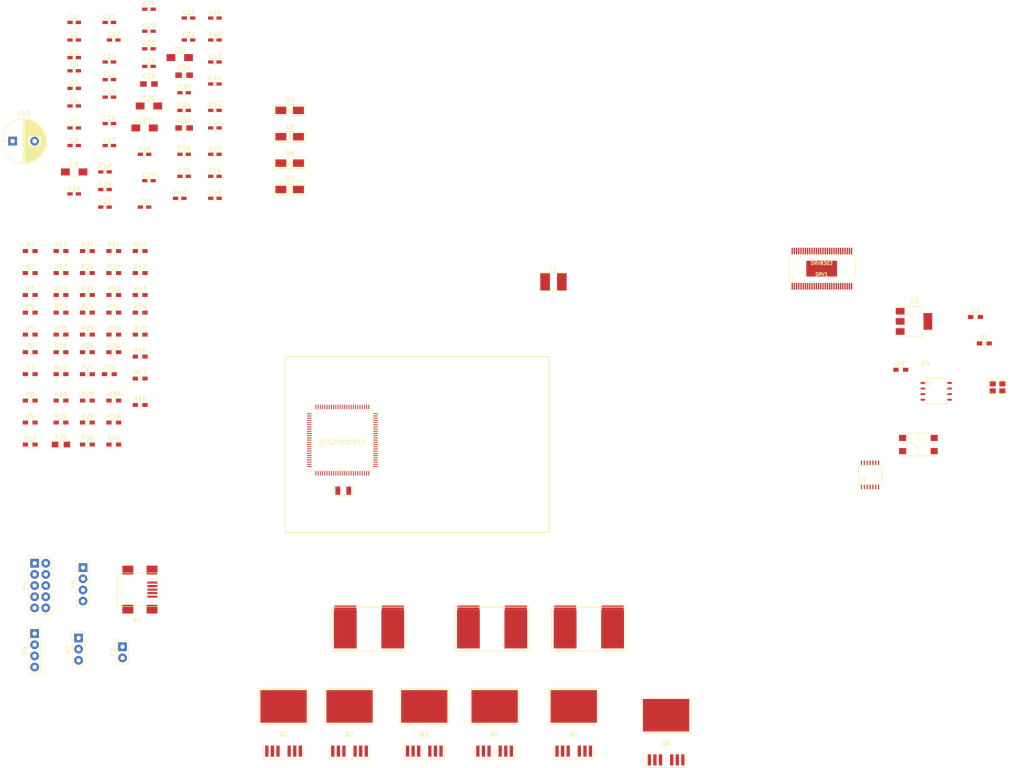
<source format=kicad_pcb>
(kicad_pcb (version 4) (host pcbnew 4.0.5)

  (general
    (links 322)
    (no_connects 322)
    (area 9.924999 16.775 243.09524 191.783001)
    (thickness 1.6)
    (drawings 4)
    (tracks 0)
    (zones 0)
    (modules 129)
    (nets 165)
  )

  (page A4)
  (layers
    (0 F.Cu signal)
    (1 In1.Cu signal)
    (2 In2.Cu signal)
    (31 B.Cu signal)
    (32 B.Adhes user)
    (33 F.Adhes user)
    (34 B.Paste user)
    (35 F.Paste user)
    (36 B.SilkS user)
    (37 F.SilkS user)
    (38 B.Mask user)
    (39 F.Mask user)
    (40 Dwgs.User user)
    (41 Cmts.User user)
    (42 Eco1.User user)
    (43 Eco2.User user)
    (44 Edge.Cuts user)
    (45 Margin user)
    (46 B.CrtYd user)
    (47 F.CrtYd user)
    (48 B.Fab user)
    (49 F.Fab user)
  )

  (setup
    (last_trace_width 0.25)
    (trace_clearance 0.2)
    (zone_clearance 0.508)
    (zone_45_only no)
    (trace_min 0.2)
    (segment_width 0.2)
    (edge_width 0.1)
    (via_size 0.6)
    (via_drill 0.4)
    (via_min_size 0.4)
    (via_min_drill 0.3)
    (uvia_size 0.3)
    (uvia_drill 0.1)
    (uvias_allowed no)
    (uvia_min_size 0.2)
    (uvia_min_drill 0.1)
    (pcb_text_width 0.3)
    (pcb_text_size 1.5 1.5)
    (mod_edge_width 0.15)
    (mod_text_size 1 1)
    (mod_text_width 0.15)
    (pad_size 1.5 1.5)
    (pad_drill 0.6)
    (pad_to_mask_clearance 0)
    (aux_axis_origin 0 0)
    (visible_elements 7FFFF7FF)
    (pcbplotparams
      (layerselection 0x00030_80000001)
      (usegerberextensions false)
      (excludeedgelayer true)
      (linewidth 0.100000)
      (plotframeref false)
      (viasonmask false)
      (mode 1)
      (useauxorigin false)
      (hpglpennumber 1)
      (hpglpenspeed 20)
      (hpglpendiameter 15)
      (hpglpenoverlay 2)
      (psnegative false)
      (psa4output false)
      (plotreference true)
      (plotvalue true)
      (plotinvisibletext false)
      (padsonsilk false)
      (subtractmaskfromsilk false)
      (outputformat 1)
      (mirror false)
      (drillshape 1)
      (scaleselection 1)
      (outputdirectory ""))
  )

  (net 0 "")
  (net 1 3V3)
  (net 2 VREFL)
  (net 3 XTAL1)
  (net 4 XTAL2)
  (net 5 XCIN)
  (net 6 XCOUT)
  (net 7 RESET)
  (net 8 VCL_F)
  (net 9 VCL2)
  (net 10 VCL1)
  (net 11 VCL0)
  (net 12 "Net-(C19-Pad1)")
  (net 13 "Net-(C20-Pad1)")
  (net 14 "Net-(C20-Pad2)")
  (net 15 "Net-(C21-Pad1)")
  (net 16 "Net-(C22-Pad1)")
  (net 17 "Net-(C23-Pad1)")
  (net 18 "Net-(C25-Pad1)")
  (net 19 V_SUPPLY)
  (net 20 "Net-(C28-Pad1)")
  (net 21 "Net-(C29-Pad1)")
  (net 22 "Net-(C29-Pad2)")
  (net 23 V_A)
  (net 24 "Net-(C30-Pad2)")
  (net 25 V_B)
  (net 26 "Net-(C31-Pad2)")
  (net 27 V_C)
  (net 28 "Net-(C32-Pad2)")
  (net 29 "Net-(C35-Pad1)")
  (net 30 "Net-(C35-Pad2)")
  (net 31 "Net-(C36-Pad1)")
  (net 32 "Net-(C36-Pad2)")
  (net 33 5V)
  (net 34 A_SENSE)
  (net 35 B_SENSE)
  (net 36 C_SENSE)
  (net 37 HALL1_IN)
  (net 38 HALL2_IN)
  (net 39 HALL3_IN)
  (net 40 TEMP_MOTOR_IN)
  (net 41 "Net-(D1-Pad1)")
  (net 42 "Net-(D2-Pad1)")
  (net 43 "Net-(D3-Pad1)")
  (net 44 SL_B)
  (net 45 GL_B)
  (net 46 GH_B)
  (net 47 SL_A)
  (net 48 GL_A)
  (net 49 GH_A)
  (net 50 PWM_A_H)
  (net 51 SL_C)
  (net 52 GL_C)
  (net 53 GH_C)
  (net 54 DC_CAL)
  (net 55 EN_GATE)
  (net 56 PWM_A_L)
  (net 57 PWM_B_H)
  (net 58 PWM_B_L)
  (net 59 PWM_C_H)
  (net 60 PWM_C_L)
  (net 61 DVDD)
  (net 62 "Net-(DRV1-Pad1)")
  (net 63 "Net-(DRV1-Pad3)")
  (net 64 "Net-(DRV1-Pad4)")
  (net 65 "Net-(DRV1-Pad5)")
  (net 66 FAULT)
  (net 67 M_OC)
  (net 68 GAIN)
  (net 69 OC_ADJ)
  (net 70 SO1)
  (net 71 SO2)
  (net 72 "Net-(DRV1-Pad49)")
  (net 73 "Net-(DRV1-Pad52)")
  (net 74 "Net-(DRV1-Pad55)")
  (net 75 "Net-(P1-Pad1)")
  (net 76 DATA_-)
  (net 77 DATA_+)
  (net 78 "Net-(P1-Pad4)")
  (net 79 HALL_3_IN)
  (net 80 HALL_2_IN)
  (net 81 HALL_1_IN)
  (net 82 "Net-(P4-Pad7)")
  (net 83 TMS)
  (net 84 TCK)
  (net 85 TDO)
  (net 86 TDI)
  (net 87 SDA)
  (net 88 SCL)
  (net 89 "Net-(P6-Pad1)")
  (net 90 "Net-(P6-Pad2)")
  (net 91 "Net-(Q1-PadG)")
  (net 92 "Net-(Q2-PadG)")
  (net 93 "Net-(Q3-PadG)")
  (net 94 "Net-(Q4-PadG)")
  (net 95 "Net-(Q5-PadG)")
  (net 96 "Net-(Q6-PadG)")
  (net 97 "Net-(R2-Pad1)")
  (net 98 LED_GREEN)
  (net 99 LED_RED)
  (net 100 LED_ORANGE)
  (net 101 SH1_A)
  (net 102 SH1_B)
  (net 103 SH2_A)
  (net 104 SH2_B)
  (net 105 HALL3_OUT)
  (net 106 HALL2_OUT)
  (net 107 HALL1_OUT)
  (net 108 "Net-(R43-Pad1)")
  (net 109 SH3_A_ampl)
  (net 110 SH2_A_ampl)
  (net 111 "Net-(R45-Pad2)")
  (net 112 "Net-(R46-Pad1)")
  (net 113 SH1_A_ampl)
  (net 114 SH3_B)
  (net 115 SH3_A)
  (net 116 TX)
  (net 117 RX)
  (net 118 "Net-(S7G27H3CFC1-Pad4)")
  (net 119 "Net-(S7G27H3CFC1-Pad5)")
  (net 120 "Net-(S7G27H3CFC1-Pad6)")
  (net 121 "Net-(S7G27H3CFC1-Pad7)")
  (net 122 "Net-(S7G27H3CFC1-Pad16)")
  (net 123 "Net-(S7G27H3CFC1-Pad17)")
  (net 124 "Net-(S7G27H3CFC1-Pad18)")
  (net 125 "Net-(S7G27H3CFC1-Pad1)")
  (net 126 "Net-(S7G27H3CFC1-Pad30)")
  (net 127 SDA/RXD)
  (net 128 SCL/TXD)
  (net 129 "Net-(S7G27H3CFC1-Pad41)")
  (net 130 "Net-(S7G27H3CFC1-Pad42)")
  (net 131 "Net-(S7G27H3CFC1-Pad43)")
  (net 132 "Net-(S7G27H3CFC1-Pad44)")
  (net 133 "Net-(S7G27H3CFC1-Pad47)")
  (net 134 "Net-(S7G27H3CFC1-Pad48)")
  (net 135 "Net-(S7G27H3CFC1-Pad49)")
  (net 136 HALL_1_OUT)
  (net 137 HALL_2_OUT)
  (net 138 HALL_3_OUT)
  (net 139 "Net-(S7G27H3CFC1-Pad84)")
  (net 140 "Net-(S7G27H3CFC1-Pad85)")
  (net 141 "Net-(S7G27H3CFC1-Pad93)")
  (net 142 "Net-(S7G27H3CFC1-Pad94)")
  (net 143 "Net-(S7G27H3CFC1-Pad95)")
  (net 144 "Net-(S7G27H3CFC1-Pad96)")
  (net 145 "Net-(S7G27H3CFC1-Pad97)")
  (net 146 "Net-(S7G27H3CFC1-Pad54)")
  (net 147 "Net-(S7G27H3CFC1-Pad55)")
  (net 148 "Net-(S7G27H3CFC1-Pad56)")
  (net 149 "Net-(S7G27H3CFC1-Pad57)")
  (net 150 "Net-(S7G27H3CFC1-Pad58)")
  (net 151 "Net-(S7G27H3CFC1-Pad59)")
  (net 152 "Net-(S7G27H3CFC1-Pad60)")
  (net 153 "Net-(S7G27H3CFC1-Pad61)")
  (net 154 "Net-(S7G27H3CFC1-Pad65)")
  (net 155 "Net-(S7G27H3CFC1-Pad66)")
  (net 156 "Net-(S7G27H3CFC1-Pad67)")
  (net 157 "Net-(S7G27H3CFC1-Pad68)")
  (net 158 "Net-(S7G27H3CFC1-Pad69)")
  (net 159 "Net-(S7G27H3CFC1-Pad70)")
  (net 160 "Net-(S7G27H3CFC1-Pad71)")
  (net 161 "Net-(U2-Pad12)")
  (net 162 "Net-(U2-Pad13)")
  (net 163 "Net-(U2-Pad14)")
  (net 164 UART_EN)

  (net_class Default "Ceci est la Netclass par défaut"
    (clearance 0.2)
    (trace_width 0.25)
    (via_dia 0.6)
    (via_drill 0.4)
    (uvia_dia 0.3)
    (uvia_drill 0.1)
    (add_net 3V3)
    (add_net 5V)
    (add_net A_SENSE)
    (add_net B_SENSE)
    (add_net C_SENSE)
    (add_net DATA_+)
    (add_net DATA_-)
    (add_net DC_CAL)
    (add_net DVDD)
    (add_net EN_GATE)
    (add_net FAULT)
    (add_net GAIN)
    (add_net GH_A)
    (add_net GH_B)
    (add_net GH_C)
    (add_net GL_A)
    (add_net GL_B)
    (add_net GL_C)
    (add_net HALL1_IN)
    (add_net HALL1_OUT)
    (add_net HALL2_IN)
    (add_net HALL2_OUT)
    (add_net HALL3_IN)
    (add_net HALL3_OUT)
    (add_net HALL_1_IN)
    (add_net HALL_1_OUT)
    (add_net HALL_2_IN)
    (add_net HALL_2_OUT)
    (add_net HALL_3_IN)
    (add_net HALL_3_OUT)
    (add_net LED_GREEN)
    (add_net LED_ORANGE)
    (add_net LED_RED)
    (add_net M_OC)
    (add_net "Net-(C19-Pad1)")
    (add_net "Net-(C20-Pad1)")
    (add_net "Net-(C20-Pad2)")
    (add_net "Net-(C21-Pad1)")
    (add_net "Net-(C22-Pad1)")
    (add_net "Net-(C23-Pad1)")
    (add_net "Net-(C25-Pad1)")
    (add_net "Net-(C28-Pad1)")
    (add_net "Net-(C29-Pad1)")
    (add_net "Net-(C29-Pad2)")
    (add_net "Net-(C30-Pad2)")
    (add_net "Net-(C31-Pad2)")
    (add_net "Net-(C32-Pad2)")
    (add_net "Net-(C35-Pad1)")
    (add_net "Net-(C35-Pad2)")
    (add_net "Net-(C36-Pad1)")
    (add_net "Net-(C36-Pad2)")
    (add_net "Net-(D1-Pad1)")
    (add_net "Net-(D2-Pad1)")
    (add_net "Net-(D3-Pad1)")
    (add_net "Net-(DRV1-Pad1)")
    (add_net "Net-(DRV1-Pad3)")
    (add_net "Net-(DRV1-Pad4)")
    (add_net "Net-(DRV1-Pad49)")
    (add_net "Net-(DRV1-Pad5)")
    (add_net "Net-(DRV1-Pad52)")
    (add_net "Net-(DRV1-Pad55)")
    (add_net "Net-(P1-Pad1)")
    (add_net "Net-(P1-Pad4)")
    (add_net "Net-(P4-Pad7)")
    (add_net "Net-(P6-Pad1)")
    (add_net "Net-(P6-Pad2)")
    (add_net "Net-(Q1-PadG)")
    (add_net "Net-(Q2-PadG)")
    (add_net "Net-(Q3-PadG)")
    (add_net "Net-(Q4-PadG)")
    (add_net "Net-(Q5-PadG)")
    (add_net "Net-(Q6-PadG)")
    (add_net "Net-(R2-Pad1)")
    (add_net "Net-(R43-Pad1)")
    (add_net "Net-(R45-Pad2)")
    (add_net "Net-(R46-Pad1)")
    (add_net "Net-(S7G27H3CFC1-Pad1)")
    (add_net "Net-(S7G27H3CFC1-Pad16)")
    (add_net "Net-(S7G27H3CFC1-Pad17)")
    (add_net "Net-(S7G27H3CFC1-Pad18)")
    (add_net "Net-(S7G27H3CFC1-Pad30)")
    (add_net "Net-(S7G27H3CFC1-Pad4)")
    (add_net "Net-(S7G27H3CFC1-Pad41)")
    (add_net "Net-(S7G27H3CFC1-Pad42)")
    (add_net "Net-(S7G27H3CFC1-Pad43)")
    (add_net "Net-(S7G27H3CFC1-Pad44)")
    (add_net "Net-(S7G27H3CFC1-Pad47)")
    (add_net "Net-(S7G27H3CFC1-Pad48)")
    (add_net "Net-(S7G27H3CFC1-Pad49)")
    (add_net "Net-(S7G27H3CFC1-Pad5)")
    (add_net "Net-(S7G27H3CFC1-Pad54)")
    (add_net "Net-(S7G27H3CFC1-Pad55)")
    (add_net "Net-(S7G27H3CFC1-Pad56)")
    (add_net "Net-(S7G27H3CFC1-Pad57)")
    (add_net "Net-(S7G27H3CFC1-Pad58)")
    (add_net "Net-(S7G27H3CFC1-Pad59)")
    (add_net "Net-(S7G27H3CFC1-Pad6)")
    (add_net "Net-(S7G27H3CFC1-Pad60)")
    (add_net "Net-(S7G27H3CFC1-Pad61)")
    (add_net "Net-(S7G27H3CFC1-Pad65)")
    (add_net "Net-(S7G27H3CFC1-Pad66)")
    (add_net "Net-(S7G27H3CFC1-Pad67)")
    (add_net "Net-(S7G27H3CFC1-Pad68)")
    (add_net "Net-(S7G27H3CFC1-Pad69)")
    (add_net "Net-(S7G27H3CFC1-Pad7)")
    (add_net "Net-(S7G27H3CFC1-Pad70)")
    (add_net "Net-(S7G27H3CFC1-Pad71)")
    (add_net "Net-(S7G27H3CFC1-Pad84)")
    (add_net "Net-(S7G27H3CFC1-Pad85)")
    (add_net "Net-(S7G27H3CFC1-Pad93)")
    (add_net "Net-(S7G27H3CFC1-Pad94)")
    (add_net "Net-(S7G27H3CFC1-Pad95)")
    (add_net "Net-(S7G27H3CFC1-Pad96)")
    (add_net "Net-(S7G27H3CFC1-Pad97)")
    (add_net "Net-(U2-Pad12)")
    (add_net "Net-(U2-Pad13)")
    (add_net "Net-(U2-Pad14)")
    (add_net OC_ADJ)
    (add_net PWM_A_H)
    (add_net PWM_A_L)
    (add_net PWM_B_H)
    (add_net PWM_B_L)
    (add_net PWM_C_H)
    (add_net PWM_C_L)
    (add_net RESET)
    (add_net RX)
    (add_net SCL)
    (add_net SCL/TXD)
    (add_net SDA)
    (add_net SDA/RXD)
    (add_net SH1_A)
    (add_net SH1_A_ampl)
    (add_net SH1_B)
    (add_net SH2_A)
    (add_net SH2_A_ampl)
    (add_net SH2_B)
    (add_net SH3_A)
    (add_net SH3_A_ampl)
    (add_net SH3_B)
    (add_net SL_A)
    (add_net SL_B)
    (add_net SL_C)
    (add_net SO1)
    (add_net SO2)
    (add_net TCK)
    (add_net TDI)
    (add_net TDO)
    (add_net TEMP_MOTOR_IN)
    (add_net TMS)
    (add_net TX)
    (add_net UART_EN)
    (add_net VCL0)
    (add_net VCL1)
    (add_net VCL2)
    (add_net VCL_F)
    (add_net VREFL)
    (add_net V_A)
    (add_net V_B)
    (add_net V_C)
    (add_net V_SUPPLY)
    (add_net XCIN)
    (add_net XCOUT)
    (add_net XTAL1)
    (add_net XTAL2)
  )

  (module Capacitors_SMD:C_0603_HandSoldering (layer F.Cu) (tedit 58AA848B) (tstamp 59EE2B28)
    (at 27 22)
    (descr "Capacitor SMD 0603, hand soldering")
    (tags "capacitor 0603")
    (path /58DED441/59D79E76)
    (attr smd)
    (fp_text reference C1 (at 0 -1.25) (layer F.SilkS)
      (effects (font (size 1 1) (thickness 0.15)))
    )
    (fp_text value 0.1µF (at 0 1.5) (layer F.Fab)
      (effects (font (size 1 1) (thickness 0.15)))
    )
    (fp_text user %R (at 0 -1.25) (layer F.Fab)
      (effects (font (size 1 1) (thickness 0.15)))
    )
    (fp_line (start -0.8 0.4) (end -0.8 -0.4) (layer F.Fab) (width 0.1))
    (fp_line (start 0.8 0.4) (end -0.8 0.4) (layer F.Fab) (width 0.1))
    (fp_line (start 0.8 -0.4) (end 0.8 0.4) (layer F.Fab) (width 0.1))
    (fp_line (start -0.8 -0.4) (end 0.8 -0.4) (layer F.Fab) (width 0.1))
    (fp_line (start -0.35 -0.6) (end 0.35 -0.6) (layer F.SilkS) (width 0.12))
    (fp_line (start 0.35 0.6) (end -0.35 0.6) (layer F.SilkS) (width 0.12))
    (fp_line (start -1.8 -0.65) (end 1.8 -0.65) (layer F.CrtYd) (width 0.05))
    (fp_line (start -1.8 -0.65) (end -1.8 0.65) (layer F.CrtYd) (width 0.05))
    (fp_line (start 1.8 0.65) (end 1.8 -0.65) (layer F.CrtYd) (width 0.05))
    (fp_line (start 1.8 0.65) (end -1.8 0.65) (layer F.CrtYd) (width 0.05))
    (pad 1 smd rect (at -0.95 0) (size 1.2 0.75) (layers F.Cu F.Paste F.Mask)
      (net 1 3V3))
    (pad 2 smd rect (at 0.95 0) (size 1.2 0.75) (layers F.Cu F.Paste F.Mask)
      (net 2 VREFL))
    (model Capacitors_SMD.3dshapes/C_0603.wrl
      (at (xyz 0 0 0))
      (scale (xyz 1 1 1))
      (rotate (xyz 0 0 0))
    )
  )

  (module Capacitors_SMD:C_0603_HandSoldering (layer F.Cu) (tedit 58AA848B) (tstamp 59EE2B39)
    (at 27 26)
    (descr "Capacitor SMD 0603, hand soldering")
    (tags "capacitor 0603")
    (path /58DED441/59D81FCF)
    (attr smd)
    (fp_text reference C2 (at 0 -1.25) (layer F.SilkS)
      (effects (font (size 1 1) (thickness 0.15)))
    )
    (fp_text value 12pF (at 0 1.5) (layer F.Fab)
      (effects (font (size 1 1) (thickness 0.15)))
    )
    (fp_text user %R (at 0 -1.25) (layer F.Fab)
      (effects (font (size 1 1) (thickness 0.15)))
    )
    (fp_line (start -0.8 0.4) (end -0.8 -0.4) (layer F.Fab) (width 0.1))
    (fp_line (start 0.8 0.4) (end -0.8 0.4) (layer F.Fab) (width 0.1))
    (fp_line (start 0.8 -0.4) (end 0.8 0.4) (layer F.Fab) (width 0.1))
    (fp_line (start -0.8 -0.4) (end 0.8 -0.4) (layer F.Fab) (width 0.1))
    (fp_line (start -0.35 -0.6) (end 0.35 -0.6) (layer F.SilkS) (width 0.12))
    (fp_line (start 0.35 0.6) (end -0.35 0.6) (layer F.SilkS) (width 0.12))
    (fp_line (start -1.8 -0.65) (end 1.8 -0.65) (layer F.CrtYd) (width 0.05))
    (fp_line (start -1.8 -0.65) (end -1.8 0.65) (layer F.CrtYd) (width 0.05))
    (fp_line (start 1.8 0.65) (end 1.8 -0.65) (layer F.CrtYd) (width 0.05))
    (fp_line (start 1.8 0.65) (end -1.8 0.65) (layer F.CrtYd) (width 0.05))
    (pad 1 smd rect (at -0.95 0) (size 1.2 0.75) (layers F.Cu F.Paste F.Mask)
      (net 3 XTAL1))
    (pad 2 smd rect (at 0.95 0) (size 1.2 0.75) (layers F.Cu F.Paste F.Mask)
      (net 2 VREFL))
    (model Capacitors_SMD.3dshapes/C_0603.wrl
      (at (xyz 0 0 0))
      (scale (xyz 1 1 1))
      (rotate (xyz 0 0 0))
    )
  )

  (module Capacitors_SMD:C_0603_HandSoldering (layer F.Cu) (tedit 58AA848B) (tstamp 59EE2B4A)
    (at 27 30)
    (descr "Capacitor SMD 0603, hand soldering")
    (tags "capacitor 0603")
    (path /58DED441/59E5EE82)
    (attr smd)
    (fp_text reference C3 (at 0 -1.25) (layer F.SilkS)
      (effects (font (size 1 1) (thickness 0.15)))
    )
    (fp_text value 0.1µF (at 0 1.5) (layer F.Fab)
      (effects (font (size 1 1) (thickness 0.15)))
    )
    (fp_text user %R (at 0 -1.25) (layer F.Fab)
      (effects (font (size 1 1) (thickness 0.15)))
    )
    (fp_line (start -0.8 0.4) (end -0.8 -0.4) (layer F.Fab) (width 0.1))
    (fp_line (start 0.8 0.4) (end -0.8 0.4) (layer F.Fab) (width 0.1))
    (fp_line (start 0.8 -0.4) (end 0.8 0.4) (layer F.Fab) (width 0.1))
    (fp_line (start -0.8 -0.4) (end 0.8 -0.4) (layer F.Fab) (width 0.1))
    (fp_line (start -0.35 -0.6) (end 0.35 -0.6) (layer F.SilkS) (width 0.12))
    (fp_line (start 0.35 0.6) (end -0.35 0.6) (layer F.SilkS) (width 0.12))
    (fp_line (start -1.8 -0.65) (end 1.8 -0.65) (layer F.CrtYd) (width 0.05))
    (fp_line (start -1.8 -0.65) (end -1.8 0.65) (layer F.CrtYd) (width 0.05))
    (fp_line (start 1.8 0.65) (end 1.8 -0.65) (layer F.CrtYd) (width 0.05))
    (fp_line (start 1.8 0.65) (end -1.8 0.65) (layer F.CrtYd) (width 0.05))
    (pad 1 smd rect (at -0.95 0) (size 1.2 0.75) (layers F.Cu F.Paste F.Mask)
      (net 1 3V3))
    (pad 2 smd rect (at 0.95 0) (size 1.2 0.75) (layers F.Cu F.Paste F.Mask)
      (net 2 VREFL))
    (model Capacitors_SMD.3dshapes/C_0603.wrl
      (at (xyz 0 0 0))
      (scale (xyz 1 1 1))
      (rotate (xyz 0 0 0))
    )
  )

  (module Capacitors_SMD:C_0603_HandSoldering (layer F.Cu) (tedit 58AA848B) (tstamp 59EE2B5B)
    (at 27 33)
    (descr "Capacitor SMD 0603, hand soldering")
    (tags "capacitor 0603")
    (path /58DED441/59D81F74)
    (attr smd)
    (fp_text reference C4 (at 0 -1.25) (layer F.SilkS)
      (effects (font (size 1 1) (thickness 0.15)))
    )
    (fp_text value 12pF (at 0 1.5) (layer F.Fab)
      (effects (font (size 1 1) (thickness 0.15)))
    )
    (fp_text user %R (at 0 -1.25) (layer F.Fab)
      (effects (font (size 1 1) (thickness 0.15)))
    )
    (fp_line (start -0.8 0.4) (end -0.8 -0.4) (layer F.Fab) (width 0.1))
    (fp_line (start 0.8 0.4) (end -0.8 0.4) (layer F.Fab) (width 0.1))
    (fp_line (start 0.8 -0.4) (end 0.8 0.4) (layer F.Fab) (width 0.1))
    (fp_line (start -0.8 -0.4) (end 0.8 -0.4) (layer F.Fab) (width 0.1))
    (fp_line (start -0.35 -0.6) (end 0.35 -0.6) (layer F.SilkS) (width 0.12))
    (fp_line (start 0.35 0.6) (end -0.35 0.6) (layer F.SilkS) (width 0.12))
    (fp_line (start -1.8 -0.65) (end 1.8 -0.65) (layer F.CrtYd) (width 0.05))
    (fp_line (start -1.8 -0.65) (end -1.8 0.65) (layer F.CrtYd) (width 0.05))
    (fp_line (start 1.8 0.65) (end 1.8 -0.65) (layer F.CrtYd) (width 0.05))
    (fp_line (start 1.8 0.65) (end -1.8 0.65) (layer F.CrtYd) (width 0.05))
    (pad 1 smd rect (at -0.95 0) (size 1.2 0.75) (layers F.Cu F.Paste F.Mask)
      (net 4 XTAL2))
    (pad 2 smd rect (at 0.95 0) (size 1.2 0.75) (layers F.Cu F.Paste F.Mask)
      (net 2 VREFL))
    (model Capacitors_SMD.3dshapes/C_0603.wrl
      (at (xyz 0 0 0))
      (scale (xyz 1 1 1))
      (rotate (xyz 0 0 0))
    )
  )

  (module Capacitors_SMD:C_0603_HandSoldering (layer F.Cu) (tedit 58AA848B) (tstamp 59EE2B6C)
    (at 27 37)
    (descr "Capacitor SMD 0603, hand soldering")
    (tags "capacitor 0603")
    (path /58DED441/59D78983)
    (attr smd)
    (fp_text reference C5 (at 0 -1.25) (layer F.SilkS)
      (effects (font (size 1 1) (thickness 0.15)))
    )
    (fp_text value 18pF (at 0 1.5) (layer F.Fab)
      (effects (font (size 1 1) (thickness 0.15)))
    )
    (fp_text user %R (at 0 -1.25) (layer F.Fab)
      (effects (font (size 1 1) (thickness 0.15)))
    )
    (fp_line (start -0.8 0.4) (end -0.8 -0.4) (layer F.Fab) (width 0.1))
    (fp_line (start 0.8 0.4) (end -0.8 0.4) (layer F.Fab) (width 0.1))
    (fp_line (start 0.8 -0.4) (end 0.8 0.4) (layer F.Fab) (width 0.1))
    (fp_line (start -0.8 -0.4) (end 0.8 -0.4) (layer F.Fab) (width 0.1))
    (fp_line (start -0.35 -0.6) (end 0.35 -0.6) (layer F.SilkS) (width 0.12))
    (fp_line (start 0.35 0.6) (end -0.35 0.6) (layer F.SilkS) (width 0.12))
    (fp_line (start -1.8 -0.65) (end 1.8 -0.65) (layer F.CrtYd) (width 0.05))
    (fp_line (start -1.8 -0.65) (end -1.8 0.65) (layer F.CrtYd) (width 0.05))
    (fp_line (start 1.8 0.65) (end 1.8 -0.65) (layer F.CrtYd) (width 0.05))
    (fp_line (start 1.8 0.65) (end -1.8 0.65) (layer F.CrtYd) (width 0.05))
    (pad 1 smd rect (at -0.95 0) (size 1.2 0.75) (layers F.Cu F.Paste F.Mask)
      (net 5 XCIN))
    (pad 2 smd rect (at 0.95 0) (size 1.2 0.75) (layers F.Cu F.Paste F.Mask)
      (net 2 VREFL))
    (model Capacitors_SMD.3dshapes/C_0603.wrl
      (at (xyz 0 0 0))
      (scale (xyz 1 1 1))
      (rotate (xyz 0 0 0))
    )
  )

  (module Capacitors_SMD:C_0603_HandSoldering (layer F.Cu) (tedit 58AA848B) (tstamp 59EE2B7D)
    (at 27 41)
    (descr "Capacitor SMD 0603, hand soldering")
    (tags "capacitor 0603")
    (path /58DED441/59E5D86C)
    (attr smd)
    (fp_text reference C6 (at 0 -1.25) (layer F.SilkS)
      (effects (font (size 1 1) (thickness 0.15)))
    )
    (fp_text value 0.1µF (at 0 1.5) (layer F.Fab)
      (effects (font (size 1 1) (thickness 0.15)))
    )
    (fp_text user %R (at 0 -1.25) (layer F.Fab)
      (effects (font (size 1 1) (thickness 0.15)))
    )
    (fp_line (start -0.8 0.4) (end -0.8 -0.4) (layer F.Fab) (width 0.1))
    (fp_line (start 0.8 0.4) (end -0.8 0.4) (layer F.Fab) (width 0.1))
    (fp_line (start 0.8 -0.4) (end 0.8 0.4) (layer F.Fab) (width 0.1))
    (fp_line (start -0.8 -0.4) (end 0.8 -0.4) (layer F.Fab) (width 0.1))
    (fp_line (start -0.35 -0.6) (end 0.35 -0.6) (layer F.SilkS) (width 0.12))
    (fp_line (start 0.35 0.6) (end -0.35 0.6) (layer F.SilkS) (width 0.12))
    (fp_line (start -1.8 -0.65) (end 1.8 -0.65) (layer F.CrtYd) (width 0.05))
    (fp_line (start -1.8 -0.65) (end -1.8 0.65) (layer F.CrtYd) (width 0.05))
    (fp_line (start 1.8 0.65) (end 1.8 -0.65) (layer F.CrtYd) (width 0.05))
    (fp_line (start 1.8 0.65) (end -1.8 0.65) (layer F.CrtYd) (width 0.05))
    (pad 1 smd rect (at -0.95 0) (size 1.2 0.75) (layers F.Cu F.Paste F.Mask)
      (net 1 3V3))
    (pad 2 smd rect (at 0.95 0) (size 1.2 0.75) (layers F.Cu F.Paste F.Mask)
      (net 2 VREFL))
    (model Capacitors_SMD.3dshapes/C_0603.wrl
      (at (xyz 0 0 0))
      (scale (xyz 1 1 1))
      (rotate (xyz 0 0 0))
    )
  )

  (module Capacitors_SMD:C_0603_HandSoldering (layer F.Cu) (tedit 58AA848B) (tstamp 59EE2B8E)
    (at 27 46)
    (descr "Capacitor SMD 0603, hand soldering")
    (tags "capacitor 0603")
    (path /58DED441/59D789B6)
    (attr smd)
    (fp_text reference C7 (at 0 -1.25) (layer F.SilkS)
      (effects (font (size 1 1) (thickness 0.15)))
    )
    (fp_text value 18pF (at 0 1.5) (layer F.Fab)
      (effects (font (size 1 1) (thickness 0.15)))
    )
    (fp_text user %R (at 0 -1.25) (layer F.Fab)
      (effects (font (size 1 1) (thickness 0.15)))
    )
    (fp_line (start -0.8 0.4) (end -0.8 -0.4) (layer F.Fab) (width 0.1))
    (fp_line (start 0.8 0.4) (end -0.8 0.4) (layer F.Fab) (width 0.1))
    (fp_line (start 0.8 -0.4) (end 0.8 0.4) (layer F.Fab) (width 0.1))
    (fp_line (start -0.8 -0.4) (end 0.8 -0.4) (layer F.Fab) (width 0.1))
    (fp_line (start -0.35 -0.6) (end 0.35 -0.6) (layer F.SilkS) (width 0.12))
    (fp_line (start 0.35 0.6) (end -0.35 0.6) (layer F.SilkS) (width 0.12))
    (fp_line (start -1.8 -0.65) (end 1.8 -0.65) (layer F.CrtYd) (width 0.05))
    (fp_line (start -1.8 -0.65) (end -1.8 0.65) (layer F.CrtYd) (width 0.05))
    (fp_line (start 1.8 0.65) (end 1.8 -0.65) (layer F.CrtYd) (width 0.05))
    (fp_line (start 1.8 0.65) (end -1.8 0.65) (layer F.CrtYd) (width 0.05))
    (pad 1 smd rect (at -0.95 0) (size 1.2 0.75) (layers F.Cu F.Paste F.Mask)
      (net 6 XCOUT))
    (pad 2 smd rect (at 0.95 0) (size 1.2 0.75) (layers F.Cu F.Paste F.Mask)
      (net 2 VREFL))
    (model Capacitors_SMD.3dshapes/C_0603.wrl
      (at (xyz 0 0 0))
      (scale (xyz 1 1 1))
      (rotate (xyz 0 0 0))
    )
  )

  (module Capacitors_SMD:C_0603_HandSoldering (layer F.Cu) (tedit 58AA848B) (tstamp 59EE2B9F)
    (at 27 50)
    (descr "Capacitor SMD 0603, hand soldering")
    (tags "capacitor 0603")
    (path /58DED441/59D79F6F)
    (attr smd)
    (fp_text reference C8 (at 0 -1.25) (layer F.SilkS)
      (effects (font (size 1 1) (thickness 0.15)))
    )
    (fp_text value 0.1µF (at 0 1.5) (layer F.Fab)
      (effects (font (size 1 1) (thickness 0.15)))
    )
    (fp_text user %R (at 0 -1.25) (layer F.Fab)
      (effects (font (size 1 1) (thickness 0.15)))
    )
    (fp_line (start -0.8 0.4) (end -0.8 -0.4) (layer F.Fab) (width 0.1))
    (fp_line (start 0.8 0.4) (end -0.8 0.4) (layer F.Fab) (width 0.1))
    (fp_line (start 0.8 -0.4) (end 0.8 0.4) (layer F.Fab) (width 0.1))
    (fp_line (start -0.8 -0.4) (end 0.8 -0.4) (layer F.Fab) (width 0.1))
    (fp_line (start -0.35 -0.6) (end 0.35 -0.6) (layer F.SilkS) (width 0.12))
    (fp_line (start 0.35 0.6) (end -0.35 0.6) (layer F.SilkS) (width 0.12))
    (fp_line (start -1.8 -0.65) (end 1.8 -0.65) (layer F.CrtYd) (width 0.05))
    (fp_line (start -1.8 -0.65) (end -1.8 0.65) (layer F.CrtYd) (width 0.05))
    (fp_line (start 1.8 0.65) (end 1.8 -0.65) (layer F.CrtYd) (width 0.05))
    (fp_line (start 1.8 0.65) (end -1.8 0.65) (layer F.CrtYd) (width 0.05))
    (pad 1 smd rect (at -0.95 0) (size 1.2 0.75) (layers F.Cu F.Paste F.Mask)
      (net 1 3V3))
    (pad 2 smd rect (at 0.95 0) (size 1.2 0.75) (layers F.Cu F.Paste F.Mask)
      (net 2 VREFL))
    (model Capacitors_SMD.3dshapes/C_0603.wrl
      (at (xyz 0 0 0))
      (scale (xyz 1 1 1))
      (rotate (xyz 0 0 0))
    )
  )

  (module Capacitors_SMD:C_1206_HandSoldering (layer F.Cu) (tedit 58AA84D1) (tstamp 59EE2BB0)
    (at 27 56)
    (descr "Capacitor SMD 1206, hand soldering")
    (tags "capacitor 1206")
    (path /58DED441/59D7F2B9)
    (attr smd)
    (fp_text reference C9 (at 0 -1.75) (layer F.SilkS)
      (effects (font (size 1 1) (thickness 0.15)))
    )
    (fp_text value 10µF (at 0 2) (layer F.Fab)
      (effects (font (size 1 1) (thickness 0.15)))
    )
    (fp_text user %R (at 0 -1.75) (layer F.Fab)
      (effects (font (size 1 1) (thickness 0.15)))
    )
    (fp_line (start -1.6 0.8) (end -1.6 -0.8) (layer F.Fab) (width 0.1))
    (fp_line (start 1.6 0.8) (end -1.6 0.8) (layer F.Fab) (width 0.1))
    (fp_line (start 1.6 -0.8) (end 1.6 0.8) (layer F.Fab) (width 0.1))
    (fp_line (start -1.6 -0.8) (end 1.6 -0.8) (layer F.Fab) (width 0.1))
    (fp_line (start 1 -1.02) (end -1 -1.02) (layer F.SilkS) (width 0.12))
    (fp_line (start -1 1.02) (end 1 1.02) (layer F.SilkS) (width 0.12))
    (fp_line (start -3.25 -1.05) (end 3.25 -1.05) (layer F.CrtYd) (width 0.05))
    (fp_line (start -3.25 -1.05) (end -3.25 1.05) (layer F.CrtYd) (width 0.05))
    (fp_line (start 3.25 1.05) (end 3.25 -1.05) (layer F.CrtYd) (width 0.05))
    (fp_line (start 3.25 1.05) (end -3.25 1.05) (layer F.CrtYd) (width 0.05))
    (pad 1 smd rect (at -2 0) (size 2 1.6) (layers F.Cu F.Paste F.Mask)
      (net 7 RESET))
    (pad 2 smd rect (at 2 0) (size 2 1.6) (layers F.Cu F.Paste F.Mask)
      (net 2 VREFL))
    (model Capacitors_SMD.3dshapes/C_1206.wrl
      (at (xyz 0 0 0))
      (scale (xyz 1 1 1))
      (rotate (xyz 0 0 0))
    )
  )

  (module Capacitors_SMD:C_0603_HandSoldering (layer F.Cu) (tedit 58AA848B) (tstamp 59EE2BC1)
    (at 27 61)
    (descr "Capacitor SMD 0603, hand soldering")
    (tags "capacitor 0603")
    (path /58DED441/59E5E3F0)
    (attr smd)
    (fp_text reference C10 (at 0 -1.25) (layer F.SilkS)
      (effects (font (size 1 1) (thickness 0.15)))
    )
    (fp_text value 0.1µF (at 0 1.5) (layer F.Fab)
      (effects (font (size 1 1) (thickness 0.15)))
    )
    (fp_text user %R (at 0 -1.25) (layer F.Fab)
      (effects (font (size 1 1) (thickness 0.15)))
    )
    (fp_line (start -0.8 0.4) (end -0.8 -0.4) (layer F.Fab) (width 0.1))
    (fp_line (start 0.8 0.4) (end -0.8 0.4) (layer F.Fab) (width 0.1))
    (fp_line (start 0.8 -0.4) (end 0.8 0.4) (layer F.Fab) (width 0.1))
    (fp_line (start -0.8 -0.4) (end 0.8 -0.4) (layer F.Fab) (width 0.1))
    (fp_line (start -0.35 -0.6) (end 0.35 -0.6) (layer F.SilkS) (width 0.12))
    (fp_line (start 0.35 0.6) (end -0.35 0.6) (layer F.SilkS) (width 0.12))
    (fp_line (start -1.8 -0.65) (end 1.8 -0.65) (layer F.CrtYd) (width 0.05))
    (fp_line (start -1.8 -0.65) (end -1.8 0.65) (layer F.CrtYd) (width 0.05))
    (fp_line (start 1.8 0.65) (end 1.8 -0.65) (layer F.CrtYd) (width 0.05))
    (fp_line (start 1.8 0.65) (end -1.8 0.65) (layer F.CrtYd) (width 0.05))
    (pad 1 smd rect (at -0.95 0) (size 1.2 0.75) (layers F.Cu F.Paste F.Mask)
      (net 8 VCL_F))
    (pad 2 smd rect (at 0.95 0) (size 1.2 0.75) (layers F.Cu F.Paste F.Mask)
      (net 2 VREFL))
    (model Capacitors_SMD.3dshapes/C_0603.wrl
      (at (xyz 0 0 0))
      (scale (xyz 1 1 1))
      (rotate (xyz 0 0 0))
    )
  )

  (module Capacitors_SMD:C_0603_HandSoldering (layer F.Cu) (tedit 58AA848B) (tstamp 59EE2BD2)
    (at 35 22)
    (descr "Capacitor SMD 0603, hand soldering")
    (tags "capacitor 0603")
    (path /58DED441/59D7A1DD)
    (attr smd)
    (fp_text reference C11 (at 0 -1.25) (layer F.SilkS)
      (effects (font (size 1 1) (thickness 0.15)))
    )
    (fp_text value 0.1µF (at 0 1.5) (layer F.Fab)
      (effects (font (size 1 1) (thickness 0.15)))
    )
    (fp_text user %R (at 0 -1.25) (layer F.Fab)
      (effects (font (size 1 1) (thickness 0.15)))
    )
    (fp_line (start -0.8 0.4) (end -0.8 -0.4) (layer F.Fab) (width 0.1))
    (fp_line (start 0.8 0.4) (end -0.8 0.4) (layer F.Fab) (width 0.1))
    (fp_line (start 0.8 -0.4) (end 0.8 0.4) (layer F.Fab) (width 0.1))
    (fp_line (start -0.8 -0.4) (end 0.8 -0.4) (layer F.Fab) (width 0.1))
    (fp_line (start -0.35 -0.6) (end 0.35 -0.6) (layer F.SilkS) (width 0.12))
    (fp_line (start 0.35 0.6) (end -0.35 0.6) (layer F.SilkS) (width 0.12))
    (fp_line (start -1.8 -0.65) (end 1.8 -0.65) (layer F.CrtYd) (width 0.05))
    (fp_line (start -1.8 -0.65) (end -1.8 0.65) (layer F.CrtYd) (width 0.05))
    (fp_line (start 1.8 0.65) (end 1.8 -0.65) (layer F.CrtYd) (width 0.05))
    (fp_line (start 1.8 0.65) (end -1.8 0.65) (layer F.CrtYd) (width 0.05))
    (pad 1 smd rect (at -0.95 0) (size 1.2 0.75) (layers F.Cu F.Paste F.Mask)
      (net 9 VCL2))
    (pad 2 smd rect (at 0.95 0) (size 1.2 0.75) (layers F.Cu F.Paste F.Mask)
      (net 2 VREFL))
    (model Capacitors_SMD.3dshapes/C_0603.wrl
      (at (xyz 0 0 0))
      (scale (xyz 1 1 1))
      (rotate (xyz 0 0 0))
    )
  )

  (module Capacitors_SMD:C_0603_HandSoldering (layer F.Cu) (tedit 58AA848B) (tstamp 59EE2BE3)
    (at 36 26)
    (descr "Capacitor SMD 0603, hand soldering")
    (tags "capacitor 0603")
    (path /58DED441/59D7A233)
    (attr smd)
    (fp_text reference C12 (at 0 -1.25) (layer F.SilkS)
      (effects (font (size 1 1) (thickness 0.15)))
    )
    (fp_text value 0.1µF (at 0 1.5) (layer F.Fab)
      (effects (font (size 1 1) (thickness 0.15)))
    )
    (fp_text user %R (at 0 -1.25) (layer F.Fab)
      (effects (font (size 1 1) (thickness 0.15)))
    )
    (fp_line (start -0.8 0.4) (end -0.8 -0.4) (layer F.Fab) (width 0.1))
    (fp_line (start 0.8 0.4) (end -0.8 0.4) (layer F.Fab) (width 0.1))
    (fp_line (start 0.8 -0.4) (end 0.8 0.4) (layer F.Fab) (width 0.1))
    (fp_line (start -0.8 -0.4) (end 0.8 -0.4) (layer F.Fab) (width 0.1))
    (fp_line (start -0.35 -0.6) (end 0.35 -0.6) (layer F.SilkS) (width 0.12))
    (fp_line (start 0.35 0.6) (end -0.35 0.6) (layer F.SilkS) (width 0.12))
    (fp_line (start -1.8 -0.65) (end 1.8 -0.65) (layer F.CrtYd) (width 0.05))
    (fp_line (start -1.8 -0.65) (end -1.8 0.65) (layer F.CrtYd) (width 0.05))
    (fp_line (start 1.8 0.65) (end 1.8 -0.65) (layer F.CrtYd) (width 0.05))
    (fp_line (start 1.8 0.65) (end -1.8 0.65) (layer F.CrtYd) (width 0.05))
    (pad 1 smd rect (at -0.95 0) (size 1.2 0.75) (layers F.Cu F.Paste F.Mask)
      (net 10 VCL1))
    (pad 2 smd rect (at 0.95 0) (size 1.2 0.75) (layers F.Cu F.Paste F.Mask)
      (net 2 VREFL))
    (model Capacitors_SMD.3dshapes/C_0603.wrl
      (at (xyz 0 0 0))
      (scale (xyz 1 1 1))
      (rotate (xyz 0 0 0))
    )
  )

  (module Capacitors_SMD:C_0603_HandSoldering (layer F.Cu) (tedit 58AA848B) (tstamp 59EE2BF4)
    (at 35 31)
    (descr "Capacitor SMD 0603, hand soldering")
    (tags "capacitor 0603")
    (path /58DED441/59D7A192)
    (attr smd)
    (fp_text reference C13 (at 0 -1.25) (layer F.SilkS)
      (effects (font (size 1 1) (thickness 0.15)))
    )
    (fp_text value 0.1µF (at 0 1.5) (layer F.Fab)
      (effects (font (size 1 1) (thickness 0.15)))
    )
    (fp_text user %R (at 0 -1.25) (layer F.Fab)
      (effects (font (size 1 1) (thickness 0.15)))
    )
    (fp_line (start -0.8 0.4) (end -0.8 -0.4) (layer F.Fab) (width 0.1))
    (fp_line (start 0.8 0.4) (end -0.8 0.4) (layer F.Fab) (width 0.1))
    (fp_line (start 0.8 -0.4) (end 0.8 0.4) (layer F.Fab) (width 0.1))
    (fp_line (start -0.8 -0.4) (end 0.8 -0.4) (layer F.Fab) (width 0.1))
    (fp_line (start -0.35 -0.6) (end 0.35 -0.6) (layer F.SilkS) (width 0.12))
    (fp_line (start 0.35 0.6) (end -0.35 0.6) (layer F.SilkS) (width 0.12))
    (fp_line (start -1.8 -0.65) (end 1.8 -0.65) (layer F.CrtYd) (width 0.05))
    (fp_line (start -1.8 -0.65) (end -1.8 0.65) (layer F.CrtYd) (width 0.05))
    (fp_line (start 1.8 0.65) (end 1.8 -0.65) (layer F.CrtYd) (width 0.05))
    (fp_line (start 1.8 0.65) (end -1.8 0.65) (layer F.CrtYd) (width 0.05))
    (pad 1 smd rect (at -0.95 0) (size 1.2 0.75) (layers F.Cu F.Paste F.Mask)
      (net 11 VCL0))
    (pad 2 smd rect (at 0.95 0) (size 1.2 0.75) (layers F.Cu F.Paste F.Mask)
      (net 2 VREFL))
    (model Capacitors_SMD.3dshapes/C_0603.wrl
      (at (xyz 0 0 0))
      (scale (xyz 1 1 1))
      (rotate (xyz 0 0 0))
    )
  )

  (module Capacitors_SMD:C_0603_HandSoldering (layer F.Cu) (tedit 58AA848B) (tstamp 59EE2C05)
    (at 35 35)
    (descr "Capacitor SMD 0603, hand soldering")
    (tags "capacitor 0603")
    (path /58DED441/59D4FBFF)
    (attr smd)
    (fp_text reference C14 (at 0 -1.25) (layer F.SilkS)
      (effects (font (size 1 1) (thickness 0.15)))
    )
    (fp_text value 0.1µF (at 0 1.5) (layer F.Fab)
      (effects (font (size 1 1) (thickness 0.15)))
    )
    (fp_text user %R (at 0 -1.25) (layer F.Fab)
      (effects (font (size 1 1) (thickness 0.15)))
    )
    (fp_line (start -0.8 0.4) (end -0.8 -0.4) (layer F.Fab) (width 0.1))
    (fp_line (start 0.8 0.4) (end -0.8 0.4) (layer F.Fab) (width 0.1))
    (fp_line (start 0.8 -0.4) (end 0.8 0.4) (layer F.Fab) (width 0.1))
    (fp_line (start -0.8 -0.4) (end 0.8 -0.4) (layer F.Fab) (width 0.1))
    (fp_line (start -0.35 -0.6) (end 0.35 -0.6) (layer F.SilkS) (width 0.12))
    (fp_line (start 0.35 0.6) (end -0.35 0.6) (layer F.SilkS) (width 0.12))
    (fp_line (start -1.8 -0.65) (end 1.8 -0.65) (layer F.CrtYd) (width 0.05))
    (fp_line (start -1.8 -0.65) (end -1.8 0.65) (layer F.CrtYd) (width 0.05))
    (fp_line (start 1.8 0.65) (end 1.8 -0.65) (layer F.CrtYd) (width 0.05))
    (fp_line (start 1.8 0.65) (end -1.8 0.65) (layer F.CrtYd) (width 0.05))
    (pad 1 smd rect (at -0.95 0) (size 1.2 0.75) (layers F.Cu F.Paste F.Mask)
      (net 1 3V3))
    (pad 2 smd rect (at 0.95 0) (size 1.2 0.75) (layers F.Cu F.Paste F.Mask)
      (net 2 VREFL))
    (model Capacitors_SMD.3dshapes/C_0603.wrl
      (at (xyz 0 0 0))
      (scale (xyz 1 1 1))
      (rotate (xyz 0 0 0))
    )
  )

  (module Capacitors_SMD:C_0603_HandSoldering (layer F.Cu) (tedit 58AA848B) (tstamp 59EE2C16)
    (at 35 39)
    (descr "Capacitor SMD 0603, hand soldering")
    (tags "capacitor 0603")
    (path /58DED441/59D4FC06)
    (attr smd)
    (fp_text reference C15 (at 0 -1.25) (layer F.SilkS)
      (effects (font (size 1 1) (thickness 0.15)))
    )
    (fp_text value 0.1µF (at 0 1.5) (layer F.Fab)
      (effects (font (size 1 1) (thickness 0.15)))
    )
    (fp_text user %R (at 0 -1.25) (layer F.Fab)
      (effects (font (size 1 1) (thickness 0.15)))
    )
    (fp_line (start -0.8 0.4) (end -0.8 -0.4) (layer F.Fab) (width 0.1))
    (fp_line (start 0.8 0.4) (end -0.8 0.4) (layer F.Fab) (width 0.1))
    (fp_line (start 0.8 -0.4) (end 0.8 0.4) (layer F.Fab) (width 0.1))
    (fp_line (start -0.8 -0.4) (end 0.8 -0.4) (layer F.Fab) (width 0.1))
    (fp_line (start -0.35 -0.6) (end 0.35 -0.6) (layer F.SilkS) (width 0.12))
    (fp_line (start 0.35 0.6) (end -0.35 0.6) (layer F.SilkS) (width 0.12))
    (fp_line (start -1.8 -0.65) (end 1.8 -0.65) (layer F.CrtYd) (width 0.05))
    (fp_line (start -1.8 -0.65) (end -1.8 0.65) (layer F.CrtYd) (width 0.05))
    (fp_line (start 1.8 0.65) (end 1.8 -0.65) (layer F.CrtYd) (width 0.05))
    (fp_line (start 1.8 0.65) (end -1.8 0.65) (layer F.CrtYd) (width 0.05))
    (pad 1 smd rect (at -0.95 0) (size 1.2 0.75) (layers F.Cu F.Paste F.Mask)
      (net 1 3V3))
    (pad 2 smd rect (at 0.95 0) (size 1.2 0.75) (layers F.Cu F.Paste F.Mask)
      (net 2 VREFL))
    (model Capacitors_SMD.3dshapes/C_0603.wrl
      (at (xyz 0 0 0))
      (scale (xyz 1 1 1))
      (rotate (xyz 0 0 0))
    )
  )

  (module Capacitors_SMD:C_0603_HandSoldering (layer F.Cu) (tedit 58AA848B) (tstamp 59EE2C27)
    (at 35 45)
    (descr "Capacitor SMD 0603, hand soldering")
    (tags "capacitor 0603")
    (path /58DED441/59D4FC0D)
    (attr smd)
    (fp_text reference C16 (at 0 -1.25) (layer F.SilkS)
      (effects (font (size 1 1) (thickness 0.15)))
    )
    (fp_text value 0.1µF (at 0 1.5) (layer F.Fab)
      (effects (font (size 1 1) (thickness 0.15)))
    )
    (fp_text user %R (at 0 -1.25) (layer F.Fab)
      (effects (font (size 1 1) (thickness 0.15)))
    )
    (fp_line (start -0.8 0.4) (end -0.8 -0.4) (layer F.Fab) (width 0.1))
    (fp_line (start 0.8 0.4) (end -0.8 0.4) (layer F.Fab) (width 0.1))
    (fp_line (start 0.8 -0.4) (end 0.8 0.4) (layer F.Fab) (width 0.1))
    (fp_line (start -0.8 -0.4) (end 0.8 -0.4) (layer F.Fab) (width 0.1))
    (fp_line (start -0.35 -0.6) (end 0.35 -0.6) (layer F.SilkS) (width 0.12))
    (fp_line (start 0.35 0.6) (end -0.35 0.6) (layer F.SilkS) (width 0.12))
    (fp_line (start -1.8 -0.65) (end 1.8 -0.65) (layer F.CrtYd) (width 0.05))
    (fp_line (start -1.8 -0.65) (end -1.8 0.65) (layer F.CrtYd) (width 0.05))
    (fp_line (start 1.8 0.65) (end 1.8 -0.65) (layer F.CrtYd) (width 0.05))
    (fp_line (start 1.8 0.65) (end -1.8 0.65) (layer F.CrtYd) (width 0.05))
    (pad 1 smd rect (at -0.95 0) (size 1.2 0.75) (layers F.Cu F.Paste F.Mask)
      (net 1 3V3))
    (pad 2 smd rect (at 0.95 0) (size 1.2 0.75) (layers F.Cu F.Paste F.Mask)
      (net 2 VREFL))
    (model Capacitors_SMD.3dshapes/C_0603.wrl
      (at (xyz 0 0 0))
      (scale (xyz 1 1 1))
      (rotate (xyz 0 0 0))
    )
  )

  (module Capacitors_SMD:C_0603_HandSoldering (layer F.Cu) (tedit 58AA848B) (tstamp 59EE2C38)
    (at 35 50)
    (descr "Capacitor SMD 0603, hand soldering")
    (tags "capacitor 0603")
    (path /58DED441/59D4FC14)
    (attr smd)
    (fp_text reference C17 (at 0 -1.25) (layer F.SilkS)
      (effects (font (size 1 1) (thickness 0.15)))
    )
    (fp_text value 0.1µF (at 0 1.5) (layer F.Fab)
      (effects (font (size 1 1) (thickness 0.15)))
    )
    (fp_text user %R (at 0 -1.25) (layer F.Fab)
      (effects (font (size 1 1) (thickness 0.15)))
    )
    (fp_line (start -0.8 0.4) (end -0.8 -0.4) (layer F.Fab) (width 0.1))
    (fp_line (start 0.8 0.4) (end -0.8 0.4) (layer F.Fab) (width 0.1))
    (fp_line (start 0.8 -0.4) (end 0.8 0.4) (layer F.Fab) (width 0.1))
    (fp_line (start -0.8 -0.4) (end 0.8 -0.4) (layer F.Fab) (width 0.1))
    (fp_line (start -0.35 -0.6) (end 0.35 -0.6) (layer F.SilkS) (width 0.12))
    (fp_line (start 0.35 0.6) (end -0.35 0.6) (layer F.SilkS) (width 0.12))
    (fp_line (start -1.8 -0.65) (end 1.8 -0.65) (layer F.CrtYd) (width 0.05))
    (fp_line (start -1.8 -0.65) (end -1.8 0.65) (layer F.CrtYd) (width 0.05))
    (fp_line (start 1.8 0.65) (end 1.8 -0.65) (layer F.CrtYd) (width 0.05))
    (fp_line (start 1.8 0.65) (end -1.8 0.65) (layer F.CrtYd) (width 0.05))
    (pad 1 smd rect (at -0.95 0) (size 1.2 0.75) (layers F.Cu F.Paste F.Mask)
      (net 1 3V3))
    (pad 2 smd rect (at 0.95 0) (size 1.2 0.75) (layers F.Cu F.Paste F.Mask)
      (net 2 VREFL))
    (model Capacitors_SMD.3dshapes/C_0603.wrl
      (at (xyz 0 0 0))
      (scale (xyz 1 1 1))
      (rotate (xyz 0 0 0))
    )
  )

  (module Capacitors_SMD:C_0603_HandSoldering (layer F.Cu) (tedit 58AA848B) (tstamp 59EE2C49)
    (at 34 56)
    (descr "Capacitor SMD 0603, hand soldering")
    (tags "capacitor 0603")
    (path /58DED441/59D4FC1B)
    (attr smd)
    (fp_text reference C18 (at 0 -1.25) (layer F.SilkS)
      (effects (font (size 1 1) (thickness 0.15)))
    )
    (fp_text value 0.1µF (at 0 1.5) (layer F.Fab)
      (effects (font (size 1 1) (thickness 0.15)))
    )
    (fp_text user %R (at 0 -1.25) (layer F.Fab)
      (effects (font (size 1 1) (thickness 0.15)))
    )
    (fp_line (start -0.8 0.4) (end -0.8 -0.4) (layer F.Fab) (width 0.1))
    (fp_line (start 0.8 0.4) (end -0.8 0.4) (layer F.Fab) (width 0.1))
    (fp_line (start 0.8 -0.4) (end 0.8 0.4) (layer F.Fab) (width 0.1))
    (fp_line (start -0.8 -0.4) (end 0.8 -0.4) (layer F.Fab) (width 0.1))
    (fp_line (start -0.35 -0.6) (end 0.35 -0.6) (layer F.SilkS) (width 0.12))
    (fp_line (start 0.35 0.6) (end -0.35 0.6) (layer F.SilkS) (width 0.12))
    (fp_line (start -1.8 -0.65) (end 1.8 -0.65) (layer F.CrtYd) (width 0.05))
    (fp_line (start -1.8 -0.65) (end -1.8 0.65) (layer F.CrtYd) (width 0.05))
    (fp_line (start 1.8 0.65) (end 1.8 -0.65) (layer F.CrtYd) (width 0.05))
    (fp_line (start 1.8 0.65) (end -1.8 0.65) (layer F.CrtYd) (width 0.05))
    (pad 1 smd rect (at -0.95 0) (size 1.2 0.75) (layers F.Cu F.Paste F.Mask)
      (net 1 3V3))
    (pad 2 smd rect (at 0.95 0) (size 1.2 0.75) (layers F.Cu F.Paste F.Mask)
      (net 2 VREFL))
    (model Capacitors_SMD.3dshapes/C_0603.wrl
      (at (xyz 0 0 0))
      (scale (xyz 1 1 1))
      (rotate (xyz 0 0 0))
    )
  )

  (module Capacitors_SMD:C_0603_HandSoldering (layer F.Cu) (tedit 58AA848B) (tstamp 59EE2C5A)
    (at 34 60)
    (descr "Capacitor SMD 0603, hand soldering")
    (tags "capacitor 0603")
    (path /58DE0DAF/58E403B5)
    (attr smd)
    (fp_text reference C19 (at 0 -1.25) (layer F.SilkS)
      (effects (font (size 1 1) (thickness 0.15)))
    )
    (fp_text value 2.2µF (at 0 1.5) (layer F.Fab)
      (effects (font (size 1 1) (thickness 0.15)))
    )
    (fp_text user %R (at 0 -1.25) (layer F.Fab)
      (effects (font (size 1 1) (thickness 0.15)))
    )
    (fp_line (start -0.8 0.4) (end -0.8 -0.4) (layer F.Fab) (width 0.1))
    (fp_line (start 0.8 0.4) (end -0.8 0.4) (layer F.Fab) (width 0.1))
    (fp_line (start 0.8 -0.4) (end 0.8 0.4) (layer F.Fab) (width 0.1))
    (fp_line (start -0.8 -0.4) (end 0.8 -0.4) (layer F.Fab) (width 0.1))
    (fp_line (start -0.35 -0.6) (end 0.35 -0.6) (layer F.SilkS) (width 0.12))
    (fp_line (start 0.35 0.6) (end -0.35 0.6) (layer F.SilkS) (width 0.12))
    (fp_line (start -1.8 -0.65) (end 1.8 -0.65) (layer F.CrtYd) (width 0.05))
    (fp_line (start -1.8 -0.65) (end -1.8 0.65) (layer F.CrtYd) (width 0.05))
    (fp_line (start 1.8 0.65) (end 1.8 -0.65) (layer F.CrtYd) (width 0.05))
    (fp_line (start 1.8 0.65) (end -1.8 0.65) (layer F.CrtYd) (width 0.05))
    (pad 1 smd rect (at -0.95 0) (size 1.2 0.75) (layers F.Cu F.Paste F.Mask)
      (net 12 "Net-(C19-Pad1)"))
    (pad 2 smd rect (at 0.95 0) (size 1.2 0.75) (layers F.Cu F.Paste F.Mask)
      (net 2 VREFL))
    (model Capacitors_SMD.3dshapes/C_0603.wrl
      (at (xyz 0 0 0))
      (scale (xyz 1 1 1))
      (rotate (xyz 0 0 0))
    )
  )

  (module Capacitors_SMD:C_0603_HandSoldering (layer F.Cu) (tedit 58AA848B) (tstamp 59EE2C6B)
    (at 34 64)
    (descr "Capacitor SMD 0603, hand soldering")
    (tags "capacitor 0603")
    (path /58DE0DAF/58E3EE2F)
    (attr smd)
    (fp_text reference C20 (at 0 -1.25) (layer F.SilkS)
      (effects (font (size 1 1) (thickness 0.15)))
    )
    (fp_text value 22nF (at 0 1.5) (layer F.Fab)
      (effects (font (size 1 1) (thickness 0.15)))
    )
    (fp_text user %R (at 0 -1.25) (layer F.Fab)
      (effects (font (size 1 1) (thickness 0.15)))
    )
    (fp_line (start -0.8 0.4) (end -0.8 -0.4) (layer F.Fab) (width 0.1))
    (fp_line (start 0.8 0.4) (end -0.8 0.4) (layer F.Fab) (width 0.1))
    (fp_line (start 0.8 -0.4) (end 0.8 0.4) (layer F.Fab) (width 0.1))
    (fp_line (start -0.8 -0.4) (end 0.8 -0.4) (layer F.Fab) (width 0.1))
    (fp_line (start -0.35 -0.6) (end 0.35 -0.6) (layer F.SilkS) (width 0.12))
    (fp_line (start 0.35 0.6) (end -0.35 0.6) (layer F.SilkS) (width 0.12))
    (fp_line (start -1.8 -0.65) (end 1.8 -0.65) (layer F.CrtYd) (width 0.05))
    (fp_line (start -1.8 -0.65) (end -1.8 0.65) (layer F.CrtYd) (width 0.05))
    (fp_line (start 1.8 0.65) (end 1.8 -0.65) (layer F.CrtYd) (width 0.05))
    (fp_line (start 1.8 0.65) (end -1.8 0.65) (layer F.CrtYd) (width 0.05))
    (pad 1 smd rect (at -0.95 0) (size 1.2 0.75) (layers F.Cu F.Paste F.Mask)
      (net 13 "Net-(C20-Pad1)"))
    (pad 2 smd rect (at 0.95 0) (size 1.2 0.75) (layers F.Cu F.Paste F.Mask)
      (net 14 "Net-(C20-Pad2)"))
    (model Capacitors_SMD.3dshapes/C_0603.wrl
      (at (xyz 0 0 0))
      (scale (xyz 1 1 1))
      (rotate (xyz 0 0 0))
    )
  )

  (module Capacitors_SMD:C_0603_HandSoldering (layer F.Cu) (tedit 58AA848B) (tstamp 59EE2C7C)
    (at 44 19)
    (descr "Capacitor SMD 0603, hand soldering")
    (tags "capacitor 0603")
    (path /58DE0DAF/58E3C3DB)
    (attr smd)
    (fp_text reference C21 (at 0 -1.25) (layer F.SilkS)
      (effects (font (size 1 1) (thickness 0.15)))
    )
    (fp_text value 6800pF (at 0 1.5) (layer F.Fab)
      (effects (font (size 1 1) (thickness 0.15)))
    )
    (fp_text user %R (at 0 -1.25) (layer F.Fab)
      (effects (font (size 1 1) (thickness 0.15)))
    )
    (fp_line (start -0.8 0.4) (end -0.8 -0.4) (layer F.Fab) (width 0.1))
    (fp_line (start 0.8 0.4) (end -0.8 0.4) (layer F.Fab) (width 0.1))
    (fp_line (start 0.8 -0.4) (end 0.8 0.4) (layer F.Fab) (width 0.1))
    (fp_line (start -0.8 -0.4) (end 0.8 -0.4) (layer F.Fab) (width 0.1))
    (fp_line (start -0.35 -0.6) (end 0.35 -0.6) (layer F.SilkS) (width 0.12))
    (fp_line (start 0.35 0.6) (end -0.35 0.6) (layer F.SilkS) (width 0.12))
    (fp_line (start -1.8 -0.65) (end 1.8 -0.65) (layer F.CrtYd) (width 0.05))
    (fp_line (start -1.8 -0.65) (end -1.8 0.65) (layer F.CrtYd) (width 0.05))
    (fp_line (start 1.8 0.65) (end 1.8 -0.65) (layer F.CrtYd) (width 0.05))
    (fp_line (start 1.8 0.65) (end -1.8 0.65) (layer F.CrtYd) (width 0.05))
    (pad 1 smd rect (at -0.95 0) (size 1.2 0.75) (layers F.Cu F.Paste F.Mask)
      (net 15 "Net-(C21-Pad1)"))
    (pad 2 smd rect (at 0.95 0) (size 1.2 0.75) (layers F.Cu F.Paste F.Mask)
      (net 2 VREFL))
    (model Capacitors_SMD.3dshapes/C_0603.wrl
      (at (xyz 0 0 0))
      (scale (xyz 1 1 1))
      (rotate (xyz 0 0 0))
    )
  )

  (module Capacitors_SMD:C_0603_HandSoldering (layer F.Cu) (tedit 58AA848B) (tstamp 59EE2C8D)
    (at 44 24)
    (descr "Capacitor SMD 0603, hand soldering")
    (tags "capacitor 0603")
    (path /58DE0DAF/58E3C338)
    (attr smd)
    (fp_text reference C22 (at 0 -1.25) (layer F.SilkS)
      (effects (font (size 1 1) (thickness 0.15)))
    )
    (fp_text value 120pF (at 0 1.5) (layer F.Fab)
      (effects (font (size 1 1) (thickness 0.15)))
    )
    (fp_text user %R (at 0 -1.25) (layer F.Fab)
      (effects (font (size 1 1) (thickness 0.15)))
    )
    (fp_line (start -0.8 0.4) (end -0.8 -0.4) (layer F.Fab) (width 0.1))
    (fp_line (start 0.8 0.4) (end -0.8 0.4) (layer F.Fab) (width 0.1))
    (fp_line (start 0.8 -0.4) (end 0.8 0.4) (layer F.Fab) (width 0.1))
    (fp_line (start -0.8 -0.4) (end 0.8 -0.4) (layer F.Fab) (width 0.1))
    (fp_line (start -0.35 -0.6) (end 0.35 -0.6) (layer F.SilkS) (width 0.12))
    (fp_line (start 0.35 0.6) (end -0.35 0.6) (layer F.SilkS) (width 0.12))
    (fp_line (start -1.8 -0.65) (end 1.8 -0.65) (layer F.CrtYd) (width 0.05))
    (fp_line (start -1.8 -0.65) (end -1.8 0.65) (layer F.CrtYd) (width 0.05))
    (fp_line (start 1.8 0.65) (end 1.8 -0.65) (layer F.CrtYd) (width 0.05))
    (fp_line (start 1.8 0.65) (end -1.8 0.65) (layer F.CrtYd) (width 0.05))
    (pad 1 smd rect (at -0.95 0) (size 1.2 0.75) (layers F.Cu F.Paste F.Mask)
      (net 16 "Net-(C22-Pad1)"))
    (pad 2 smd rect (at 0.95 0) (size 1.2 0.75) (layers F.Cu F.Paste F.Mask)
      (net 2 VREFL))
    (model Capacitors_SMD.3dshapes/C_0603.wrl
      (at (xyz 0 0 0))
      (scale (xyz 1 1 1))
      (rotate (xyz 0 0 0))
    )
  )

  (module Capacitors_SMD:C_0603_HandSoldering (layer F.Cu) (tedit 58AA848B) (tstamp 59EE2C9E)
    (at 44 28)
    (descr "Capacitor SMD 0603, hand soldering")
    (tags "capacitor 0603")
    (path /58DE0DAF/58E434C7)
    (attr smd)
    (fp_text reference C23 (at 0 -1.25) (layer F.SilkS)
      (effects (font (size 1 1) (thickness 0.15)))
    )
    (fp_text value 1µF (at 0 1.5) (layer F.Fab)
      (effects (font (size 1 1) (thickness 0.15)))
    )
    (fp_text user %R (at 0 -1.25) (layer F.Fab)
      (effects (font (size 1 1) (thickness 0.15)))
    )
    (fp_line (start -0.8 0.4) (end -0.8 -0.4) (layer F.Fab) (width 0.1))
    (fp_line (start 0.8 0.4) (end -0.8 0.4) (layer F.Fab) (width 0.1))
    (fp_line (start 0.8 -0.4) (end 0.8 0.4) (layer F.Fab) (width 0.1))
    (fp_line (start -0.8 -0.4) (end 0.8 -0.4) (layer F.Fab) (width 0.1))
    (fp_line (start -0.35 -0.6) (end 0.35 -0.6) (layer F.SilkS) (width 0.12))
    (fp_line (start 0.35 0.6) (end -0.35 0.6) (layer F.SilkS) (width 0.12))
    (fp_line (start -1.8 -0.65) (end 1.8 -0.65) (layer F.CrtYd) (width 0.05))
    (fp_line (start -1.8 -0.65) (end -1.8 0.65) (layer F.CrtYd) (width 0.05))
    (fp_line (start 1.8 0.65) (end 1.8 -0.65) (layer F.CrtYd) (width 0.05))
    (fp_line (start 1.8 0.65) (end -1.8 0.65) (layer F.CrtYd) (width 0.05))
    (pad 1 smd rect (at -0.95 0) (size 1.2 0.75) (layers F.Cu F.Paste F.Mask)
      (net 17 "Net-(C23-Pad1)"))
    (pad 2 smd rect (at 0.95 0) (size 1.2 0.75) (layers F.Cu F.Paste F.Mask)
      (net 2 VREFL))
    (model Capacitors_SMD.3dshapes/C_0603.wrl
      (at (xyz 0 0 0))
      (scale (xyz 1 1 1))
      (rotate (xyz 0 0 0))
    )
  )

  (module Capacitors_SMD:C_0603_HandSoldering (layer F.Cu) (tedit 58AA848B) (tstamp 59EE2CAF)
    (at 44 32)
    (descr "Capacitor SMD 0603, hand soldering")
    (tags "capacitor 0603")
    (path /58DE0DAF/59E0F176)
    (attr smd)
    (fp_text reference C24 (at 0 -1.25) (layer F.SilkS)
      (effects (font (size 1 1) (thickness 0.15)))
    )
    (fp_text value 0.1µF (at 0 1.5) (layer F.Fab)
      (effects (font (size 1 1) (thickness 0.15)))
    )
    (fp_text user %R (at 0 -1.25) (layer F.Fab)
      (effects (font (size 1 1) (thickness 0.15)))
    )
    (fp_line (start -0.8 0.4) (end -0.8 -0.4) (layer F.Fab) (width 0.1))
    (fp_line (start 0.8 0.4) (end -0.8 0.4) (layer F.Fab) (width 0.1))
    (fp_line (start 0.8 -0.4) (end 0.8 0.4) (layer F.Fab) (width 0.1))
    (fp_line (start -0.8 -0.4) (end 0.8 -0.4) (layer F.Fab) (width 0.1))
    (fp_line (start -0.35 -0.6) (end 0.35 -0.6) (layer F.SilkS) (width 0.12))
    (fp_line (start 0.35 0.6) (end -0.35 0.6) (layer F.SilkS) (width 0.12))
    (fp_line (start -1.8 -0.65) (end 1.8 -0.65) (layer F.CrtYd) (width 0.05))
    (fp_line (start -1.8 -0.65) (end -1.8 0.65) (layer F.CrtYd) (width 0.05))
    (fp_line (start 1.8 0.65) (end 1.8 -0.65) (layer F.CrtYd) (width 0.05))
    (fp_line (start 1.8 0.65) (end -1.8 0.65) (layer F.CrtYd) (width 0.05))
    (pad 1 smd rect (at -0.95 0) (size 1.2 0.75) (layers F.Cu F.Paste F.Mask)
      (net 1 3V3))
    (pad 2 smd rect (at 0.95 0) (size 1.2 0.75) (layers F.Cu F.Paste F.Mask)
      (net 2 VREFL))
    (model Capacitors_SMD.3dshapes/C_0603.wrl
      (at (xyz 0 0 0))
      (scale (xyz 1 1 1))
      (rotate (xyz 0 0 0))
    )
  )

  (module Capacitors_SMD:C_0805_HandSoldering (layer F.Cu) (tedit 58AA84A8) (tstamp 59EE2CC0)
    (at 44 36)
    (descr "Capacitor SMD 0805, hand soldering")
    (tags "capacitor 0805")
    (path /58DE0DAF/58E4628B)
    (attr smd)
    (fp_text reference C25 (at 0 -1.75) (layer F.SilkS)
      (effects (font (size 1 1) (thickness 0.15)))
    )
    (fp_text value 15nF (at 0 1.75) (layer F.Fab)
      (effects (font (size 1 1) (thickness 0.15)))
    )
    (fp_text user %R (at 0 -1.75) (layer F.Fab)
      (effects (font (size 1 1) (thickness 0.15)))
    )
    (fp_line (start -1 0.62) (end -1 -0.62) (layer F.Fab) (width 0.1))
    (fp_line (start 1 0.62) (end -1 0.62) (layer F.Fab) (width 0.1))
    (fp_line (start 1 -0.62) (end 1 0.62) (layer F.Fab) (width 0.1))
    (fp_line (start -1 -0.62) (end 1 -0.62) (layer F.Fab) (width 0.1))
    (fp_line (start 0.5 -0.85) (end -0.5 -0.85) (layer F.SilkS) (width 0.12))
    (fp_line (start -0.5 0.85) (end 0.5 0.85) (layer F.SilkS) (width 0.12))
    (fp_line (start -2.25 -0.88) (end 2.25 -0.88) (layer F.CrtYd) (width 0.05))
    (fp_line (start -2.25 -0.88) (end -2.25 0.87) (layer F.CrtYd) (width 0.05))
    (fp_line (start 2.25 0.87) (end 2.25 -0.88) (layer F.CrtYd) (width 0.05))
    (fp_line (start 2.25 0.87) (end -2.25 0.87) (layer F.CrtYd) (width 0.05))
    (pad 1 smd rect (at -1.25 0) (size 1.5 1.25) (layers F.Cu F.Paste F.Mask)
      (net 18 "Net-(C25-Pad1)"))
    (pad 2 smd rect (at 1.25 0) (size 1.5 1.25) (layers F.Cu F.Paste F.Mask)
      (net 2 VREFL))
    (model Capacitors_SMD.3dshapes/C_0805.wrl
      (at (xyz 0 0 0))
      (scale (xyz 1 1 1))
      (rotate (xyz 0 0 0))
    )
  )

  (module Capacitors_SMD:C_1206_HandSoldering (layer F.Cu) (tedit 58AA84D1) (tstamp 59EE2CD1)
    (at 44 41)
    (descr "Capacitor SMD 1206, hand soldering")
    (tags "capacitor 1206")
    (path /58DE0DAF/58DE34F3)
    (attr smd)
    (fp_text reference C26 (at 0 -1.75) (layer F.SilkS)
      (effects (font (size 1 1) (thickness 0.15)))
    )
    (fp_text value 10u (at 0 2) (layer F.Fab)
      (effects (font (size 1 1) (thickness 0.15)))
    )
    (fp_text user %R (at 0 -1.75) (layer F.Fab)
      (effects (font (size 1 1) (thickness 0.15)))
    )
    (fp_line (start -1.6 0.8) (end -1.6 -0.8) (layer F.Fab) (width 0.1))
    (fp_line (start 1.6 0.8) (end -1.6 0.8) (layer F.Fab) (width 0.1))
    (fp_line (start 1.6 -0.8) (end 1.6 0.8) (layer F.Fab) (width 0.1))
    (fp_line (start -1.6 -0.8) (end 1.6 -0.8) (layer F.Fab) (width 0.1))
    (fp_line (start 1 -1.02) (end -1 -1.02) (layer F.SilkS) (width 0.12))
    (fp_line (start -1 1.02) (end 1 1.02) (layer F.SilkS) (width 0.12))
    (fp_line (start -3.25 -1.05) (end 3.25 -1.05) (layer F.CrtYd) (width 0.05))
    (fp_line (start -3.25 -1.05) (end -3.25 1.05) (layer F.CrtYd) (width 0.05))
    (fp_line (start 3.25 1.05) (end 3.25 -1.05) (layer F.CrtYd) (width 0.05))
    (fp_line (start 3.25 1.05) (end -3.25 1.05) (layer F.CrtYd) (width 0.05))
    (pad 1 smd rect (at -2 0) (size 2 1.6) (layers F.Cu F.Paste F.Mask)
      (net 2 VREFL))
    (pad 2 smd rect (at 2 0) (size 2 1.6) (layers F.Cu F.Paste F.Mask)
      (net 19 V_SUPPLY))
    (model Capacitors_SMD.3dshapes/C_1206.wrl
      (at (xyz 0 0 0))
      (scale (xyz 1 1 1))
      (rotate (xyz 0 0 0))
    )
  )

  (module Capacitors_SMD:C_1206_HandSoldering (layer F.Cu) (tedit 58AA84D1) (tstamp 59EE2CE2)
    (at 43 46)
    (descr "Capacitor SMD 1206, hand soldering")
    (tags "capacitor 1206")
    (path /58DE0DAF/58DE39E5)
    (attr smd)
    (fp_text reference C27 (at 0 -1.75) (layer F.SilkS)
      (effects (font (size 1 1) (thickness 0.15)))
    )
    (fp_text value 10u (at 0 2) (layer F.Fab)
      (effects (font (size 1 1) (thickness 0.15)))
    )
    (fp_text user %R (at 0 -1.75) (layer F.Fab)
      (effects (font (size 1 1) (thickness 0.15)))
    )
    (fp_line (start -1.6 0.8) (end -1.6 -0.8) (layer F.Fab) (width 0.1))
    (fp_line (start 1.6 0.8) (end -1.6 0.8) (layer F.Fab) (width 0.1))
    (fp_line (start 1.6 -0.8) (end 1.6 0.8) (layer F.Fab) (width 0.1))
    (fp_line (start -1.6 -0.8) (end 1.6 -0.8) (layer F.Fab) (width 0.1))
    (fp_line (start 1 -1.02) (end -1 -1.02) (layer F.SilkS) (width 0.12))
    (fp_line (start -1 1.02) (end 1 1.02) (layer F.SilkS) (width 0.12))
    (fp_line (start -3.25 -1.05) (end 3.25 -1.05) (layer F.CrtYd) (width 0.05))
    (fp_line (start -3.25 -1.05) (end -3.25 1.05) (layer F.CrtYd) (width 0.05))
    (fp_line (start 3.25 1.05) (end 3.25 -1.05) (layer F.CrtYd) (width 0.05))
    (fp_line (start 3.25 1.05) (end -3.25 1.05) (layer F.CrtYd) (width 0.05))
    (pad 1 smd rect (at -2 0) (size 2 1.6) (layers F.Cu F.Paste F.Mask)
      (net 2 VREFL))
    (pad 2 smd rect (at 2 0) (size 2 1.6) (layers F.Cu F.Paste F.Mask)
      (net 19 V_SUPPLY))
    (model Capacitors_SMD.3dshapes/C_1206.wrl
      (at (xyz 0 0 0))
      (scale (xyz 1 1 1))
      (rotate (xyz 0 0 0))
    )
  )

  (module Capacitors_SMD:C_0603_HandSoldering (layer F.Cu) (tedit 58AA848B) (tstamp 59EE2CF3)
    (at 43 52)
    (descr "Capacitor SMD 0603, hand soldering")
    (tags "capacitor 0603")
    (path /58DE0DAF/58DE3B96)
    (attr smd)
    (fp_text reference C28 (at 0 -1.25) (layer F.SilkS)
      (effects (font (size 1 1) (thickness 0.15)))
    )
    (fp_text value 0.1µF (at 0 1.5) (layer F.Fab)
      (effects (font (size 1 1) (thickness 0.15)))
    )
    (fp_text user %R (at 0 -1.25) (layer F.Fab)
      (effects (font (size 1 1) (thickness 0.15)))
    )
    (fp_line (start -0.8 0.4) (end -0.8 -0.4) (layer F.Fab) (width 0.1))
    (fp_line (start 0.8 0.4) (end -0.8 0.4) (layer F.Fab) (width 0.1))
    (fp_line (start 0.8 -0.4) (end 0.8 0.4) (layer F.Fab) (width 0.1))
    (fp_line (start -0.8 -0.4) (end 0.8 -0.4) (layer F.Fab) (width 0.1))
    (fp_line (start -0.35 -0.6) (end 0.35 -0.6) (layer F.SilkS) (width 0.12))
    (fp_line (start 0.35 0.6) (end -0.35 0.6) (layer F.SilkS) (width 0.12))
    (fp_line (start -1.8 -0.65) (end 1.8 -0.65) (layer F.CrtYd) (width 0.05))
    (fp_line (start -1.8 -0.65) (end -1.8 0.65) (layer F.CrtYd) (width 0.05))
    (fp_line (start 1.8 0.65) (end 1.8 -0.65) (layer F.CrtYd) (width 0.05))
    (fp_line (start 1.8 0.65) (end -1.8 0.65) (layer F.CrtYd) (width 0.05))
    (pad 1 smd rect (at -0.95 0) (size 1.2 0.75) (layers F.Cu F.Paste F.Mask)
      (net 20 "Net-(C28-Pad1)"))
    (pad 2 smd rect (at 0.95 0) (size 1.2 0.75) (layers F.Cu F.Paste F.Mask)
      (net 2 VREFL))
    (model Capacitors_SMD.3dshapes/C_0603.wrl
      (at (xyz 0 0 0))
      (scale (xyz 1 1 1))
      (rotate (xyz 0 0 0))
    )
  )

  (module Capacitors_SMD:C_0603_HandSoldering (layer F.Cu) (tedit 58AA848B) (tstamp 59EE2D04)
    (at 44 58)
    (descr "Capacitor SMD 0603, hand soldering")
    (tags "capacitor 0603")
    (path /58DE0DAF/58DE3AD7)
    (attr smd)
    (fp_text reference C29 (at 0 -1.25) (layer F.SilkS)
      (effects (font (size 1 1) (thickness 0.15)))
    )
    (fp_text value 0.1µF (at 0 1.5) (layer F.Fab)
      (effects (font (size 1 1) (thickness 0.15)))
    )
    (fp_text user %R (at 0 -1.25) (layer F.Fab)
      (effects (font (size 1 1) (thickness 0.15)))
    )
    (fp_line (start -0.8 0.4) (end -0.8 -0.4) (layer F.Fab) (width 0.1))
    (fp_line (start 0.8 0.4) (end -0.8 0.4) (layer F.Fab) (width 0.1))
    (fp_line (start 0.8 -0.4) (end 0.8 0.4) (layer F.Fab) (width 0.1))
    (fp_line (start -0.8 -0.4) (end 0.8 -0.4) (layer F.Fab) (width 0.1))
    (fp_line (start -0.35 -0.6) (end 0.35 -0.6) (layer F.SilkS) (width 0.12))
    (fp_line (start 0.35 0.6) (end -0.35 0.6) (layer F.SilkS) (width 0.12))
    (fp_line (start -1.8 -0.65) (end 1.8 -0.65) (layer F.CrtYd) (width 0.05))
    (fp_line (start -1.8 -0.65) (end -1.8 0.65) (layer F.CrtYd) (width 0.05))
    (fp_line (start 1.8 0.65) (end 1.8 -0.65) (layer F.CrtYd) (width 0.05))
    (fp_line (start 1.8 0.65) (end -1.8 0.65) (layer F.CrtYd) (width 0.05))
    (pad 1 smd rect (at -0.95 0) (size 1.2 0.75) (layers F.Cu F.Paste F.Mask)
      (net 21 "Net-(C29-Pad1)"))
    (pad 2 smd rect (at 0.95 0) (size 1.2 0.75) (layers F.Cu F.Paste F.Mask)
      (net 22 "Net-(C29-Pad2)"))
    (model Capacitors_SMD.3dshapes/C_0603.wrl
      (at (xyz 0 0 0))
      (scale (xyz 1 1 1))
      (rotate (xyz 0 0 0))
    )
  )

  (module Capacitors_SMD:C_0603_HandSoldering (layer F.Cu) (tedit 58AA848B) (tstamp 59EE2D15)
    (at 43 64)
    (descr "Capacitor SMD 0603, hand soldering")
    (tags "capacitor 0603")
    (path /58DE0DAF/58DE3D28)
    (attr smd)
    (fp_text reference C30 (at 0 -1.25) (layer F.SilkS)
      (effects (font (size 1 1) (thickness 0.15)))
    )
    (fp_text value 0.1µF (at 0 1.5) (layer F.Fab)
      (effects (font (size 1 1) (thickness 0.15)))
    )
    (fp_text user %R (at 0 -1.25) (layer F.Fab)
      (effects (font (size 1 1) (thickness 0.15)))
    )
    (fp_line (start -0.8 0.4) (end -0.8 -0.4) (layer F.Fab) (width 0.1))
    (fp_line (start 0.8 0.4) (end -0.8 0.4) (layer F.Fab) (width 0.1))
    (fp_line (start 0.8 -0.4) (end 0.8 0.4) (layer F.Fab) (width 0.1))
    (fp_line (start -0.8 -0.4) (end 0.8 -0.4) (layer F.Fab) (width 0.1))
    (fp_line (start -0.35 -0.6) (end 0.35 -0.6) (layer F.SilkS) (width 0.12))
    (fp_line (start 0.35 0.6) (end -0.35 0.6) (layer F.SilkS) (width 0.12))
    (fp_line (start -1.8 -0.65) (end 1.8 -0.65) (layer F.CrtYd) (width 0.05))
    (fp_line (start -1.8 -0.65) (end -1.8 0.65) (layer F.CrtYd) (width 0.05))
    (fp_line (start 1.8 0.65) (end 1.8 -0.65) (layer F.CrtYd) (width 0.05))
    (fp_line (start 1.8 0.65) (end -1.8 0.65) (layer F.CrtYd) (width 0.05))
    (pad 1 smd rect (at -0.95 0) (size 1.2 0.75) (layers F.Cu F.Paste F.Mask)
      (net 23 V_A))
    (pad 2 smd rect (at 0.95 0) (size 1.2 0.75) (layers F.Cu F.Paste F.Mask)
      (net 24 "Net-(C30-Pad2)"))
    (model Capacitors_SMD.3dshapes/C_0603.wrl
      (at (xyz 0 0 0))
      (scale (xyz 1 1 1))
      (rotate (xyz 0 0 0))
    )
  )

  (module Capacitors_SMD:C_0603_HandSoldering (layer F.Cu) (tedit 58AA848B) (tstamp 59EE2D26)
    (at 53 21)
    (descr "Capacitor SMD 0603, hand soldering")
    (tags "capacitor 0603")
    (path /58DE0DAF/58DE3E8F)
    (attr smd)
    (fp_text reference C31 (at 0 -1.25) (layer F.SilkS)
      (effects (font (size 1 1) (thickness 0.15)))
    )
    (fp_text value 0.1µF (at 0 1.5) (layer F.Fab)
      (effects (font (size 1 1) (thickness 0.15)))
    )
    (fp_text user %R (at 0 -1.25) (layer F.Fab)
      (effects (font (size 1 1) (thickness 0.15)))
    )
    (fp_line (start -0.8 0.4) (end -0.8 -0.4) (layer F.Fab) (width 0.1))
    (fp_line (start 0.8 0.4) (end -0.8 0.4) (layer F.Fab) (width 0.1))
    (fp_line (start 0.8 -0.4) (end 0.8 0.4) (layer F.Fab) (width 0.1))
    (fp_line (start -0.8 -0.4) (end 0.8 -0.4) (layer F.Fab) (width 0.1))
    (fp_line (start -0.35 -0.6) (end 0.35 -0.6) (layer F.SilkS) (width 0.12))
    (fp_line (start 0.35 0.6) (end -0.35 0.6) (layer F.SilkS) (width 0.12))
    (fp_line (start -1.8 -0.65) (end 1.8 -0.65) (layer F.CrtYd) (width 0.05))
    (fp_line (start -1.8 -0.65) (end -1.8 0.65) (layer F.CrtYd) (width 0.05))
    (fp_line (start 1.8 0.65) (end 1.8 -0.65) (layer F.CrtYd) (width 0.05))
    (fp_line (start 1.8 0.65) (end -1.8 0.65) (layer F.CrtYd) (width 0.05))
    (pad 1 smd rect (at -0.95 0) (size 1.2 0.75) (layers F.Cu F.Paste F.Mask)
      (net 25 V_B))
    (pad 2 smd rect (at 0.95 0) (size 1.2 0.75) (layers F.Cu F.Paste F.Mask)
      (net 26 "Net-(C31-Pad2)"))
    (model Capacitors_SMD.3dshapes/C_0603.wrl
      (at (xyz 0 0 0))
      (scale (xyz 1 1 1))
      (rotate (xyz 0 0 0))
    )
  )

  (module Capacitors_SMD:C_0603_HandSoldering (layer F.Cu) (tedit 58AA848B) (tstamp 59EE2D37)
    (at 53 26)
    (descr "Capacitor SMD 0603, hand soldering")
    (tags "capacitor 0603")
    (path /58DE0DAF/58DE3ED1)
    (attr smd)
    (fp_text reference C32 (at 0 -1.25) (layer F.SilkS)
      (effects (font (size 1 1) (thickness 0.15)))
    )
    (fp_text value 0.1µF (at 0 1.5) (layer F.Fab)
      (effects (font (size 1 1) (thickness 0.15)))
    )
    (fp_text user %R (at 0 -1.25) (layer F.Fab)
      (effects (font (size 1 1) (thickness 0.15)))
    )
    (fp_line (start -0.8 0.4) (end -0.8 -0.4) (layer F.Fab) (width 0.1))
    (fp_line (start 0.8 0.4) (end -0.8 0.4) (layer F.Fab) (width 0.1))
    (fp_line (start 0.8 -0.4) (end 0.8 0.4) (layer F.Fab) (width 0.1))
    (fp_line (start -0.8 -0.4) (end 0.8 -0.4) (layer F.Fab) (width 0.1))
    (fp_line (start -0.35 -0.6) (end 0.35 -0.6) (layer F.SilkS) (width 0.12))
    (fp_line (start 0.35 0.6) (end -0.35 0.6) (layer F.SilkS) (width 0.12))
    (fp_line (start -1.8 -0.65) (end 1.8 -0.65) (layer F.CrtYd) (width 0.05))
    (fp_line (start -1.8 -0.65) (end -1.8 0.65) (layer F.CrtYd) (width 0.05))
    (fp_line (start 1.8 0.65) (end 1.8 -0.65) (layer F.CrtYd) (width 0.05))
    (fp_line (start 1.8 0.65) (end -1.8 0.65) (layer F.CrtYd) (width 0.05))
    (pad 1 smd rect (at -0.95 0) (size 1.2 0.75) (layers F.Cu F.Paste F.Mask)
      (net 27 V_C))
    (pad 2 smd rect (at 0.95 0) (size 1.2 0.75) (layers F.Cu F.Paste F.Mask)
      (net 28 "Net-(C32-Pad2)"))
    (model Capacitors_SMD.3dshapes/C_0603.wrl
      (at (xyz 0 0 0))
      (scale (xyz 1 1 1))
      (rotate (xyz 0 0 0))
    )
  )

  (module Capacitors_SMD:C_1206_HandSoldering (layer F.Cu) (tedit 58AA84D1) (tstamp 59EE2D48)
    (at 51 30)
    (descr "Capacitor SMD 1206, hand soldering")
    (tags "capacitor 1206")
    (path /58DE0DAF/58DE3A10)
    (attr smd)
    (fp_text reference C33 (at 0 -1.75) (layer F.SilkS)
      (effects (font (size 1 1) (thickness 0.15)))
    )
    (fp_text value 10u (at 0 2) (layer F.Fab)
      (effects (font (size 1 1) (thickness 0.15)))
    )
    (fp_text user %R (at 0 -1.75) (layer F.Fab)
      (effects (font (size 1 1) (thickness 0.15)))
    )
    (fp_line (start -1.6 0.8) (end -1.6 -0.8) (layer F.Fab) (width 0.1))
    (fp_line (start 1.6 0.8) (end -1.6 0.8) (layer F.Fab) (width 0.1))
    (fp_line (start 1.6 -0.8) (end 1.6 0.8) (layer F.Fab) (width 0.1))
    (fp_line (start -1.6 -0.8) (end 1.6 -0.8) (layer F.Fab) (width 0.1))
    (fp_line (start 1 -1.02) (end -1 -1.02) (layer F.SilkS) (width 0.12))
    (fp_line (start -1 1.02) (end 1 1.02) (layer F.SilkS) (width 0.12))
    (fp_line (start -3.25 -1.05) (end 3.25 -1.05) (layer F.CrtYd) (width 0.05))
    (fp_line (start -3.25 -1.05) (end -3.25 1.05) (layer F.CrtYd) (width 0.05))
    (fp_line (start 3.25 1.05) (end 3.25 -1.05) (layer F.CrtYd) (width 0.05))
    (fp_line (start 3.25 1.05) (end -3.25 1.05) (layer F.CrtYd) (width 0.05))
    (pad 1 smd rect (at -2 0) (size 2 1.6) (layers F.Cu F.Paste F.Mask)
      (net 2 VREFL))
    (pad 2 smd rect (at 2 0) (size 2 1.6) (layers F.Cu F.Paste F.Mask)
      (net 19 V_SUPPLY))
    (model Capacitors_SMD.3dshapes/C_1206.wrl
      (at (xyz 0 0 0))
      (scale (xyz 1 1 1))
      (rotate (xyz 0 0 0))
    )
  )

  (module Capacitors_SMD:C_0805_HandSoldering (layer F.Cu) (tedit 58AA84A8) (tstamp 59EE2D59)
    (at 52 34)
    (descr "Capacitor SMD 0805, hand soldering")
    (tags "capacitor 0805")
    (path /58DE0DAF/58E47A8F)
    (attr smd)
    (fp_text reference C34 (at 0 -1.75) (layer F.SilkS)
      (effects (font (size 1 1) (thickness 0.15)))
    )
    (fp_text value 4.7µF (at 0 1.75) (layer F.Fab)
      (effects (font (size 1 1) (thickness 0.15)))
    )
    (fp_text user %R (at 0 -1.75) (layer F.Fab)
      (effects (font (size 1 1) (thickness 0.15)))
    )
    (fp_line (start -1 0.62) (end -1 -0.62) (layer F.Fab) (width 0.1))
    (fp_line (start 1 0.62) (end -1 0.62) (layer F.Fab) (width 0.1))
    (fp_line (start 1 -0.62) (end 1 0.62) (layer F.Fab) (width 0.1))
    (fp_line (start -1 -0.62) (end 1 -0.62) (layer F.Fab) (width 0.1))
    (fp_line (start 0.5 -0.85) (end -0.5 -0.85) (layer F.SilkS) (width 0.12))
    (fp_line (start -0.5 0.85) (end 0.5 0.85) (layer F.SilkS) (width 0.12))
    (fp_line (start -2.25 -0.88) (end 2.25 -0.88) (layer F.CrtYd) (width 0.05))
    (fp_line (start -2.25 -0.88) (end -2.25 0.87) (layer F.CrtYd) (width 0.05))
    (fp_line (start 2.25 0.87) (end 2.25 -0.88) (layer F.CrtYd) (width 0.05))
    (fp_line (start 2.25 0.87) (end -2.25 0.87) (layer F.CrtYd) (width 0.05))
    (pad 1 smd rect (at -1.25 0) (size 1.5 1.25) (layers F.Cu F.Paste F.Mask)
      (net 20 "Net-(C28-Pad1)"))
    (pad 2 smd rect (at 1.25 0) (size 1.5 1.25) (layers F.Cu F.Paste F.Mask)
      (net 2 VREFL))
    (model Capacitors_SMD.3dshapes/C_0805.wrl
      (at (xyz 0 0 0))
      (scale (xyz 1 1 1))
      (rotate (xyz 0 0 0))
    )
  )

  (module Capacitors_SMD:C_0603_HandSoldering (layer F.Cu) (tedit 58AA848B) (tstamp 59EE2D6A)
    (at 52 38)
    (descr "Capacitor SMD 0603, hand soldering")
    (tags "capacitor 0603")
    (path /58DE0DAF/5908ECAF)
    (attr smd)
    (fp_text reference C35 (at 0 -1.25) (layer F.SilkS)
      (effects (font (size 1 1) (thickness 0.15)))
    )
    (fp_text value 0.1µF (at 0 1.5) (layer F.Fab)
      (effects (font (size 1 1) (thickness 0.15)))
    )
    (fp_text user %R (at 0 -1.25) (layer F.Fab)
      (effects (font (size 1 1) (thickness 0.15)))
    )
    (fp_line (start -0.8 0.4) (end -0.8 -0.4) (layer F.Fab) (width 0.1))
    (fp_line (start 0.8 0.4) (end -0.8 0.4) (layer F.Fab) (width 0.1))
    (fp_line (start 0.8 -0.4) (end 0.8 0.4) (layer F.Fab) (width 0.1))
    (fp_line (start -0.8 -0.4) (end 0.8 -0.4) (layer F.Fab) (width 0.1))
    (fp_line (start -0.35 -0.6) (end 0.35 -0.6) (layer F.SilkS) (width 0.12))
    (fp_line (start 0.35 0.6) (end -0.35 0.6) (layer F.SilkS) (width 0.12))
    (fp_line (start -1.8 -0.65) (end 1.8 -0.65) (layer F.CrtYd) (width 0.05))
    (fp_line (start -1.8 -0.65) (end -1.8 0.65) (layer F.CrtYd) (width 0.05))
    (fp_line (start 1.8 0.65) (end 1.8 -0.65) (layer F.CrtYd) (width 0.05))
    (fp_line (start 1.8 0.65) (end -1.8 0.65) (layer F.CrtYd) (width 0.05))
    (pad 1 smd rect (at -0.95 0) (size 1.2 0.75) (layers F.Cu F.Paste F.Mask)
      (net 29 "Net-(C35-Pad1)"))
    (pad 2 smd rect (at 0.95 0) (size 1.2 0.75) (layers F.Cu F.Paste F.Mask)
      (net 30 "Net-(C35-Pad2)"))
    (model Capacitors_SMD.3dshapes/C_0603.wrl
      (at (xyz 0 0 0))
      (scale (xyz 1 1 1))
      (rotate (xyz 0 0 0))
    )
  )

  (module Capacitors_SMD:C_0603_HandSoldering (layer F.Cu) (tedit 58AA848B) (tstamp 59EE2D7B)
    (at 52 42)
    (descr "Capacitor SMD 0603, hand soldering")
    (tags "capacitor 0603")
    (path /58DE0DAF/5908EDBF)
    (attr smd)
    (fp_text reference C36 (at 0 -1.25) (layer F.SilkS)
      (effects (font (size 1 1) (thickness 0.15)))
    )
    (fp_text value 0.1µF (at 0 1.5) (layer F.Fab)
      (effects (font (size 1 1) (thickness 0.15)))
    )
    (fp_text user %R (at 0 -1.25) (layer F.Fab)
      (effects (font (size 1 1) (thickness 0.15)))
    )
    (fp_line (start -0.8 0.4) (end -0.8 -0.4) (layer F.Fab) (width 0.1))
    (fp_line (start 0.8 0.4) (end -0.8 0.4) (layer F.Fab) (width 0.1))
    (fp_line (start 0.8 -0.4) (end 0.8 0.4) (layer F.Fab) (width 0.1))
    (fp_line (start -0.8 -0.4) (end 0.8 -0.4) (layer F.Fab) (width 0.1))
    (fp_line (start -0.35 -0.6) (end 0.35 -0.6) (layer F.SilkS) (width 0.12))
    (fp_line (start 0.35 0.6) (end -0.35 0.6) (layer F.SilkS) (width 0.12))
    (fp_line (start -1.8 -0.65) (end 1.8 -0.65) (layer F.CrtYd) (width 0.05))
    (fp_line (start -1.8 -0.65) (end -1.8 0.65) (layer F.CrtYd) (width 0.05))
    (fp_line (start 1.8 0.65) (end 1.8 -0.65) (layer F.CrtYd) (width 0.05))
    (fp_line (start 1.8 0.65) (end -1.8 0.65) (layer F.CrtYd) (width 0.05))
    (pad 1 smd rect (at -0.95 0) (size 1.2 0.75) (layers F.Cu F.Paste F.Mask)
      (net 31 "Net-(C36-Pad1)"))
    (pad 2 smd rect (at 0.95 0) (size 1.2 0.75) (layers F.Cu F.Paste F.Mask)
      (net 32 "Net-(C36-Pad2)"))
    (model Capacitors_SMD.3dshapes/C_0603.wrl
      (at (xyz 0 0 0))
      (scale (xyz 1 1 1))
      (rotate (xyz 0 0 0))
    )
  )

  (module Capacitors_SMD:C_0805_HandSoldering (layer F.Cu) (tedit 58AA84A8) (tstamp 59EE2D8C)
    (at 52 46)
    (descr "Capacitor SMD 0805, hand soldering")
    (tags "capacitor 0805")
    (path /58DE0DAF/58E9AF37)
    (attr smd)
    (fp_text reference C37 (at 0 -1.75) (layer F.SilkS)
      (effects (font (size 1 1) (thickness 0.15)))
    )
    (fp_text value 47µF (at 0 1.75) (layer F.Fab)
      (effects (font (size 1 1) (thickness 0.15)))
    )
    (fp_text user %R (at 0 -1.75) (layer F.Fab)
      (effects (font (size 1 1) (thickness 0.15)))
    )
    (fp_line (start -1 0.62) (end -1 -0.62) (layer F.Fab) (width 0.1))
    (fp_line (start 1 0.62) (end -1 0.62) (layer F.Fab) (width 0.1))
    (fp_line (start 1 -0.62) (end 1 0.62) (layer F.Fab) (width 0.1))
    (fp_line (start -1 -0.62) (end 1 -0.62) (layer F.Fab) (width 0.1))
    (fp_line (start 0.5 -0.85) (end -0.5 -0.85) (layer F.SilkS) (width 0.12))
    (fp_line (start -0.5 0.85) (end 0.5 0.85) (layer F.SilkS) (width 0.12))
    (fp_line (start -2.25 -0.88) (end 2.25 -0.88) (layer F.CrtYd) (width 0.05))
    (fp_line (start -2.25 -0.88) (end -2.25 0.87) (layer F.CrtYd) (width 0.05))
    (fp_line (start 2.25 0.87) (end 2.25 -0.88) (layer F.CrtYd) (width 0.05))
    (fp_line (start 2.25 0.87) (end -2.25 0.87) (layer F.CrtYd) (width 0.05))
    (pad 1 smd rect (at -1.25 0) (size 1.5 1.25) (layers F.Cu F.Paste F.Mask)
      (net 33 5V))
    (pad 2 smd rect (at 1.25 0) (size 1.5 1.25) (layers F.Cu F.Paste F.Mask)
      (net 2 VREFL))
    (model Capacitors_SMD.3dshapes/C_0805.wrl
      (at (xyz 0 0 0))
      (scale (xyz 1 1 1))
      (rotate (xyz 0 0 0))
    )
  )

  (module Capacitors_SMD:C_0603_HandSoldering (layer F.Cu) (tedit 58AA848B) (tstamp 59EE2D9D)
    (at 52 52)
    (descr "Capacitor SMD 0603, hand soldering")
    (tags "capacitor 0603")
    (path /58DE0DAF/58E7D99A)
    (attr smd)
    (fp_text reference C38 (at 0 -1.25) (layer F.SilkS)
      (effects (font (size 1 1) (thickness 0.15)))
    )
    (fp_text value 0.1µF (at 0 1.5) (layer F.Fab)
      (effects (font (size 1 1) (thickness 0.15)))
    )
    (fp_text user %R (at 0 -1.25) (layer F.Fab)
      (effects (font (size 1 1) (thickness 0.15)))
    )
    (fp_line (start -0.8 0.4) (end -0.8 -0.4) (layer F.Fab) (width 0.1))
    (fp_line (start 0.8 0.4) (end -0.8 0.4) (layer F.Fab) (width 0.1))
    (fp_line (start 0.8 -0.4) (end 0.8 0.4) (layer F.Fab) (width 0.1))
    (fp_line (start -0.8 -0.4) (end 0.8 -0.4) (layer F.Fab) (width 0.1))
    (fp_line (start -0.35 -0.6) (end 0.35 -0.6) (layer F.SilkS) (width 0.12))
    (fp_line (start 0.35 0.6) (end -0.35 0.6) (layer F.SilkS) (width 0.12))
    (fp_line (start -1.8 -0.65) (end 1.8 -0.65) (layer F.CrtYd) (width 0.05))
    (fp_line (start -1.8 -0.65) (end -1.8 0.65) (layer F.CrtYd) (width 0.05))
    (fp_line (start 1.8 0.65) (end 1.8 -0.65) (layer F.CrtYd) (width 0.05))
    (fp_line (start 1.8 0.65) (end -1.8 0.65) (layer F.CrtYd) (width 0.05))
    (pad 1 smd rect (at -0.95 0) (size 1.2 0.75) (layers F.Cu F.Paste F.Mask)
      (net 2 VREFL))
    (pad 2 smd rect (at 0.95 0) (size 1.2 0.75) (layers F.Cu F.Paste F.Mask)
      (net 34 A_SENSE))
    (model Capacitors_SMD.3dshapes/C_0603.wrl
      (at (xyz 0 0 0))
      (scale (xyz 1 1 1))
      (rotate (xyz 0 0 0))
    )
  )

  (module Capacitors_SMD:C_0603_HandSoldering (layer F.Cu) (tedit 58AA848B) (tstamp 59EE2DAE)
    (at 52 57)
    (descr "Capacitor SMD 0603, hand soldering")
    (tags "capacitor 0603")
    (path /58DE0DAF/58E6F404)
    (attr smd)
    (fp_text reference C39 (at 0 -1.25) (layer F.SilkS)
      (effects (font (size 1 1) (thickness 0.15)))
    )
    (fp_text value 2.2nF (at 0 1.5) (layer F.Fab)
      (effects (font (size 1 1) (thickness 0.15)))
    )
    (fp_text user %R (at 0 -1.25) (layer F.Fab)
      (effects (font (size 1 1) (thickness 0.15)))
    )
    (fp_line (start -0.8 0.4) (end -0.8 -0.4) (layer F.Fab) (width 0.1))
    (fp_line (start 0.8 0.4) (end -0.8 0.4) (layer F.Fab) (width 0.1))
    (fp_line (start 0.8 -0.4) (end 0.8 0.4) (layer F.Fab) (width 0.1))
    (fp_line (start -0.8 -0.4) (end 0.8 -0.4) (layer F.Fab) (width 0.1))
    (fp_line (start -0.35 -0.6) (end 0.35 -0.6) (layer F.SilkS) (width 0.12))
    (fp_line (start 0.35 0.6) (end -0.35 0.6) (layer F.SilkS) (width 0.12))
    (fp_line (start -1.8 -0.65) (end 1.8 -0.65) (layer F.CrtYd) (width 0.05))
    (fp_line (start -1.8 -0.65) (end -1.8 0.65) (layer F.CrtYd) (width 0.05))
    (fp_line (start 1.8 0.65) (end 1.8 -0.65) (layer F.CrtYd) (width 0.05))
    (fp_line (start 1.8 0.65) (end -1.8 0.65) (layer F.CrtYd) (width 0.05))
    (pad 1 smd rect (at -0.95 0) (size 1.2 0.75) (layers F.Cu F.Paste F.Mask)
      (net 2 VREFL))
    (pad 2 smd rect (at 0.95 0) (size 1.2 0.75) (layers F.Cu F.Paste F.Mask)
      (net 19 V_SUPPLY))
    (model Capacitors_SMD.3dshapes/C_0603.wrl
      (at (xyz 0 0 0))
      (scale (xyz 1 1 1))
      (rotate (xyz 0 0 0))
    )
  )

  (module Capacitors_SMD:C_0603_HandSoldering (layer F.Cu) (tedit 58AA848B) (tstamp 59EE2DBF)
    (at 51 62)
    (descr "Capacitor SMD 0603, hand soldering")
    (tags "capacitor 0603")
    (path /58DE0DAF/58E87BAE)
    (attr smd)
    (fp_text reference C40 (at 0 -1.25) (layer F.SilkS)
      (effects (font (size 1 1) (thickness 0.15)))
    )
    (fp_text value 0.1µF (at 0 1.5) (layer F.Fab)
      (effects (font (size 1 1) (thickness 0.15)))
    )
    (fp_text user %R (at 0 -1.25) (layer F.Fab)
      (effects (font (size 1 1) (thickness 0.15)))
    )
    (fp_line (start -0.8 0.4) (end -0.8 -0.4) (layer F.Fab) (width 0.1))
    (fp_line (start 0.8 0.4) (end -0.8 0.4) (layer F.Fab) (width 0.1))
    (fp_line (start 0.8 -0.4) (end 0.8 0.4) (layer F.Fab) (width 0.1))
    (fp_line (start -0.8 -0.4) (end 0.8 -0.4) (layer F.Fab) (width 0.1))
    (fp_line (start -0.35 -0.6) (end 0.35 -0.6) (layer F.SilkS) (width 0.12))
    (fp_line (start 0.35 0.6) (end -0.35 0.6) (layer F.SilkS) (width 0.12))
    (fp_line (start -1.8 -0.65) (end 1.8 -0.65) (layer F.CrtYd) (width 0.05))
    (fp_line (start -1.8 -0.65) (end -1.8 0.65) (layer F.CrtYd) (width 0.05))
    (fp_line (start 1.8 0.65) (end 1.8 -0.65) (layer F.CrtYd) (width 0.05))
    (fp_line (start 1.8 0.65) (end -1.8 0.65) (layer F.CrtYd) (width 0.05))
    (pad 1 smd rect (at -0.95 0) (size 1.2 0.75) (layers F.Cu F.Paste F.Mask)
      (net 2 VREFL))
    (pad 2 smd rect (at 0.95 0) (size 1.2 0.75) (layers F.Cu F.Paste F.Mask)
      (net 35 B_SENSE))
    (model Capacitors_SMD.3dshapes/C_0603.wrl
      (at (xyz 0 0 0))
      (scale (xyz 1 1 1))
      (rotate (xyz 0 0 0))
    )
  )

  (module Capacitors_SMD:C_0603_HandSoldering (layer F.Cu) (tedit 58AA848B) (tstamp 59EE2DD0)
    (at 59 21)
    (descr "Capacitor SMD 0603, hand soldering")
    (tags "capacitor 0603")
    (path /58DE0DAF/58E6F56F)
    (attr smd)
    (fp_text reference C41 (at 0 -1.25) (layer F.SilkS)
      (effects (font (size 1 1) (thickness 0.15)))
    )
    (fp_text value 2.2nF (at 0 1.5) (layer F.Fab)
      (effects (font (size 1 1) (thickness 0.15)))
    )
    (fp_text user %R (at 0 -1.25) (layer F.Fab)
      (effects (font (size 1 1) (thickness 0.15)))
    )
    (fp_line (start -0.8 0.4) (end -0.8 -0.4) (layer F.Fab) (width 0.1))
    (fp_line (start 0.8 0.4) (end -0.8 0.4) (layer F.Fab) (width 0.1))
    (fp_line (start 0.8 -0.4) (end 0.8 0.4) (layer F.Fab) (width 0.1))
    (fp_line (start -0.8 -0.4) (end 0.8 -0.4) (layer F.Fab) (width 0.1))
    (fp_line (start -0.35 -0.6) (end 0.35 -0.6) (layer F.SilkS) (width 0.12))
    (fp_line (start 0.35 0.6) (end -0.35 0.6) (layer F.SilkS) (width 0.12))
    (fp_line (start -1.8 -0.65) (end 1.8 -0.65) (layer F.CrtYd) (width 0.05))
    (fp_line (start -1.8 -0.65) (end -1.8 0.65) (layer F.CrtYd) (width 0.05))
    (fp_line (start 1.8 0.65) (end 1.8 -0.65) (layer F.CrtYd) (width 0.05))
    (fp_line (start 1.8 0.65) (end -1.8 0.65) (layer F.CrtYd) (width 0.05))
    (pad 1 smd rect (at -0.95 0) (size 1.2 0.75) (layers F.Cu F.Paste F.Mask)
      (net 2 VREFL))
    (pad 2 smd rect (at 0.95 0) (size 1.2 0.75) (layers F.Cu F.Paste F.Mask)
      (net 19 V_SUPPLY))
    (model Capacitors_SMD.3dshapes/C_0603.wrl
      (at (xyz 0 0 0))
      (scale (xyz 1 1 1))
      (rotate (xyz 0 0 0))
    )
  )

  (module Capacitors_SMD:C_0603_HandSoldering (layer F.Cu) (tedit 58AA848B) (tstamp 59EE2DE1)
    (at 59 26)
    (descr "Capacitor SMD 0603, hand soldering")
    (tags "capacitor 0603")
    (path /58DE0DAF/58E8895B)
    (attr smd)
    (fp_text reference C42 (at 0 -1.25) (layer F.SilkS)
      (effects (font (size 1 1) (thickness 0.15)))
    )
    (fp_text value 0.1µF (at 0 1.5) (layer F.Fab)
      (effects (font (size 1 1) (thickness 0.15)))
    )
    (fp_text user %R (at 0 -1.25) (layer F.Fab)
      (effects (font (size 1 1) (thickness 0.15)))
    )
    (fp_line (start -0.8 0.4) (end -0.8 -0.4) (layer F.Fab) (width 0.1))
    (fp_line (start 0.8 0.4) (end -0.8 0.4) (layer F.Fab) (width 0.1))
    (fp_line (start 0.8 -0.4) (end 0.8 0.4) (layer F.Fab) (width 0.1))
    (fp_line (start -0.8 -0.4) (end 0.8 -0.4) (layer F.Fab) (width 0.1))
    (fp_line (start -0.35 -0.6) (end 0.35 -0.6) (layer F.SilkS) (width 0.12))
    (fp_line (start 0.35 0.6) (end -0.35 0.6) (layer F.SilkS) (width 0.12))
    (fp_line (start -1.8 -0.65) (end 1.8 -0.65) (layer F.CrtYd) (width 0.05))
    (fp_line (start -1.8 -0.65) (end -1.8 0.65) (layer F.CrtYd) (width 0.05))
    (fp_line (start 1.8 0.65) (end 1.8 -0.65) (layer F.CrtYd) (width 0.05))
    (fp_line (start 1.8 0.65) (end -1.8 0.65) (layer F.CrtYd) (width 0.05))
    (pad 1 smd rect (at -0.95 0) (size 1.2 0.75) (layers F.Cu F.Paste F.Mask)
      (net 2 VREFL))
    (pad 2 smd rect (at 0.95 0) (size 1.2 0.75) (layers F.Cu F.Paste F.Mask)
      (net 36 C_SENSE))
    (model Capacitors_SMD.3dshapes/C_0603.wrl
      (at (xyz 0 0 0))
      (scale (xyz 1 1 1))
      (rotate (xyz 0 0 0))
    )
  )

  (module Capacitors_SMD:C_0603_HandSoldering (layer F.Cu) (tedit 58AA848B) (tstamp 59EE2DF2)
    (at 59 31)
    (descr "Capacitor SMD 0603, hand soldering")
    (tags "capacitor 0603")
    (path /58DE0DAF/58E6F645)
    (attr smd)
    (fp_text reference C43 (at 0 -1.25) (layer F.SilkS)
      (effects (font (size 1 1) (thickness 0.15)))
    )
    (fp_text value 2.2nF (at 0 1.5) (layer F.Fab)
      (effects (font (size 1 1) (thickness 0.15)))
    )
    (fp_text user %R (at 0 -1.25) (layer F.Fab)
      (effects (font (size 1 1) (thickness 0.15)))
    )
    (fp_line (start -0.8 0.4) (end -0.8 -0.4) (layer F.Fab) (width 0.1))
    (fp_line (start 0.8 0.4) (end -0.8 0.4) (layer F.Fab) (width 0.1))
    (fp_line (start 0.8 -0.4) (end 0.8 0.4) (layer F.Fab) (width 0.1))
    (fp_line (start -0.8 -0.4) (end 0.8 -0.4) (layer F.Fab) (width 0.1))
    (fp_line (start -0.35 -0.6) (end 0.35 -0.6) (layer F.SilkS) (width 0.12))
    (fp_line (start 0.35 0.6) (end -0.35 0.6) (layer F.SilkS) (width 0.12))
    (fp_line (start -1.8 -0.65) (end 1.8 -0.65) (layer F.CrtYd) (width 0.05))
    (fp_line (start -1.8 -0.65) (end -1.8 0.65) (layer F.CrtYd) (width 0.05))
    (fp_line (start 1.8 0.65) (end 1.8 -0.65) (layer F.CrtYd) (width 0.05))
    (fp_line (start 1.8 0.65) (end -1.8 0.65) (layer F.CrtYd) (width 0.05))
    (pad 1 smd rect (at -0.95 0) (size 1.2 0.75) (layers F.Cu F.Paste F.Mask)
      (net 2 VREFL))
    (pad 2 smd rect (at 0.95 0) (size 1.2 0.75) (layers F.Cu F.Paste F.Mask)
      (net 19 V_SUPPLY))
    (model Capacitors_SMD.3dshapes/C_0603.wrl
      (at (xyz 0 0 0))
      (scale (xyz 1 1 1))
      (rotate (xyz 0 0 0))
    )
  )

  (module Capacitors_SMD:C_0603_HandSoldering (layer F.Cu) (tedit 58AA848B) (tstamp 59EE2E03)
    (at 59 36)
    (descr "Capacitor SMD 0603, hand soldering")
    (tags "capacitor 0603")
    (path /59C520A1/59C53BE3)
    (attr smd)
    (fp_text reference C44 (at 0 -1.25) (layer F.SilkS)
      (effects (font (size 1 1) (thickness 0.15)))
    )
    (fp_text value 4.7nF (at 0 1.5) (layer F.Fab)
      (effects (font (size 1 1) (thickness 0.15)))
    )
    (fp_text user %R (at 0 -1.25) (layer F.Fab)
      (effects (font (size 1 1) (thickness 0.15)))
    )
    (fp_line (start -0.8 0.4) (end -0.8 -0.4) (layer F.Fab) (width 0.1))
    (fp_line (start 0.8 0.4) (end -0.8 0.4) (layer F.Fab) (width 0.1))
    (fp_line (start 0.8 -0.4) (end 0.8 0.4) (layer F.Fab) (width 0.1))
    (fp_line (start -0.8 -0.4) (end 0.8 -0.4) (layer F.Fab) (width 0.1))
    (fp_line (start -0.35 -0.6) (end 0.35 -0.6) (layer F.SilkS) (width 0.12))
    (fp_line (start 0.35 0.6) (end -0.35 0.6) (layer F.SilkS) (width 0.12))
    (fp_line (start -1.8 -0.65) (end 1.8 -0.65) (layer F.CrtYd) (width 0.05))
    (fp_line (start -1.8 -0.65) (end -1.8 0.65) (layer F.CrtYd) (width 0.05))
    (fp_line (start 1.8 0.65) (end 1.8 -0.65) (layer F.CrtYd) (width 0.05))
    (fp_line (start 1.8 0.65) (end -1.8 0.65) (layer F.CrtYd) (width 0.05))
    (pad 1 smd rect (at -0.95 0) (size 1.2 0.75) (layers F.Cu F.Paste F.Mask)
      (net 37 HALL1_IN))
    (pad 2 smd rect (at 0.95 0) (size 1.2 0.75) (layers F.Cu F.Paste F.Mask)
      (net 2 VREFL))
    (model Capacitors_SMD.3dshapes/C_0603.wrl
      (at (xyz 0 0 0))
      (scale (xyz 1 1 1))
      (rotate (xyz 0 0 0))
    )
  )

  (module Capacitors_SMD:C_0603_HandSoldering (layer F.Cu) (tedit 58AA848B) (tstamp 59EE2E14)
    (at 59 42)
    (descr "Capacitor SMD 0603, hand soldering")
    (tags "capacitor 0603")
    (path /59C520A1/59C53BAC)
    (attr smd)
    (fp_text reference C45 (at 0 -1.25) (layer F.SilkS)
      (effects (font (size 1 1) (thickness 0.15)))
    )
    (fp_text value 4.7nF (at 0 1.5) (layer F.Fab)
      (effects (font (size 1 1) (thickness 0.15)))
    )
    (fp_text user %R (at 0 -1.25) (layer F.Fab)
      (effects (font (size 1 1) (thickness 0.15)))
    )
    (fp_line (start -0.8 0.4) (end -0.8 -0.4) (layer F.Fab) (width 0.1))
    (fp_line (start 0.8 0.4) (end -0.8 0.4) (layer F.Fab) (width 0.1))
    (fp_line (start 0.8 -0.4) (end 0.8 0.4) (layer F.Fab) (width 0.1))
    (fp_line (start -0.8 -0.4) (end 0.8 -0.4) (layer F.Fab) (width 0.1))
    (fp_line (start -0.35 -0.6) (end 0.35 -0.6) (layer F.SilkS) (width 0.12))
    (fp_line (start 0.35 0.6) (end -0.35 0.6) (layer F.SilkS) (width 0.12))
    (fp_line (start -1.8 -0.65) (end 1.8 -0.65) (layer F.CrtYd) (width 0.05))
    (fp_line (start -1.8 -0.65) (end -1.8 0.65) (layer F.CrtYd) (width 0.05))
    (fp_line (start 1.8 0.65) (end 1.8 -0.65) (layer F.CrtYd) (width 0.05))
    (fp_line (start 1.8 0.65) (end -1.8 0.65) (layer F.CrtYd) (width 0.05))
    (pad 1 smd rect (at -0.95 0) (size 1.2 0.75) (layers F.Cu F.Paste F.Mask)
      (net 38 HALL2_IN))
    (pad 2 smd rect (at 0.95 0) (size 1.2 0.75) (layers F.Cu F.Paste F.Mask)
      (net 2 VREFL))
    (model Capacitors_SMD.3dshapes/C_0603.wrl
      (at (xyz 0 0 0))
      (scale (xyz 1 1 1))
      (rotate (xyz 0 0 0))
    )
  )

  (module Capacitors_SMD:C_0603_HandSoldering (layer F.Cu) (tedit 58AA848B) (tstamp 59EE2E25)
    (at 59 46)
    (descr "Capacitor SMD 0603, hand soldering")
    (tags "capacitor 0603")
    (path /59C520A1/59C53B78)
    (attr smd)
    (fp_text reference C46 (at 0 -1.25) (layer F.SilkS)
      (effects (font (size 1 1) (thickness 0.15)))
    )
    (fp_text value 4.7nF (at 0 1.5) (layer F.Fab)
      (effects (font (size 1 1) (thickness 0.15)))
    )
    (fp_text user %R (at 0 -1.25) (layer F.Fab)
      (effects (font (size 1 1) (thickness 0.15)))
    )
    (fp_line (start -0.8 0.4) (end -0.8 -0.4) (layer F.Fab) (width 0.1))
    (fp_line (start 0.8 0.4) (end -0.8 0.4) (layer F.Fab) (width 0.1))
    (fp_line (start 0.8 -0.4) (end 0.8 0.4) (layer F.Fab) (width 0.1))
    (fp_line (start -0.8 -0.4) (end 0.8 -0.4) (layer F.Fab) (width 0.1))
    (fp_line (start -0.35 -0.6) (end 0.35 -0.6) (layer F.SilkS) (width 0.12))
    (fp_line (start 0.35 0.6) (end -0.35 0.6) (layer F.SilkS) (width 0.12))
    (fp_line (start -1.8 -0.65) (end 1.8 -0.65) (layer F.CrtYd) (width 0.05))
    (fp_line (start -1.8 -0.65) (end -1.8 0.65) (layer F.CrtYd) (width 0.05))
    (fp_line (start 1.8 0.65) (end 1.8 -0.65) (layer F.CrtYd) (width 0.05))
    (fp_line (start 1.8 0.65) (end -1.8 0.65) (layer F.CrtYd) (width 0.05))
    (pad 1 smd rect (at -0.95 0) (size 1.2 0.75) (layers F.Cu F.Paste F.Mask)
      (net 39 HALL3_IN))
    (pad 2 smd rect (at 0.95 0) (size 1.2 0.75) (layers F.Cu F.Paste F.Mask)
      (net 2 VREFL))
    (model Capacitors_SMD.3dshapes/C_0603.wrl
      (at (xyz 0 0 0))
      (scale (xyz 1 1 1))
      (rotate (xyz 0 0 0))
    )
  )

  (module Capacitors_SMD:C_0603_HandSoldering (layer F.Cu) (tedit 58AA848B) (tstamp 59EE2E36)
    (at 59 52)
    (descr "Capacitor SMD 0603, hand soldering")
    (tags "capacitor 0603")
    (path /59C520A1/59C539DC)
    (attr smd)
    (fp_text reference C47 (at 0 -1.25) (layer F.SilkS)
      (effects (font (size 1 1) (thickness 0.15)))
    )
    (fp_text value 4.7nF (at 0 1.5) (layer F.Fab)
      (effects (font (size 1 1) (thickness 0.15)))
    )
    (fp_text user %R (at 0 -1.25) (layer F.Fab)
      (effects (font (size 1 1) (thickness 0.15)))
    )
    (fp_line (start -0.8 0.4) (end -0.8 -0.4) (layer F.Fab) (width 0.1))
    (fp_line (start 0.8 0.4) (end -0.8 0.4) (layer F.Fab) (width 0.1))
    (fp_line (start 0.8 -0.4) (end 0.8 0.4) (layer F.Fab) (width 0.1))
    (fp_line (start -0.8 -0.4) (end 0.8 -0.4) (layer F.Fab) (width 0.1))
    (fp_line (start -0.35 -0.6) (end 0.35 -0.6) (layer F.SilkS) (width 0.12))
    (fp_line (start 0.35 0.6) (end -0.35 0.6) (layer F.SilkS) (width 0.12))
    (fp_line (start -1.8 -0.65) (end 1.8 -0.65) (layer F.CrtYd) (width 0.05))
    (fp_line (start -1.8 -0.65) (end -1.8 0.65) (layer F.CrtYd) (width 0.05))
    (fp_line (start 1.8 0.65) (end 1.8 -0.65) (layer F.CrtYd) (width 0.05))
    (fp_line (start 1.8 0.65) (end -1.8 0.65) (layer F.CrtYd) (width 0.05))
    (pad 1 smd rect (at -0.95 0) (size 1.2 0.75) (layers F.Cu F.Paste F.Mask)
      (net 40 TEMP_MOTOR_IN))
    (pad 2 smd rect (at 0.95 0) (size 1.2 0.75) (layers F.Cu F.Paste F.Mask)
      (net 2 VREFL))
    (model Capacitors_SMD.3dshapes/C_0603.wrl
      (at (xyz 0 0 0))
      (scale (xyz 1 1 1))
      (rotate (xyz 0 0 0))
    )
  )

  (module Capacitors_SMD:C_0603_HandSoldering (layer F.Cu) (tedit 58AA848B) (tstamp 59EE2E47)
    (at 59 57)
    (descr "Capacitor SMD 0603, hand soldering")
    (tags "capacitor 0603")
    (path /59C53F65/59D4F1FF)
    (attr smd)
    (fp_text reference C48 (at 0 -1.25) (layer F.SilkS)
      (effects (font (size 1 1) (thickness 0.15)))
    )
    (fp_text value 2.2uF (at 0 1.5) (layer F.Fab)
      (effects (font (size 1 1) (thickness 0.15)))
    )
    (fp_text user %R (at 0 -1.25) (layer F.Fab)
      (effects (font (size 1 1) (thickness 0.15)))
    )
    (fp_line (start -0.8 0.4) (end -0.8 -0.4) (layer F.Fab) (width 0.1))
    (fp_line (start 0.8 0.4) (end -0.8 0.4) (layer F.Fab) (width 0.1))
    (fp_line (start 0.8 -0.4) (end 0.8 0.4) (layer F.Fab) (width 0.1))
    (fp_line (start -0.8 -0.4) (end 0.8 -0.4) (layer F.Fab) (width 0.1))
    (fp_line (start -0.35 -0.6) (end 0.35 -0.6) (layer F.SilkS) (width 0.12))
    (fp_line (start 0.35 0.6) (end -0.35 0.6) (layer F.SilkS) (width 0.12))
    (fp_line (start -1.8 -0.65) (end 1.8 -0.65) (layer F.CrtYd) (width 0.05))
    (fp_line (start -1.8 -0.65) (end -1.8 0.65) (layer F.CrtYd) (width 0.05))
    (fp_line (start 1.8 0.65) (end 1.8 -0.65) (layer F.CrtYd) (width 0.05))
    (fp_line (start 1.8 0.65) (end -1.8 0.65) (layer F.CrtYd) (width 0.05))
    (pad 1 smd rect (at -0.95 0) (size 1.2 0.75) (layers F.Cu F.Paste F.Mask)
      (net 1 3V3))
    (pad 2 smd rect (at 0.95 0) (size 1.2 0.75) (layers F.Cu F.Paste F.Mask)
      (net 2 VREFL))
    (model Capacitors_SMD.3dshapes/C_0603.wrl
      (at (xyz 0 0 0))
      (scale (xyz 1 1 1))
      (rotate (xyz 0 0 0))
    )
  )

  (module Capacitors_SMD:C_0603_HandSoldering (layer F.Cu) (tedit 58AA848B) (tstamp 59EE2E58)
    (at 59 62)
    (descr "Capacitor SMD 0603, hand soldering")
    (tags "capacitor 0603")
    (path /59C53F65/59E65CD6)
    (attr smd)
    (fp_text reference C49 (at 0 -1.25) (layer F.SilkS)
      (effects (font (size 1 1) (thickness 0.15)))
    )
    (fp_text value 0.1µF (at 0 1.5) (layer F.Fab)
      (effects (font (size 1 1) (thickness 0.15)))
    )
    (fp_text user %R (at 0 -1.25) (layer F.Fab)
      (effects (font (size 1 1) (thickness 0.15)))
    )
    (fp_line (start -0.8 0.4) (end -0.8 -0.4) (layer F.Fab) (width 0.1))
    (fp_line (start 0.8 0.4) (end -0.8 0.4) (layer F.Fab) (width 0.1))
    (fp_line (start 0.8 -0.4) (end 0.8 0.4) (layer F.Fab) (width 0.1))
    (fp_line (start -0.8 -0.4) (end 0.8 -0.4) (layer F.Fab) (width 0.1))
    (fp_line (start -0.35 -0.6) (end 0.35 -0.6) (layer F.SilkS) (width 0.12))
    (fp_line (start 0.35 0.6) (end -0.35 0.6) (layer F.SilkS) (width 0.12))
    (fp_line (start -1.8 -0.65) (end 1.8 -0.65) (layer F.CrtYd) (width 0.05))
    (fp_line (start -1.8 -0.65) (end -1.8 0.65) (layer F.CrtYd) (width 0.05))
    (fp_line (start 1.8 0.65) (end 1.8 -0.65) (layer F.CrtYd) (width 0.05))
    (fp_line (start 1.8 0.65) (end -1.8 0.65) (layer F.CrtYd) (width 0.05))
    (pad 1 smd rect (at -0.95 0) (size 1.2 0.75) (layers F.Cu F.Paste F.Mask)
      (net 33 5V))
    (pad 2 smd rect (at 0.95 0) (size 1.2 0.75) (layers F.Cu F.Paste F.Mask)
      (net 2 VREFL))
    (model Capacitors_SMD.3dshapes/C_0603.wrl
      (at (xyz 0 0 0))
      (scale (xyz 1 1 1))
      (rotate (xyz 0 0 0))
    )
  )

  (module Capacitors_THT:CP_Radial_D10.0mm_P5.00mm (layer F.Cu) (tedit 597BC7C2) (tstamp 59EE2F26)
    (at 13 49)
    (descr "CP, Radial series, Radial, pin pitch=5.00mm, , diameter=10mm, Electrolytic Capacitor")
    (tags "CP Radial series Radial pin pitch 5.00mm  diameter 10mm Electrolytic Capacitor")
    (path /59C53F65/59D4F24C)
    (fp_text reference C50 (at 2.5 -6.31) (layer F.SilkS)
      (effects (font (size 1 1) (thickness 0.15)))
    )
    (fp_text value 100uF (at 2.5 6.31) (layer F.Fab)
      (effects (font (size 1 1) (thickness 0.15)))
    )
    (fp_arc (start 2.5 0) (end -2.399357 -1.38) (angle 148.5) (layer F.SilkS) (width 0.12))
    (fp_arc (start 2.5 0) (end -2.399357 1.38) (angle -148.5) (layer F.SilkS) (width 0.12))
    (fp_arc (start 2.5 0) (end 7.399357 -1.38) (angle 31.5) (layer F.SilkS) (width 0.12))
    (fp_circle (center 2.5 0) (end 7.5 0) (layer F.Fab) (width 0.1))
    (fp_line (start -2.7 0) (end -1.2 0) (layer F.Fab) (width 0.1))
    (fp_line (start -1.95 -0.75) (end -1.95 0.75) (layer F.Fab) (width 0.1))
    (fp_line (start 2.5 -5.05) (end 2.5 5.05) (layer F.SilkS) (width 0.12))
    (fp_line (start 2.54 -5.05) (end 2.54 5.05) (layer F.SilkS) (width 0.12))
    (fp_line (start 2.58 -5.05) (end 2.58 5.05) (layer F.SilkS) (width 0.12))
    (fp_line (start 2.62 -5.049) (end 2.62 5.049) (layer F.SilkS) (width 0.12))
    (fp_line (start 2.66 -5.048) (end 2.66 5.048) (layer F.SilkS) (width 0.12))
    (fp_line (start 2.7 -5.047) (end 2.7 5.047) (layer F.SilkS) (width 0.12))
    (fp_line (start 2.74 -5.045) (end 2.74 5.045) (layer F.SilkS) (width 0.12))
    (fp_line (start 2.78 -5.043) (end 2.78 5.043) (layer F.SilkS) (width 0.12))
    (fp_line (start 2.82 -5.04) (end 2.82 5.04) (layer F.SilkS) (width 0.12))
    (fp_line (start 2.86 -5.038) (end 2.86 5.038) (layer F.SilkS) (width 0.12))
    (fp_line (start 2.9 -5.035) (end 2.9 5.035) (layer F.SilkS) (width 0.12))
    (fp_line (start 2.94 -5.031) (end 2.94 5.031) (layer F.SilkS) (width 0.12))
    (fp_line (start 2.98 -5.028) (end 2.98 5.028) (layer F.SilkS) (width 0.12))
    (fp_line (start 3.02 -5.024) (end 3.02 5.024) (layer F.SilkS) (width 0.12))
    (fp_line (start 3.06 -5.02) (end 3.06 5.02) (layer F.SilkS) (width 0.12))
    (fp_line (start 3.1 -5.015) (end 3.1 5.015) (layer F.SilkS) (width 0.12))
    (fp_line (start 3.14 -5.01) (end 3.14 5.01) (layer F.SilkS) (width 0.12))
    (fp_line (start 3.18 -5.005) (end 3.18 5.005) (layer F.SilkS) (width 0.12))
    (fp_line (start 3.221 -4.999) (end 3.221 4.999) (layer F.SilkS) (width 0.12))
    (fp_line (start 3.261 -4.993) (end 3.261 4.993) (layer F.SilkS) (width 0.12))
    (fp_line (start 3.301 -4.987) (end 3.301 4.987) (layer F.SilkS) (width 0.12))
    (fp_line (start 3.341 -4.981) (end 3.341 4.981) (layer F.SilkS) (width 0.12))
    (fp_line (start 3.381 -4.974) (end 3.381 4.974) (layer F.SilkS) (width 0.12))
    (fp_line (start 3.421 -4.967) (end 3.421 4.967) (layer F.SilkS) (width 0.12))
    (fp_line (start 3.461 -4.959) (end 3.461 4.959) (layer F.SilkS) (width 0.12))
    (fp_line (start 3.501 -4.951) (end 3.501 4.951) (layer F.SilkS) (width 0.12))
    (fp_line (start 3.541 -4.943) (end 3.541 4.943) (layer F.SilkS) (width 0.12))
    (fp_line (start 3.581 -4.935) (end 3.581 4.935) (layer F.SilkS) (width 0.12))
    (fp_line (start 3.621 -4.926) (end 3.621 4.926) (layer F.SilkS) (width 0.12))
    (fp_line (start 3.661 -4.917) (end 3.661 4.917) (layer F.SilkS) (width 0.12))
    (fp_line (start 3.701 -4.907) (end 3.701 4.907) (layer F.SilkS) (width 0.12))
    (fp_line (start 3.741 -4.897) (end 3.741 4.897) (layer F.SilkS) (width 0.12))
    (fp_line (start 3.781 -4.887) (end 3.781 4.887) (layer F.SilkS) (width 0.12))
    (fp_line (start 3.821 -4.876) (end 3.821 -1.181) (layer F.SilkS) (width 0.12))
    (fp_line (start 3.821 1.181) (end 3.821 4.876) (layer F.SilkS) (width 0.12))
    (fp_line (start 3.861 -4.865) (end 3.861 -1.181) (layer F.SilkS) (width 0.12))
    (fp_line (start 3.861 1.181) (end 3.861 4.865) (layer F.SilkS) (width 0.12))
    (fp_line (start 3.901 -4.854) (end 3.901 -1.181) (layer F.SilkS) (width 0.12))
    (fp_line (start 3.901 1.181) (end 3.901 4.854) (layer F.SilkS) (width 0.12))
    (fp_line (start 3.941 -4.843) (end 3.941 -1.181) (layer F.SilkS) (width 0.12))
    (fp_line (start 3.941 1.181) (end 3.941 4.843) (layer F.SilkS) (width 0.12))
    (fp_line (start 3.981 -4.831) (end 3.981 -1.181) (layer F.SilkS) (width 0.12))
    (fp_line (start 3.981 1.181) (end 3.981 4.831) (layer F.SilkS) (width 0.12))
    (fp_line (start 4.021 -4.818) (end 4.021 -1.181) (layer F.SilkS) (width 0.12))
    (fp_line (start 4.021 1.181) (end 4.021 4.818) (layer F.SilkS) (width 0.12))
    (fp_line (start 4.061 -4.806) (end 4.061 -1.181) (layer F.SilkS) (width 0.12))
    (fp_line (start 4.061 1.181) (end 4.061 4.806) (layer F.SilkS) (width 0.12))
    (fp_line (start 4.101 -4.792) (end 4.101 -1.181) (layer F.SilkS) (width 0.12))
    (fp_line (start 4.101 1.181) (end 4.101 4.792) (layer F.SilkS) (width 0.12))
    (fp_line (start 4.141 -4.779) (end 4.141 -1.181) (layer F.SilkS) (width 0.12))
    (fp_line (start 4.141 1.181) (end 4.141 4.779) (layer F.SilkS) (width 0.12))
    (fp_line (start 4.181 -4.765) (end 4.181 -1.181) (layer F.SilkS) (width 0.12))
    (fp_line (start 4.181 1.181) (end 4.181 4.765) (layer F.SilkS) (width 0.12))
    (fp_line (start 4.221 -4.751) (end 4.221 -1.181) (layer F.SilkS) (width 0.12))
    (fp_line (start 4.221 1.181) (end 4.221 4.751) (layer F.SilkS) (width 0.12))
    (fp_line (start 4.261 -4.737) (end 4.261 -1.181) (layer F.SilkS) (width 0.12))
    (fp_line (start 4.261 1.181) (end 4.261 4.737) (layer F.SilkS) (width 0.12))
    (fp_line (start 4.301 -4.722) (end 4.301 -1.181) (layer F.SilkS) (width 0.12))
    (fp_line (start 4.301 1.181) (end 4.301 4.722) (layer F.SilkS) (width 0.12))
    (fp_line (start 4.341 -4.706) (end 4.341 -1.181) (layer F.SilkS) (width 0.12))
    (fp_line (start 4.341 1.181) (end 4.341 4.706) (layer F.SilkS) (width 0.12))
    (fp_line (start 4.381 -4.691) (end 4.381 -1.181) (layer F.SilkS) (width 0.12))
    (fp_line (start 4.381 1.181) (end 4.381 4.691) (layer F.SilkS) (width 0.12))
    (fp_line (start 4.421 -4.674) (end 4.421 -1.181) (layer F.SilkS) (width 0.12))
    (fp_line (start 4.421 1.181) (end 4.421 4.674) (layer F.SilkS) (width 0.12))
    (fp_line (start 4.461 -4.658) (end 4.461 -1.181) (layer F.SilkS) (width 0.12))
    (fp_line (start 4.461 1.181) (end 4.461 4.658) (layer F.SilkS) (width 0.12))
    (fp_line (start 4.501 -4.641) (end 4.501 -1.181) (layer F.SilkS) (width 0.12))
    (fp_line (start 4.501 1.181) (end 4.501 4.641) (layer F.SilkS) (width 0.12))
    (fp_line (start 4.541 -4.624) (end 4.541 -1.181) (layer F.SilkS) (width 0.12))
    (fp_line (start 4.541 1.181) (end 4.541 4.624) (layer F.SilkS) (width 0.12))
    (fp_line (start 4.581 -4.606) (end 4.581 -1.181) (layer F.SilkS) (width 0.12))
    (fp_line (start 4.581 1.181) (end 4.581 4.606) (layer F.SilkS) (width 0.12))
    (fp_line (start 4.621 -4.588) (end 4.621 -1.181) (layer F.SilkS) (width 0.12))
    (fp_line (start 4.621 1.181) (end 4.621 4.588) (layer F.SilkS) (width 0.12))
    (fp_line (start 4.661 -4.569) (end 4.661 -1.181) (layer F.SilkS) (width 0.12))
    (fp_line (start 4.661 1.181) (end 4.661 4.569) (layer F.SilkS) (width 0.12))
    (fp_line (start 4.701 -4.55) (end 4.701 -1.181) (layer F.SilkS) (width 0.12))
    (fp_line (start 4.701 1.181) (end 4.701 4.55) (layer F.SilkS) (width 0.12))
    (fp_line (start 4.741 -4.531) (end 4.741 -1.181) (layer F.SilkS) (width 0.12))
    (fp_line (start 4.741 1.181) (end 4.741 4.531) (layer F.SilkS) (width 0.12))
    (fp_line (start 4.781 -4.511) (end 4.781 -1.181) (layer F.SilkS) (width 0.12))
    (fp_line (start 4.781 1.181) (end 4.781 4.511) (layer F.SilkS) (width 0.12))
    (fp_line (start 4.821 -4.491) (end 4.821 -1.181) (layer F.SilkS) (width 0.12))
    (fp_line (start 4.821 1.181) (end 4.821 4.491) (layer F.SilkS) (width 0.12))
    (fp_line (start 4.861 -4.47) (end 4.861 -1.181) (layer F.SilkS) (width 0.12))
    (fp_line (start 4.861 1.181) (end 4.861 4.47) (layer F.SilkS) (width 0.12))
    (fp_line (start 4.901 -4.449) (end 4.901 -1.181) (layer F.SilkS) (width 0.12))
    (fp_line (start 4.901 1.181) (end 4.901 4.449) (layer F.SilkS) (width 0.12))
    (fp_line (start 4.941 -4.428) (end 4.941 -1.181) (layer F.SilkS) (width 0.12))
    (fp_line (start 4.941 1.181) (end 4.941 4.428) (layer F.SilkS) (width 0.12))
    (fp_line (start 4.981 -4.405) (end 4.981 -1.181) (layer F.SilkS) (width 0.12))
    (fp_line (start 4.981 1.181) (end 4.981 4.405) (layer F.SilkS) (width 0.12))
    (fp_line (start 5.021 -4.383) (end 5.021 -1.181) (layer F.SilkS) (width 0.12))
    (fp_line (start 5.021 1.181) (end 5.021 4.383) (layer F.SilkS) (width 0.12))
    (fp_line (start 5.061 -4.36) (end 5.061 -1.181) (layer F.SilkS) (width 0.12))
    (fp_line (start 5.061 1.181) (end 5.061 4.36) (layer F.SilkS) (width 0.12))
    (fp_line (start 5.101 -4.336) (end 5.101 -1.181) (layer F.SilkS) (width 0.12))
    (fp_line (start 5.101 1.181) (end 5.101 4.336) (layer F.SilkS) (width 0.12))
    (fp_line (start 5.141 -4.312) (end 5.141 -1.181) (layer F.SilkS) (width 0.12))
    (fp_line (start 5.141 1.181) (end 5.141 4.312) (layer F.SilkS) (width 0.12))
    (fp_line (start 5.181 -4.288) (end 5.181 -1.181) (layer F.SilkS) (width 0.12))
    (fp_line (start 5.181 1.181) (end 5.181 4.288) (layer F.SilkS) (width 0.12))
    (fp_line (start 5.221 -4.263) (end 5.221 -1.181) (layer F.SilkS) (width 0.12))
    (fp_line (start 5.221 1.181) (end 5.221 4.263) (layer F.SilkS) (width 0.12))
    (fp_line (start 5.261 -4.237) (end 5.261 -1.181) (layer F.SilkS) (width 0.12))
    (fp_line (start 5.261 1.181) (end 5.261 4.237) (layer F.SilkS) (width 0.12))
    (fp_line (start 5.301 -4.211) (end 5.301 -1.181) (layer F.SilkS) (width 0.12))
    (fp_line (start 5.301 1.181) (end 5.301 4.211) (layer F.SilkS) (width 0.12))
    (fp_line (start 5.341 -4.185) (end 5.341 -1.181) (layer F.SilkS) (width 0.12))
    (fp_line (start 5.341 1.181) (end 5.341 4.185) (layer F.SilkS) (width 0.12))
    (fp_line (start 5.381 -4.157) (end 5.381 -1.181) (layer F.SilkS) (width 0.12))
    (fp_line (start 5.381 1.181) (end 5.381 4.157) (layer F.SilkS) (width 0.12))
    (fp_line (start 5.421 -4.13) (end 5.421 -1.181) (layer F.SilkS) (width 0.12))
    (fp_line (start 5.421 1.181) (end 5.421 4.13) (layer F.SilkS) (width 0.12))
    (fp_line (start 5.461 -4.101) (end 5.461 -1.181) (layer F.SilkS) (width 0.12))
    (fp_line (start 5.461 1.181) (end 5.461 4.101) (layer F.SilkS) (width 0.12))
    (fp_line (start 5.501 -4.072) (end 5.501 -1.181) (layer F.SilkS) (width 0.12))
    (fp_line (start 5.501 1.181) (end 5.501 4.072) (layer F.SilkS) (width 0.12))
    (fp_line (start 5.541 -4.043) (end 5.541 -1.181) (layer F.SilkS) (width 0.12))
    (fp_line (start 5.541 1.181) (end 5.541 4.043) (layer F.SilkS) (width 0.12))
    (fp_line (start 5.581 -4.013) (end 5.581 -1.181) (layer F.SilkS) (width 0.12))
    (fp_line (start 5.581 1.181) (end 5.581 4.013) (layer F.SilkS) (width 0.12))
    (fp_line (start 5.621 -3.982) (end 5.621 -1.181) (layer F.SilkS) (width 0.12))
    (fp_line (start 5.621 1.181) (end 5.621 3.982) (layer F.SilkS) (width 0.12))
    (fp_line (start 5.661 -3.951) (end 5.661 -1.181) (layer F.SilkS) (width 0.12))
    (fp_line (start 5.661 1.181) (end 5.661 3.951) (layer F.SilkS) (width 0.12))
    (fp_line (start 5.701 -3.919) (end 5.701 -1.181) (layer F.SilkS) (width 0.12))
    (fp_line (start 5.701 1.181) (end 5.701 3.919) (layer F.SilkS) (width 0.12))
    (fp_line (start 5.741 -3.886) (end 5.741 -1.181) (layer F.SilkS) (width 0.12))
    (fp_line (start 5.741 1.181) (end 5.741 3.886) (layer F.SilkS) (width 0.12))
    (fp_line (start 5.781 -3.853) (end 5.781 -1.181) (layer F.SilkS) (width 0.12))
    (fp_line (start 5.781 1.181) (end 5.781 3.853) (layer F.SilkS) (width 0.12))
    (fp_line (start 5.821 -3.819) (end 5.821 -1.181) (layer F.SilkS) (width 0.12))
    (fp_line (start 5.821 1.181) (end 5.821 3.819) (layer F.SilkS) (width 0.12))
    (fp_line (start 5.861 -3.784) (end 5.861 -1.181) (layer F.SilkS) (width 0.12))
    (fp_line (start 5.861 1.181) (end 5.861 3.784) (layer F.SilkS) (width 0.12))
    (fp_line (start 5.901 -3.748) (end 5.901 -1.181) (layer F.SilkS) (width 0.12))
    (fp_line (start 5.901 1.181) (end 5.901 3.748) (layer F.SilkS) (width 0.12))
    (fp_line (start 5.941 -3.712) (end 5.941 -1.181) (layer F.SilkS) (width 0.12))
    (fp_line (start 5.941 1.181) (end 5.941 3.712) (layer F.SilkS) (width 0.12))
    (fp_line (start 5.981 -3.675) (end 5.981 -1.181) (layer F.SilkS) (width 0.12))
    (fp_line (start 5.981 1.181) (end 5.981 3.675) (layer F.SilkS) (width 0.12))
    (fp_line (start 6.021 -3.637) (end 6.021 -1.181) (layer F.SilkS) (width 0.12))
    (fp_line (start 6.021 1.181) (end 6.021 3.637) (layer F.SilkS) (width 0.12))
    (fp_line (start 6.061 -3.598) (end 6.061 -1.181) (layer F.SilkS) (width 0.12))
    (fp_line (start 6.061 1.181) (end 6.061 3.598) (layer F.SilkS) (width 0.12))
    (fp_line (start 6.101 -3.559) (end 6.101 -1.181) (layer F.SilkS) (width 0.12))
    (fp_line (start 6.101 1.181) (end 6.101 3.559) (layer F.SilkS) (width 0.12))
    (fp_line (start 6.141 -3.518) (end 6.141 -1.181) (layer F.SilkS) (width 0.12))
    (fp_line (start 6.141 1.181) (end 6.141 3.518) (layer F.SilkS) (width 0.12))
    (fp_line (start 6.181 -3.477) (end 6.181 3.477) (layer F.SilkS) (width 0.12))
    (fp_line (start 6.221 -3.435) (end 6.221 3.435) (layer F.SilkS) (width 0.12))
    (fp_line (start 6.261 -3.391) (end 6.261 3.391) (layer F.SilkS) (width 0.12))
    (fp_line (start 6.301 -3.347) (end 6.301 3.347) (layer F.SilkS) (width 0.12))
    (fp_line (start 6.341 -3.302) (end 6.341 3.302) (layer F.SilkS) (width 0.12))
    (fp_line (start 6.381 -3.255) (end 6.381 3.255) (layer F.SilkS) (width 0.12))
    (fp_line (start 6.421 -3.207) (end 6.421 3.207) (layer F.SilkS) (width 0.12))
    (fp_line (start 6.461 -3.158) (end 6.461 3.158) (layer F.SilkS) (width 0.12))
    (fp_line (start 6.501 -3.108) (end 6.501 3.108) (layer F.SilkS) (width 0.12))
    (fp_line (start 6.541 -3.057) (end 6.541 3.057) (layer F.SilkS) (width 0.12))
    (fp_line (start 6.581 -3.004) (end 6.581 3.004) (layer F.SilkS) (width 0.12))
    (fp_line (start 6.621 -2.949) (end 6.621 2.949) (layer F.SilkS) (width 0.12))
    (fp_line (start 6.661 -2.894) (end 6.661 2.894) (layer F.SilkS) (width 0.12))
    (fp_line (start 6.701 -2.836) (end 6.701 2.836) (layer F.SilkS) (width 0.12))
    (fp_line (start 6.741 -2.777) (end 6.741 2.777) (layer F.SilkS) (width 0.12))
    (fp_line (start 6.781 -2.715) (end 6.781 2.715) (layer F.SilkS) (width 0.12))
    (fp_line (start 6.821 -2.652) (end 6.821 2.652) (layer F.SilkS) (width 0.12))
    (fp_line (start 6.861 -2.587) (end 6.861 2.587) (layer F.SilkS) (width 0.12))
    (fp_line (start 6.901 -2.519) (end 6.901 2.519) (layer F.SilkS) (width 0.12))
    (fp_line (start 6.941 -2.449) (end 6.941 2.449) (layer F.SilkS) (width 0.12))
    (fp_line (start 6.981 -2.377) (end 6.981 2.377) (layer F.SilkS) (width 0.12))
    (fp_line (start 7.021 -2.301) (end 7.021 2.301) (layer F.SilkS) (width 0.12))
    (fp_line (start 7.061 -2.222) (end 7.061 2.222) (layer F.SilkS) (width 0.12))
    (fp_line (start 7.101 -2.14) (end 7.101 2.14) (layer F.SilkS) (width 0.12))
    (fp_line (start 7.141 -2.053) (end 7.141 2.053) (layer F.SilkS) (width 0.12))
    (fp_line (start 7.181 -1.962) (end 7.181 1.962) (layer F.SilkS) (width 0.12))
    (fp_line (start 7.221 -1.866) (end 7.221 1.866) (layer F.SilkS) (width 0.12))
    (fp_line (start 7.261 -1.763) (end 7.261 1.763) (layer F.SilkS) (width 0.12))
    (fp_line (start 7.301 -1.654) (end 7.301 1.654) (layer F.SilkS) (width 0.12))
    (fp_line (start 7.341 -1.536) (end 7.341 1.536) (layer F.SilkS) (width 0.12))
    (fp_line (start 7.381 -1.407) (end 7.381 1.407) (layer F.SilkS) (width 0.12))
    (fp_line (start 7.421 -1.265) (end 7.421 1.265) (layer F.SilkS) (width 0.12))
    (fp_line (start 7.461 -1.104) (end 7.461 1.104) (layer F.SilkS) (width 0.12))
    (fp_line (start 7.501 -0.913) (end 7.501 0.913) (layer F.SilkS) (width 0.12))
    (fp_line (start 7.541 -0.672) (end 7.541 0.672) (layer F.SilkS) (width 0.12))
    (fp_line (start 7.581 -0.279) (end 7.581 0.279) (layer F.SilkS) (width 0.12))
    (fp_line (start -2.7 0) (end -1.2 0) (layer F.SilkS) (width 0.12))
    (fp_line (start -1.95 -0.75) (end -1.95 0.75) (layer F.SilkS) (width 0.12))
    (fp_line (start -2.85 -5.35) (end -2.85 5.35) (layer F.CrtYd) (width 0.05))
    (fp_line (start -2.85 5.35) (end 7.85 5.35) (layer F.CrtYd) (width 0.05))
    (fp_line (start 7.85 5.35) (end 7.85 -5.35) (layer F.CrtYd) (width 0.05))
    (fp_line (start 7.85 -5.35) (end -2.85 -5.35) (layer F.CrtYd) (width 0.05))
    (fp_text user %R (at 2.5 0) (layer F.Fab)
      (effects (font (size 1 1) (thickness 0.15)))
    )
    (pad 1 thru_hole rect (at 0 0) (size 2 2) (drill 1) (layers *.Cu *.Mask)
      (net 1 3V3))
    (pad 2 thru_hole circle (at 5 0) (size 2 2) (drill 1) (layers *.Cu *.Mask)
      (net 2 VREFL))
    (model ${KISYS3DMOD}/Capacitors_THT.3dshapes/CP_Radial_D10.0mm_P5.00mm.wrl
      (at (xyz 0 0 0))
      (scale (xyz 1 1 1))
      (rotate (xyz 0 0 0))
    )
  )

  (module LEDs:LED_0603_HandSoldering (layer F.Cu) (tedit 595FC9C0) (tstamp 59EE2F3B)
    (at 215 101)
    (descr "LED SMD 0603, hand soldering")
    (tags "LED 0603")
    (path /58DED441/59DE3EF2)
    (attr smd)
    (fp_text reference D1 (at 0 -1.45) (layer F.SilkS)
      (effects (font (size 1 1) (thickness 0.15)))
    )
    (fp_text value LED_GREEN (at 0 1.55) (layer F.Fab)
      (effects (font (size 1 1) (thickness 0.15)))
    )
    (fp_line (start -1.8 -0.55) (end -1.8 0.55) (layer F.SilkS) (width 0.12))
    (fp_line (start -0.2 -0.2) (end -0.2 0.2) (layer F.Fab) (width 0.1))
    (fp_line (start -0.15 0) (end 0.15 -0.2) (layer F.Fab) (width 0.1))
    (fp_line (start 0.15 0.2) (end -0.15 0) (layer F.Fab) (width 0.1))
    (fp_line (start 0.15 -0.2) (end 0.15 0.2) (layer F.Fab) (width 0.1))
    (fp_line (start 0.8 0.4) (end -0.8 0.4) (layer F.Fab) (width 0.1))
    (fp_line (start 0.8 -0.4) (end 0.8 0.4) (layer F.Fab) (width 0.1))
    (fp_line (start -0.8 -0.4) (end 0.8 -0.4) (layer F.Fab) (width 0.1))
    (fp_line (start -1.8 0.55) (end 0.8 0.55) (layer F.SilkS) (width 0.12))
    (fp_line (start -1.8 -0.55) (end 0.8 -0.55) (layer F.SilkS) (width 0.12))
    (fp_line (start -1.96 -0.7) (end 1.95 -0.7) (layer F.CrtYd) (width 0.05))
    (fp_line (start -1.96 -0.7) (end -1.96 0.7) (layer F.CrtYd) (width 0.05))
    (fp_line (start 1.95 0.7) (end 1.95 -0.7) (layer F.CrtYd) (width 0.05))
    (fp_line (start 1.95 0.7) (end -1.96 0.7) (layer F.CrtYd) (width 0.05))
    (fp_line (start -0.8 -0.4) (end -0.8 0.4) (layer F.Fab) (width 0.1))
    (pad 1 smd rect (at -1.1 0) (size 1.2 0.9) (layers F.Cu F.Paste F.Mask)
      (net 41 "Net-(D1-Pad1)"))
    (pad 2 smd rect (at 1.1 0) (size 1.2 0.9) (layers F.Cu F.Paste F.Mask)
      (net 2 VREFL))
    (model ${KISYS3DMOD}/LEDs.3dshapes/LED_0603.wrl
      (at (xyz 0 0 0))
      (scale (xyz 1 1 1))
      (rotate (xyz 0 0 180))
    )
  )

  (module LEDs:LED_0603_HandSoldering (layer F.Cu) (tedit 595FC9C0) (tstamp 59EE2F50)
    (at 234 95)
    (descr "LED SMD 0603, hand soldering")
    (tags "LED 0603")
    (path /58DED441/59DE416A)
    (attr smd)
    (fp_text reference D2 (at 0 -1.45) (layer F.SilkS)
      (effects (font (size 1 1) (thickness 0.15)))
    )
    (fp_text value LED_ORANGE (at 0 1.55) (layer F.Fab)
      (effects (font (size 1 1) (thickness 0.15)))
    )
    (fp_line (start -1.8 -0.55) (end -1.8 0.55) (layer F.SilkS) (width 0.12))
    (fp_line (start -0.2 -0.2) (end -0.2 0.2) (layer F.Fab) (width 0.1))
    (fp_line (start -0.15 0) (end 0.15 -0.2) (layer F.Fab) (width 0.1))
    (fp_line (start 0.15 0.2) (end -0.15 0) (layer F.Fab) (width 0.1))
    (fp_line (start 0.15 -0.2) (end 0.15 0.2) (layer F.Fab) (width 0.1))
    (fp_line (start 0.8 0.4) (end -0.8 0.4) (layer F.Fab) (width 0.1))
    (fp_line (start 0.8 -0.4) (end 0.8 0.4) (layer F.Fab) (width 0.1))
    (fp_line (start -0.8 -0.4) (end 0.8 -0.4) (layer F.Fab) (width 0.1))
    (fp_line (start -1.8 0.55) (end 0.8 0.55) (layer F.SilkS) (width 0.12))
    (fp_line (start -1.8 -0.55) (end 0.8 -0.55) (layer F.SilkS) (width 0.12))
    (fp_line (start -1.96 -0.7) (end 1.95 -0.7) (layer F.CrtYd) (width 0.05))
    (fp_line (start -1.96 -0.7) (end -1.96 0.7) (layer F.CrtYd) (width 0.05))
    (fp_line (start 1.95 0.7) (end 1.95 -0.7) (layer F.CrtYd) (width 0.05))
    (fp_line (start 1.95 0.7) (end -1.96 0.7) (layer F.CrtYd) (width 0.05))
    (fp_line (start -0.8 -0.4) (end -0.8 0.4) (layer F.Fab) (width 0.1))
    (pad 1 smd rect (at -1.1 0) (size 1.2 0.9) (layers F.Cu F.Paste F.Mask)
      (net 42 "Net-(D2-Pad1)"))
    (pad 2 smd rect (at 1.1 0) (size 1.2 0.9) (layers F.Cu F.Paste F.Mask)
      (net 2 VREFL))
    (model ${KISYS3DMOD}/LEDs.3dshapes/LED_0603.wrl
      (at (xyz 0 0 0))
      (scale (xyz 1 1 1))
      (rotate (xyz 0 0 180))
    )
  )

  (module LEDs:LED_0603_HandSoldering (layer F.Cu) (tedit 595FC9C0) (tstamp 59EE2F65)
    (at 232 89)
    (descr "LED SMD 0603, hand soldering")
    (tags "LED 0603")
    (path /58DED441/59DE4026)
    (attr smd)
    (fp_text reference D3 (at 0 -1.45) (layer F.SilkS)
      (effects (font (size 1 1) (thickness 0.15)))
    )
    (fp_text value LED_RED (at 0 1.55) (layer F.Fab)
      (effects (font (size 1 1) (thickness 0.15)))
    )
    (fp_line (start -1.8 -0.55) (end -1.8 0.55) (layer F.SilkS) (width 0.12))
    (fp_line (start -0.2 -0.2) (end -0.2 0.2) (layer F.Fab) (width 0.1))
    (fp_line (start -0.15 0) (end 0.15 -0.2) (layer F.Fab) (width 0.1))
    (fp_line (start 0.15 0.2) (end -0.15 0) (layer F.Fab) (width 0.1))
    (fp_line (start 0.15 -0.2) (end 0.15 0.2) (layer F.Fab) (width 0.1))
    (fp_line (start 0.8 0.4) (end -0.8 0.4) (layer F.Fab) (width 0.1))
    (fp_line (start 0.8 -0.4) (end 0.8 0.4) (layer F.Fab) (width 0.1))
    (fp_line (start -0.8 -0.4) (end 0.8 -0.4) (layer F.Fab) (width 0.1))
    (fp_line (start -1.8 0.55) (end 0.8 0.55) (layer F.SilkS) (width 0.12))
    (fp_line (start -1.8 -0.55) (end 0.8 -0.55) (layer F.SilkS) (width 0.12))
    (fp_line (start -1.96 -0.7) (end 1.95 -0.7) (layer F.CrtYd) (width 0.05))
    (fp_line (start -1.96 -0.7) (end -1.96 0.7) (layer F.CrtYd) (width 0.05))
    (fp_line (start 1.95 0.7) (end 1.95 -0.7) (layer F.CrtYd) (width 0.05))
    (fp_line (start 1.95 0.7) (end -1.96 0.7) (layer F.CrtYd) (width 0.05))
    (fp_line (start -0.8 -0.4) (end -0.8 0.4) (layer F.Fab) (width 0.1))
    (pad 1 smd rect (at -1.1 0) (size 1.2 0.9) (layers F.Cu F.Paste F.Mask)
      (net 43 "Net-(D3-Pad1)"))
    (pad 2 smd rect (at 1.1 0) (size 1.2 0.9) (layers F.Cu F.Paste F.Mask)
      (net 2 VREFL))
    (model ${KISYS3DMOD}/LEDs.3dshapes/LED_0603.wrl
      (at (xyz 0 0 0))
      (scale (xyz 1 1 1))
      (rotate (xyz 0 0 180))
    )
  )

  (module footprint_polytech:SMA_package (layer F.Cu) (tedit 59E99CFE) (tstamp 59EE2F77)
    (at 76 42)
    (path /58DE0DAF/58E9AA7F)
    (fp_text reference D4 (at 0.2 -2.3) (layer F.SilkS)
      (effects (font (size 1 1) (thickness 0.15)))
    )
    (fp_text value DIODESCH (at 0.2 -3.3) (layer F.Fab)
      (effects (font (size 1 1) (thickness 0.15)))
    )
    (fp_line (start -0.6 0) (end -0.4 0) (layer F.SilkS) (width 0.15))
    (fp_line (start 0.3 0) (end 0.6 0) (layer F.SilkS) (width 0.15))
    (fp_line (start -0.3 -0.5) (end -0.3 0.5) (layer F.SilkS) (width 0.15))
    (fp_line (start 0.3 -0.6) (end -0.2 0) (layer F.SilkS) (width 0.15))
    (fp_line (start -0.2 0) (end 0.3 0.6) (layer F.SilkS) (width 0.15))
    (fp_line (start 0.3 0.6) (end 0.3 -0.6) (layer F.SilkS) (width 0.15))
    (fp_line (start -3.2 -1.2) (end 3.6 -1.2) (layer F.SilkS) (width 0.15))
    (fp_line (start 3.6 -1.2) (end 3.6 1.2) (layer F.SilkS) (width 0.15))
    (fp_line (start 3.6 1.2) (end -3.6 1.2) (layer F.SilkS) (width 0.15))
    (fp_line (start -3.6 1.2) (end -3.6 -1.2) (layer F.SilkS) (width 0.15))
    (fp_line (start -3.6 -1.2) (end -3.2 -1.2) (layer F.SilkS) (width 0.15))
    (fp_line (start -3.2 -1.2) (end -3 -1.2) (layer F.SilkS) (width 0.15))
    (pad 1 smd rect (at -2 0) (size 2.5 1.7) (layers F.Cu F.Paste F.Mask)
      (net 21 "Net-(C29-Pad1)"))
    (pad 2 smd rect (at 2 0) (size 2.5 1.7) (layers F.Cu F.Paste F.Mask)
      (net 2 VREFL))
  )

  (module footprint_polytech:SMA_package (layer F.Cu) (tedit 59E99CFE) (tstamp 59EE2F89)
    (at 76 48)
    (path /58DE0DAF/58E7D00C)
    (fp_text reference D5 (at 0.2 -2.3) (layer F.SilkS)
      (effects (font (size 1 1) (thickness 0.15)))
    )
    (fp_text value DIODESCH (at 0.2 -3.3) (layer F.Fab)
      (effects (font (size 1 1) (thickness 0.15)))
    )
    (fp_line (start -0.6 0) (end -0.4 0) (layer F.SilkS) (width 0.15))
    (fp_line (start 0.3 0) (end 0.6 0) (layer F.SilkS) (width 0.15))
    (fp_line (start -0.3 -0.5) (end -0.3 0.5) (layer F.SilkS) (width 0.15))
    (fp_line (start 0.3 -0.6) (end -0.2 0) (layer F.SilkS) (width 0.15))
    (fp_line (start -0.2 0) (end 0.3 0.6) (layer F.SilkS) (width 0.15))
    (fp_line (start 0.3 0.6) (end 0.3 -0.6) (layer F.SilkS) (width 0.15))
    (fp_line (start -3.2 -1.2) (end 3.6 -1.2) (layer F.SilkS) (width 0.15))
    (fp_line (start 3.6 -1.2) (end 3.6 1.2) (layer F.SilkS) (width 0.15))
    (fp_line (start 3.6 1.2) (end -3.6 1.2) (layer F.SilkS) (width 0.15))
    (fp_line (start -3.6 1.2) (end -3.6 -1.2) (layer F.SilkS) (width 0.15))
    (fp_line (start -3.6 -1.2) (end -3.2 -1.2) (layer F.SilkS) (width 0.15))
    (fp_line (start -3.2 -1.2) (end -3 -1.2) (layer F.SilkS) (width 0.15))
    (pad 1 smd rect (at -2 0) (size 2.5 1.7) (layers F.Cu F.Paste F.Mask)
      (net 19 V_SUPPLY))
    (pad 2 smd rect (at 2 0) (size 2.5 1.7) (layers F.Cu F.Paste F.Mask)
      (net 34 A_SENSE))
  )

  (module footprint_polytech:SMA_package (layer F.Cu) (tedit 59E99CFE) (tstamp 59EE2F9B)
    (at 76 54)
    (path /58DE0DAF/58E87B9B)
    (fp_text reference D6 (at 0.2 -2.3) (layer F.SilkS)
      (effects (font (size 1 1) (thickness 0.15)))
    )
    (fp_text value DIODESCH (at 0.2 -3.3) (layer F.Fab)
      (effects (font (size 1 1) (thickness 0.15)))
    )
    (fp_line (start -0.6 0) (end -0.4 0) (layer F.SilkS) (width 0.15))
    (fp_line (start 0.3 0) (end 0.6 0) (layer F.SilkS) (width 0.15))
    (fp_line (start -0.3 -0.5) (end -0.3 0.5) (layer F.SilkS) (width 0.15))
    (fp_line (start 0.3 -0.6) (end -0.2 0) (layer F.SilkS) (width 0.15))
    (fp_line (start -0.2 0) (end 0.3 0.6) (layer F.SilkS) (width 0.15))
    (fp_line (start 0.3 0.6) (end 0.3 -0.6) (layer F.SilkS) (width 0.15))
    (fp_line (start -3.2 -1.2) (end 3.6 -1.2) (layer F.SilkS) (width 0.15))
    (fp_line (start 3.6 -1.2) (end 3.6 1.2) (layer F.SilkS) (width 0.15))
    (fp_line (start 3.6 1.2) (end -3.6 1.2) (layer F.SilkS) (width 0.15))
    (fp_line (start -3.6 1.2) (end -3.6 -1.2) (layer F.SilkS) (width 0.15))
    (fp_line (start -3.6 -1.2) (end -3.2 -1.2) (layer F.SilkS) (width 0.15))
    (fp_line (start -3.2 -1.2) (end -3 -1.2) (layer F.SilkS) (width 0.15))
    (pad 1 smd rect (at -2 0) (size 2.5 1.7) (layers F.Cu F.Paste F.Mask)
      (net 19 V_SUPPLY))
    (pad 2 smd rect (at 2 0) (size 2.5 1.7) (layers F.Cu F.Paste F.Mask)
      (net 35 B_SENSE))
  )

  (module footprint_polytech:SMA_package (layer F.Cu) (tedit 59E99CFE) (tstamp 59EE2FAD)
    (at 76 60)
    (path /58DE0DAF/58E88948)
    (fp_text reference D7 (at 0.2 -2.3) (layer F.SilkS)
      (effects (font (size 1 1) (thickness 0.15)))
    )
    (fp_text value DIODESCH (at 0.2 -3.3) (layer F.Fab)
      (effects (font (size 1 1) (thickness 0.15)))
    )
    (fp_line (start -0.6 0) (end -0.4 0) (layer F.SilkS) (width 0.15))
    (fp_line (start 0.3 0) (end 0.6 0) (layer F.SilkS) (width 0.15))
    (fp_line (start -0.3 -0.5) (end -0.3 0.5) (layer F.SilkS) (width 0.15))
    (fp_line (start 0.3 -0.6) (end -0.2 0) (layer F.SilkS) (width 0.15))
    (fp_line (start -0.2 0) (end 0.3 0.6) (layer F.SilkS) (width 0.15))
    (fp_line (start 0.3 0.6) (end 0.3 -0.6) (layer F.SilkS) (width 0.15))
    (fp_line (start -3.2 -1.2) (end 3.6 -1.2) (layer F.SilkS) (width 0.15))
    (fp_line (start 3.6 -1.2) (end 3.6 1.2) (layer F.SilkS) (width 0.15))
    (fp_line (start 3.6 1.2) (end -3.6 1.2) (layer F.SilkS) (width 0.15))
    (fp_line (start -3.6 1.2) (end -3.6 -1.2) (layer F.SilkS) (width 0.15))
    (fp_line (start -3.6 -1.2) (end -3.2 -1.2) (layer F.SilkS) (width 0.15))
    (fp_line (start -3.2 -1.2) (end -3 -1.2) (layer F.SilkS) (width 0.15))
    (pad 1 smd rect (at -2 0) (size 2.5 1.7) (layers F.Cu F.Paste F.Mask)
      (net 19 V_SUPPLY))
    (pad 2 smd rect (at 2 0) (size 2.5 1.7) (layers F.Cu F.Paste F.Mask)
      (net 36 C_SENSE))
  )

  (module renesas_lib:TSSOP-56-PP (layer F.Cu) (tedit 5050C42C) (tstamp 59EE2FEF)
    (at 197 78)
    (descr TSSOP-56-PP)
    (path /58DE0DAF/58DE32B3)
    (fp_text reference DRV1 (at 0 1.27) (layer F.SilkS)
      (effects (font (size 0.7493 0.7493) (thickness 0.14986)))
    )
    (fp_text value DRV8302 (at 0 -1.2065) (layer F.SilkS)
      (effects (font (size 0.7493 0.7493) (thickness 0.14986)))
    )
    (fp_line (start -7.39648 2.99974) (end 7.60222 2.99974) (layer F.SilkS) (width 0.127))
    (fp_line (start 7.60222 -2.99974) (end -7.39648 -2.99974) (layer F.SilkS) (width 0.127))
    (fp_line (start 7.60222 -2.99974) (end 7.60222 2.99974) (layer F.SilkS) (width 0.127))
    (fp_line (start -7.39648 2.99974) (end -7.39648 -2.99974) (layer F.SilkS) (width 0.127))
    (fp_circle (center -6.88086 2.35712) (end -7.13486 2.67462) (layer F.SilkS) (width 0.127))
    (pad 38 smd rect (at 2.30378 -4.0005) (size 0.29972 1.50114) (layers F.Cu F.Paste F.Mask)
      (net 28 "Net-(C32-Pad2)"))
    (pad 39 smd rect (at 1.8034 -4.0005) (size 0.29972 1.50114) (layers F.Cu F.Paste F.Mask)
      (net 44 SL_B))
    (pad 40 smd rect (at 1.30302 -4.0005) (size 0.29972 1.50114) (layers F.Cu F.Paste F.Mask)
      (net 45 GL_B))
    (pad 41 smd rect (at 0.80264 -4.0005) (size 0.29972 1.50114) (layers F.Cu F.Paste F.Mask)
      (net 25 V_B))
    (pad 42 smd rect (at 0.30226 -4.0005) (size 0.29972 1.50114) (layers F.Cu F.Paste F.Mask)
      (net 46 GH_B))
    (pad 43 smd rect (at -0.19558 -4.0005) (size 0.29972 1.50114) (layers F.Cu F.Paste F.Mask)
      (net 26 "Net-(C31-Pad2)"))
    (pad 44 smd rect (at -0.69596 -4.0005) (size 0.29972 1.50114) (layers F.Cu F.Paste F.Mask)
      (net 47 SL_A))
    (pad 45 smd rect (at -1.19634 -4.0005) (size 0.29972 1.50114) (layers F.Cu F.Paste F.Mask)
      (net 48 GL_A))
    (pad 46 smd rect (at -1.69672 -4.0005) (size 0.29972 1.50114) (layers F.Cu F.Paste F.Mask)
      (net 23 V_A))
    (pad 47 smd rect (at -2.1971 -4.0005) (size 0.29972 1.50114) (layers F.Cu F.Paste F.Mask)
      (net 49 GH_A))
    (pad 48 smd rect (at -2.69748 -4.0005) (size 0.29972 1.50114) (layers F.Cu F.Paste F.Mask)
      (net 24 "Net-(C30-Pad2)"))
    (pad 29 smd rect (at 6.80212 -4.0005) (size 0.29972 1.50114) (layers F.Cu F.Paste F.Mask)
      (net 19 V_SUPPLY))
    (pad 30 smd rect (at 6.30428 -4.0005) (size 0.29972 1.50114) (layers F.Cu F.Paste F.Mask)
      (net 31 "Net-(C36-Pad1)"))
    (pad 31 smd rect (at 5.8039 -4.0005) (size 0.29972 1.50114) (layers F.Cu F.Paste F.Mask)
      (net 32 "Net-(C36-Pad2)"))
    (pad 17 smd rect (at 1.30302 4.0005) (size 0.29972 1.50114) (layers F.Cu F.Paste F.Mask)
      (net 50 PWM_A_H))
    (pad 33 smd rect (at 4.80314 -4.0005) (size 0.29972 1.50114) (layers F.Cu F.Paste F.Mask)
      (net 30 "Net-(C35-Pad2)"))
    (pad 34 smd rect (at 4.30276 -4.0005) (size 0.29972 1.50114) (layers F.Cu F.Paste F.Mask)
      (net 51 SL_C))
    (pad 35 smd rect (at 3.80238 -4.0005) (size 0.29972 1.50114) (layers F.Cu F.Paste F.Mask)
      (net 52 GL_C))
    (pad 36 smd rect (at 3.30454 -4.0005) (size 0.29972 1.50114) (layers F.Cu F.Paste F.Mask)
      (net 27 V_C))
    (pad 37 smd rect (at 2.80416 -4.0005) (size 0.29972 1.50114) (layers F.Cu F.Paste F.Mask)
      (net 53 GH_C))
    (pad 12 smd rect (at -1.19634 4.0005) (size 0.29972 1.50114) (layers F.Cu F.Paste F.Mask)
      (net 54 DC_CAL))
    (pad 13 smd rect (at -0.69596 4.0005) (size 0.29972 1.50114) (layers F.Cu F.Paste F.Mask)
      (net 12 "Net-(C19-Pad1)"))
    (pad 14 smd rect (at -0.19558 4.0005) (size 0.29972 1.50114) (layers F.Cu F.Paste F.Mask)
      (net 13 "Net-(C20-Pad1)"))
    (pad 15 smd rect (at 0.30226 4.0005) (size 0.29972 1.50114) (layers F.Cu F.Paste F.Mask)
      (net 14 "Net-(C20-Pad2)"))
    (pad 16 smd rect (at 0.80264 4.0005) (size 0.29972 1.50114) (layers F.Cu F.Paste F.Mask)
      (net 55 EN_GATE))
    (pad 32 smd rect (at 5.30352 -4.0005) (size 0.29972 1.50114) (layers F.Cu F.Paste F.Mask)
      (net 29 "Net-(C35-Pad1)"))
    (pad 18 smd rect (at 1.8034 4.0005) (size 0.29972 1.50114) (layers F.Cu F.Paste F.Mask)
      (net 56 PWM_A_L))
    (pad 19 smd rect (at 2.30378 4.0005) (size 0.29972 1.50114) (layers F.Cu F.Paste F.Mask)
      (net 57 PWM_B_H))
    (pad 20 smd rect (at 2.80416 4.0005) (size 0.29972 1.50114) (layers F.Cu F.Paste F.Mask)
      (net 58 PWM_B_L))
    (pad 21 smd rect (at 3.30454 4.0005) (size 0.29972 1.50114) (layers F.Cu F.Paste F.Mask)
      (net 59 PWM_C_H))
    (pad 22 smd rect (at 3.80238 4.0005) (size 0.29972 1.50114) (layers F.Cu F.Paste F.Mask)
      (net 60 PWM_C_L))
    (pad 23 smd rect (at 4.30276 4.0005) (size 0.29972 1.50114) (layers F.Cu F.Paste F.Mask)
      (net 61 DVDD))
    (pad 24 smd rect (at 4.80314 4.0005) (size 0.29972 1.50114) (layers F.Cu F.Paste F.Mask)
      (net 1 3V3))
    (pad 1 smd rect (at -6.69544 4.0005) (size 0.29972 1.50114) (layers F.Cu F.Paste F.Mask)
      (net 62 "Net-(DRV1-Pad1)"))
    (pad 2 smd rect (at -6.1976 4.0005) (size 0.29972 1.50114) (layers F.Cu F.Paste F.Mask)
      (net 16 "Net-(C22-Pad1)"))
    (pad 3 smd rect (at -5.69722 4.0005) (size 0.29972 1.50114) (layers F.Cu F.Paste F.Mask)
      (net 63 "Net-(DRV1-Pad3)"))
    (pad 4 smd rect (at -5.19684 4.0005) (size 0.29972 1.50114) (layers F.Cu F.Paste F.Mask)
      (net 64 "Net-(DRV1-Pad4)"))
    (pad 5 smd rect (at -4.69646 4.0005) (size 0.29972 1.50114) (layers F.Cu F.Paste F.Mask)
      (net 65 "Net-(DRV1-Pad5)"))
    (pad 6 smd rect (at -4.19608 4.0005) (size 0.29972 1.50114) (layers F.Cu F.Paste F.Mask)
      (net 66 FAULT))
    (pad 7 smd rect (at -3.6957 4.0005) (size 0.29972 1.50114) (layers F.Cu F.Paste F.Mask)
      (net 2 VREFL))
    (pad 8 smd rect (at -3.19786 4.0005) (size 0.29972 1.50114) (layers F.Cu F.Paste F.Mask)
      (net 2 VREFL))
    (pad 9 smd rect (at -2.69748 4.0005) (size 0.29972 1.50114) (layers F.Cu F.Paste F.Mask)
      (net 67 M_OC))
    (pad 10 smd rect (at -2.1971 4.0005) (size 0.29972 1.50114) (layers F.Cu F.Paste F.Mask)
      (net 68 GAIN))
    (pad 11 smd rect (at -1.69672 4.0005) (size 0.29972 1.50114) (layers F.Cu F.Paste F.Mask)
      (net 69 OC_ADJ))
    (pad 25 smd rect (at 5.30352 4.0005) (size 0.29972 1.50114) (layers F.Cu F.Paste F.Mask)
      (net 70 SO1))
    (pad 26 smd rect (at 5.8039 4.0005) (size 0.29972 1.50114) (layers F.Cu F.Paste F.Mask)
      (net 71 SO2))
    (pad 27 smd rect (at 6.30428 4.0005) (size 0.29972 1.50114) (layers F.Cu F.Paste F.Mask)
      (net 17 "Net-(C23-Pad1)"))
    (pad 28 smd rect (at 6.80212 4.0005) (size 0.29972 1.50114) (layers F.Cu F.Paste F.Mask)
      (net 2 VREFL))
    (pad 49 smd rect (at -3.19786 -4.0005) (size 0.29972 1.50114) (layers F.Cu F.Paste F.Mask)
      (net 72 "Net-(DRV1-Pad49)"))
    (pad 50 smd rect (at -3.6957 -4.0005) (size 0.29972 1.50114) (layers F.Cu F.Paste F.Mask)
      (net 21 "Net-(C29-Pad1)"))
    (pad 51 smd rect (at -4.19608 -4.0005) (size 0.29972 1.50114) (layers F.Cu F.Paste F.Mask)
      (net 22 "Net-(C29-Pad2)"))
    (pad 52 smd rect (at -4.69646 -4.0005) (size 0.29972 1.50114) (layers F.Cu F.Paste F.Mask)
      (net 73 "Net-(DRV1-Pad52)"))
    (pad 53 smd rect (at -5.19684 -4.0005) (size 0.29972 1.50114) (layers F.Cu F.Paste F.Mask)
      (net 20 "Net-(C28-Pad1)"))
    (pad 54 smd rect (at -5.69722 -4.0005) (size 0.29972 1.50114) (layers F.Cu F.Paste F.Mask)
      (net 20 "Net-(C28-Pad1)"))
    (pad 55 smd rect (at -6.1976 -4.0005) (size 0.29972 1.50114) (layers F.Cu F.Paste F.Mask)
      (net 74 "Net-(DRV1-Pad55)"))
    (pad 56 smd rect (at -6.69544 -4.0005) (size 0.29972 1.50114) (layers F.Cu F.Paste F.Mask)
      (net 18 "Net-(C25-Pad1)"))
    (pad 57 smd rect (at 0 0) (size 7.00024 3.59918) (layers F.Cu F.Paste F.Mask)
      (net 2 VREFL))
  )

  (module Inductors:Inductor_Taiyo-Yuden_NR-40xx_HandSoldering (layer F.Cu) (tedit 574C3AE3) (tstamp 59EE3007)
    (at 136 81)
    (descr "Inductor, Taiyo Yuden, NR series, Taiyo-Yuden_NR-40xx, 4.0mmx4.0mm")
    (tags "inductor taiyo-yuden nr smd")
    (path /58DE0DAF/58E9FE3B)
    (attr smd)
    (fp_text reference L1 (at 0 -3) (layer F.SilkS)
      (effects (font (size 1 1) (thickness 0.15)))
    )
    (fp_text value 22µH (at 0 3.5) (layer F.Fab)
      (effects (font (size 1 1) (thickness 0.15)))
    )
    (fp_line (start -2 0) (end -2 -1.25) (layer F.Fab) (width 0.15))
    (fp_line (start -2 -1.25) (end -1.25 -2) (layer F.Fab) (width 0.15))
    (fp_line (start -1.25 -2) (end 0 -2) (layer F.Fab) (width 0.15))
    (fp_line (start 2 0) (end 2 -1.25) (layer F.Fab) (width 0.15))
    (fp_line (start 2 -1.25) (end 1.25 -2) (layer F.Fab) (width 0.15))
    (fp_line (start 1.25 -2) (end 0 -2) (layer F.Fab) (width 0.15))
    (fp_line (start 2 0) (end 2 1.25) (layer F.Fab) (width 0.15))
    (fp_line (start 2 1.25) (end 1.25 2) (layer F.Fab) (width 0.15))
    (fp_line (start 1.25 2) (end 0 2) (layer F.Fab) (width 0.15))
    (fp_line (start -2 0) (end -2 1.25) (layer F.Fab) (width 0.15))
    (fp_line (start -2 1.25) (end -1.25 2) (layer F.Fab) (width 0.15))
    (fp_line (start -1.25 2) (end 0 2) (layer F.Fab) (width 0.15))
    (fp_line (start -3 -2.1) (end 3 -2.1) (layer F.SilkS) (width 0.15))
    (fp_line (start -3 2.1) (end 3 2.1) (layer F.SilkS) (width 0.15))
    (fp_line (start -3.25 -2.25) (end -3.25 2.25) (layer F.CrtYd) (width 0.05))
    (fp_line (start -3.25 2.25) (end 3.25 2.25) (layer F.CrtYd) (width 0.05))
    (fp_line (start 3.25 2.25) (end 3.25 -2.25) (layer F.CrtYd) (width 0.05))
    (fp_line (start 3.25 -2.25) (end -3.25 -2.25) (layer F.CrtYd) (width 0.05))
    (pad 1 smd rect (at -1.9 0) (size 2.2 3.9) (layers F.Cu F.Paste F.Mask)
      (net 21 "Net-(C29-Pad1)"))
    (pad 2 smd rect (at 1.9 0) (size 2.2 3.9) (layers F.Cu F.Paste F.Mask)
      (net 33 5V))
    (model Inductors.3dshapes/Inductor_Taiyo-Yuden_NR-40xx.wrl
      (at (xyz 0 0 0))
      (scale (xyz 1 1 1))
      (rotate (xyz 0 0 0))
    )
  )

  (module Connectors:USB_Mini-B (layer F.Cu) (tedit 5543E571) (tstamp 59EE301F)
    (at 42 151)
    (descr "USB Mini-B 5-pin SMD connector")
    (tags "USB USB_B USB_Mini connector")
    (path /59C53F65/59D2C1B6)
    (attr smd)
    (fp_text reference P1 (at -0.65 6.9) (layer F.SilkS)
      (effects (font (size 1 1) (thickness 0.15)))
    )
    (fp_text value MINI-USB-SCHIELD-32005-201 (at -0.65 -7.1) (layer F.Fab)
      (effects (font (size 1 1) (thickness 0.15)))
    )
    (fp_line (start -5.5 -5.7) (end 4.2 -5.7) (layer F.CrtYd) (width 0.05))
    (fp_line (start 4.2 -5.7) (end 4.2 5.7) (layer F.CrtYd) (width 0.05))
    (fp_line (start 4.2 5.7) (end -5.5 5.7) (layer F.CrtYd) (width 0.05))
    (fp_line (start -5.5 5.7) (end -5.5 -5.7) (layer F.CrtYd) (width 0.05))
    (fp_line (start -4.25 -3.85) (end -4.25 3.85) (layer F.SilkS) (width 0.12))
    (fp_line (start -5.25 -3.85) (end -5.25 3.85) (layer F.SilkS) (width 0.12))
    (fp_line (start -5.25 3.85) (end 3.95 3.85) (layer F.SilkS) (width 0.12))
    (fp_line (start 3.95 3.85) (end 3.95 -3.85) (layer F.SilkS) (width 0.12))
    (fp_line (start 3.95 -3.85) (end -5.25 -3.85) (layer F.SilkS) (width 0.12))
    (pad 1 smd rect (at 2.8 -1.6) (size 2.3 0.5) (layers F.Cu F.Paste F.Mask)
      (net 75 "Net-(P1-Pad1)"))
    (pad 2 smd rect (at 2.8 -0.8) (size 2.3 0.5) (layers F.Cu F.Paste F.Mask)
      (net 76 DATA_-))
    (pad 3 smd rect (at 2.8 0) (size 2.3 0.5) (layers F.Cu F.Paste F.Mask)
      (net 77 DATA_+))
    (pad 4 smd rect (at 2.8 0.8) (size 2.3 0.5) (layers F.Cu F.Paste F.Mask)
      (net 78 "Net-(P1-Pad4)"))
    (pad 5 smd rect (at 2.8 1.6) (size 2.3 0.5) (layers F.Cu F.Paste F.Mask)
      (net 2 VREFL))
    (pad 6 smd rect (at 2.7 -4.45) (size 2.5 2) (layers F.Cu F.Paste F.Mask))
    (pad 6 smd rect (at -2.8 -4.45) (size 2.5 2) (layers F.Cu F.Paste F.Mask))
    (pad 6 smd rect (at 2.7 4.45) (size 2.5 2) (layers F.Cu F.Paste F.Mask))
    (pad 6 smd rect (at -2.8 4.45) (size 2.5 2) (layers F.Cu F.Paste F.Mask))
    (pad "" np_thru_hole circle (at 0.2 -2.2) (size 0.9 0.9) (drill 0.9) (layers *.Cu *.Mask))
    (pad "" np_thru_hole circle (at 0.2 2.2) (size 0.9 0.9) (drill 0.9) (layers *.Cu *.Mask))
  )

  (module Connectors_Samtec:SL-102-X-XX_1x02 (layer F.Cu) (tedit 590274D5) (tstamp 59EE303A)
    (at 38 164)
    (descr "Low profile, screw machine socket strip, through hole, 100mil / 2.54mm pitch")
    (tags "samtec socket strip tht single")
    (path /59C53F65/59E77269)
    (fp_text reference P2 (at -2.27 1.27 90) (layer F.SilkS)
      (effects (font (size 1 1) (thickness 0.15)))
    )
    (fp_text value CONN_01X02 (at 2.27 1.27 90) (layer F.Fab)
      (effects (font (size 1 1) (thickness 0.15)))
    )
    (fp_line (start -0.17 -1.42) (end 1.42 -1.42) (layer F.SilkS) (width 0.12))
    (fp_line (start 1.42 -1.42) (end 1.42 3.96) (layer F.SilkS) (width 0.12))
    (fp_line (start 1.42 3.96) (end -1.42 3.96) (layer F.SilkS) (width 0.12))
    (fp_line (start -1.42 3.96) (end -1.42 -0.17) (layer F.SilkS) (width 0.12))
    (fp_line (start -0.27 -1.67) (end -1.67 -1.67) (layer F.SilkS) (width 0.12))
    (fp_line (start -1.67 -1.67) (end -1.67 -0.27) (layer F.SilkS) (width 0.12))
    (fp_line (start -0.27 -1.67) (end -1.67 -1.67) (layer F.Fab) (width 0.1))
    (fp_line (start -1.67 -1.67) (end -1.67 -0.27) (layer F.Fab) (width 0.1))
    (fp_line (start -1.27 -1.27) (end -1.27 3.81) (layer F.Fab) (width 0.1))
    (fp_line (start -1.27 3.81) (end 1.27 3.81) (layer F.Fab) (width 0.1))
    (fp_line (start 1.27 3.81) (end 1.27 -1.27) (layer F.Fab) (width 0.1))
    (fp_line (start 1.27 -1.27) (end -1.27 -1.27) (layer F.Fab) (width 0.1))
    (fp_line (start -1.77 -1.77) (end -1.77 4.31) (layer F.CrtYd) (width 0.05))
    (fp_line (start -1.77 4.31) (end 1.77 4.31) (layer F.CrtYd) (width 0.05))
    (fp_line (start 1.77 4.31) (end 1.77 -1.77) (layer F.CrtYd) (width 0.05))
    (fp_line (start 1.77 -1.77) (end -1.77 -1.77) (layer F.CrtYd) (width 0.05))
    (fp_line (start -1.27 1.27) (end -1.07 1.27) (layer F.Fab) (width 0.1))
    (fp_line (start 1.27 1.27) (end 1.07 1.27) (layer F.Fab) (width 0.1))
    (fp_line (start -1.27 3.81) (end -1.07 3.81) (layer F.Fab) (width 0.1))
    (fp_line (start 1.27 3.81) (end 1.07 3.81) (layer F.Fab) (width 0.1))
    (fp_text user %R (at 0 1.27 90) (layer F.Fab)
      (effects (font (size 1 1) (thickness 0.15)))
    )
    (pad 1 thru_hole rect (at 0 0) (size 2 2) (drill 0.95) (layers *.Cu *.Mask)
      (net 75 "Net-(P1-Pad1)"))
    (pad 2 thru_hole circle (at 0 2.54) (size 2 2) (drill 0.95) (layers *.Cu *.Mask)
      (net 33 5V))
    (model ${KISYS3DMOD}/Connectors_Samtec.3dshapes/SL-102-X-XX_1x02.wrl
      (at (xyz 0 0 0))
      (scale (xyz 1 1 1))
      (rotate (xyz 0 0 0))
    )
  )

  (module Connectors_Samtec:SL-103-X-XX_1x03 (layer F.Cu) (tedit 590274D5) (tstamp 59EE3058)
    (at 28 162)
    (descr "Low profile, screw machine socket strip, through hole, 100mil / 2.54mm pitch")
    (tags "samtec socket strip tht single")
    (path /59C53F65/59E0BAC0)
    (fp_text reference P3 (at -2.27 2.54 90) (layer F.SilkS)
      (effects (font (size 1 1) (thickness 0.15)))
    )
    (fp_text value CONN_01X03 (at 2.27 2.54 90) (layer F.Fab)
      (effects (font (size 1 1) (thickness 0.15)))
    )
    (fp_line (start -0.17 -1.42) (end 1.42 -1.42) (layer F.SilkS) (width 0.12))
    (fp_line (start 1.42 -1.42) (end 1.42 6.5) (layer F.SilkS) (width 0.12))
    (fp_line (start 1.42 6.5) (end -1.42 6.5) (layer F.SilkS) (width 0.12))
    (fp_line (start -1.42 6.5) (end -1.42 -0.17) (layer F.SilkS) (width 0.12))
    (fp_line (start -0.27 -1.67) (end -1.67 -1.67) (layer F.SilkS) (width 0.12))
    (fp_line (start -1.67 -1.67) (end -1.67 -0.27) (layer F.SilkS) (width 0.12))
    (fp_line (start -0.27 -1.67) (end -1.67 -1.67) (layer F.Fab) (width 0.1))
    (fp_line (start -1.67 -1.67) (end -1.67 -0.27) (layer F.Fab) (width 0.1))
    (fp_line (start -1.27 -1.27) (end -1.27 6.35) (layer F.Fab) (width 0.1))
    (fp_line (start -1.27 6.35) (end 1.27 6.35) (layer F.Fab) (width 0.1))
    (fp_line (start 1.27 6.35) (end 1.27 -1.27) (layer F.Fab) (width 0.1))
    (fp_line (start 1.27 -1.27) (end -1.27 -1.27) (layer F.Fab) (width 0.1))
    (fp_line (start -1.77 -1.77) (end -1.77 6.85) (layer F.CrtYd) (width 0.05))
    (fp_line (start -1.77 6.85) (end 1.77 6.85) (layer F.CrtYd) (width 0.05))
    (fp_line (start 1.77 6.85) (end 1.77 -1.77) (layer F.CrtYd) (width 0.05))
    (fp_line (start 1.77 -1.77) (end -1.77 -1.77) (layer F.CrtYd) (width 0.05))
    (fp_line (start -1.27 1.27) (end -1.07 1.27) (layer F.Fab) (width 0.1))
    (fp_line (start 1.27 1.27) (end 1.07 1.27) (layer F.Fab) (width 0.1))
    (fp_line (start -1.27 3.81) (end -1.07 3.81) (layer F.Fab) (width 0.1))
    (fp_line (start 1.27 3.81) (end 1.07 3.81) (layer F.Fab) (width 0.1))
    (fp_line (start -1.27 6.35) (end -1.07 6.35) (layer F.Fab) (width 0.1))
    (fp_line (start 1.27 6.35) (end 1.07 6.35) (layer F.Fab) (width 0.1))
    (fp_text user %R (at 0 2.54 90) (layer F.Fab)
      (effects (font (size 1 1) (thickness 0.15)))
    )
    (pad 1 thru_hole rect (at 0 0) (size 2 2) (drill 0.95) (layers *.Cu *.Mask)
      (net 79 HALL_3_IN))
    (pad 2 thru_hole circle (at 0 2.54) (size 2 2) (drill 0.95) (layers *.Cu *.Mask)
      (net 80 HALL_2_IN))
    (pad 3 thru_hole circle (at 0 5.08) (size 2 2) (drill 0.95) (layers *.Cu *.Mask)
      (net 81 HALL_1_IN))
    (model ${KISYS3DMOD}/Connectors_Samtec.3dshapes/SL-103-X-XX_1x03.wrl
      (at (xyz 0 0 0))
      (scale (xyz 1 1 1))
      (rotate (xyz 0 0 0))
    )
  )

  (module Connectors_Samtec:SDL-110-X-XX_2x05 (layer F.Cu) (tedit 590274CA) (tstamp 59EE3081)
    (at 18 145)
    (descr "Double row, low profile, screw machine socket strip, through hole, 100mil / 2.54mm pitch")
    (tags "samtec socket strip tht dual")
    (path /59C53F65/59E12DF0)
    (fp_text reference P4 (at -2.27 5.08 90) (layer F.SilkS)
      (effects (font (size 1 1) (thickness 0.15)))
    )
    (fp_text value CONN_02X05 (at 4.81 5.08 90) (layer F.Fab)
      (effects (font (size 1 1) (thickness 0.15)))
    )
    (fp_line (start -0.17 -1.42) (end 3.96 -1.42) (layer F.SilkS) (width 0.12))
    (fp_line (start 3.96 -1.42) (end 3.96 11.58) (layer F.SilkS) (width 0.12))
    (fp_line (start 3.96 11.58) (end -1.42 11.58) (layer F.SilkS) (width 0.12))
    (fp_line (start -1.42 11.58) (end -1.42 -0.17) (layer F.SilkS) (width 0.12))
    (fp_line (start -0.27 -1.67) (end -1.67 -1.67) (layer F.SilkS) (width 0.12))
    (fp_line (start -1.67 -1.67) (end -1.67 -0.27) (layer F.SilkS) (width 0.12))
    (fp_line (start -0.27 -1.67) (end -1.67 -1.67) (layer F.Fab) (width 0.1))
    (fp_line (start -1.67 -1.67) (end -1.67 -0.27) (layer F.Fab) (width 0.1))
    (fp_line (start -1.27 -1.27) (end -1.27 11.43) (layer F.Fab) (width 0.1))
    (fp_line (start -1.27 11.43) (end 3.81 11.43) (layer F.Fab) (width 0.1))
    (fp_line (start 3.81 11.43) (end 3.81 -1.27) (layer F.Fab) (width 0.1))
    (fp_line (start 3.81 -1.27) (end -1.27 -1.27) (layer F.Fab) (width 0.1))
    (fp_line (start -1.77 -1.77) (end -1.77 11.93) (layer F.CrtYd) (width 0.05))
    (fp_line (start -1.77 11.93) (end 4.31 11.93) (layer F.CrtYd) (width 0.05))
    (fp_line (start 4.31 11.93) (end 4.31 -1.77) (layer F.CrtYd) (width 0.05))
    (fp_line (start 4.31 -1.77) (end -1.77 -1.77) (layer F.CrtYd) (width 0.05))
    (fp_line (start -1.27 1.27) (end -1.07 1.27) (layer F.Fab) (width 0.1))
    (fp_line (start 3.81 1.27) (end 3.61 1.27) (layer F.Fab) (width 0.1))
    (fp_line (start -1.27 3.81) (end -1.07 3.81) (layer F.Fab) (width 0.1))
    (fp_line (start 3.81 3.81) (end 3.61 3.81) (layer F.Fab) (width 0.1))
    (fp_line (start -1.27 6.35) (end -1.07 6.35) (layer F.Fab) (width 0.1))
    (fp_line (start 3.81 6.35) (end 3.61 6.35) (layer F.Fab) (width 0.1))
    (fp_line (start -1.27 8.89) (end -1.07 8.89) (layer F.Fab) (width 0.1))
    (fp_line (start 3.81 8.89) (end 3.61 8.89) (layer F.Fab) (width 0.1))
    (fp_line (start -1.27 11.43) (end -1.07 11.43) (layer F.Fab) (width 0.1))
    (fp_line (start 3.81 11.43) (end 3.61 11.43) (layer F.Fab) (width 0.1))
    (fp_text user %R (at 1.27 5.08 90) (layer F.Fab)
      (effects (font (size 1 1) (thickness 0.15)))
    )
    (pad 1 thru_hole rect (at 0 0) (size 2 2) (drill 0.95) (layers *.Cu *.Mask)
      (net 1 3V3))
    (pad 3 thru_hole circle (at 0 2.54) (size 2 2) (drill 0.95) (layers *.Cu *.Mask)
      (net 2 VREFL))
    (pad 5 thru_hole circle (at 0 5.08) (size 2 2) (drill 0.95) (layers *.Cu *.Mask)
      (net 2 VREFL))
    (pad 7 thru_hole circle (at 0 7.62) (size 2 2) (drill 0.95) (layers *.Cu *.Mask)
      (net 82 "Net-(P4-Pad7)"))
    (pad 9 thru_hole circle (at 0 10.16) (size 2 2) (drill 0.95) (layers *.Cu *.Mask)
      (net 2 VREFL))
    (pad 2 thru_hole circle (at 2.54 0) (size 2 2) (drill 0.95) (layers *.Cu *.Mask)
      (net 83 TMS))
    (pad 4 thru_hole circle (at 2.54 2.54) (size 2 2) (drill 0.95) (layers *.Cu *.Mask)
      (net 84 TCK))
    (pad 6 thru_hole circle (at 2.54 5.08) (size 2 2) (drill 0.95) (layers *.Cu *.Mask)
      (net 85 TDO))
    (pad 8 thru_hole circle (at 2.54 7.62) (size 2 2) (drill 0.95) (layers *.Cu *.Mask)
      (net 86 TDI))
    (pad 10 thru_hole circle (at 2.54 10.16) (size 2 2) (drill 0.95) (layers *.Cu *.Mask)
      (net 7 RESET))
    (model ${KISYS3DMOD}/Connectors_Samtec.3dshapes/SDL-110-X-XX_2x05.wrl
      (at (xyz 0 0 0))
      (scale (xyz 1 1 1))
      (rotate (xyz 0 0 0))
    )
  )

  (module Connectors_Samtec:SL-104-X-XX_1x04 (layer F.Cu) (tedit 590274D5) (tstamp 59EE30A2)
    (at 18 161)
    (descr "Low profile, screw machine socket strip, through hole, 100mil / 2.54mm pitch")
    (tags "samtec socket strip tht single")
    (path /59C53F65/59EA84FD)
    (fp_text reference P5 (at -2.27 3.81 90) (layer F.SilkS)
      (effects (font (size 1 1) (thickness 0.15)))
    )
    (fp_text value CONN_01X04 (at 2.27 3.81 90) (layer F.Fab)
      (effects (font (size 1 1) (thickness 0.15)))
    )
    (fp_line (start -0.17 -1.42) (end 1.42 -1.42) (layer F.SilkS) (width 0.12))
    (fp_line (start 1.42 -1.42) (end 1.42 9.04) (layer F.SilkS) (width 0.12))
    (fp_line (start 1.42 9.04) (end -1.42 9.04) (layer F.SilkS) (width 0.12))
    (fp_line (start -1.42 9.04) (end -1.42 -0.17) (layer F.SilkS) (width 0.12))
    (fp_line (start -0.27 -1.67) (end -1.67 -1.67) (layer F.SilkS) (width 0.12))
    (fp_line (start -1.67 -1.67) (end -1.67 -0.27) (layer F.SilkS) (width 0.12))
    (fp_line (start -0.27 -1.67) (end -1.67 -1.67) (layer F.Fab) (width 0.1))
    (fp_line (start -1.67 -1.67) (end -1.67 -0.27) (layer F.Fab) (width 0.1))
    (fp_line (start -1.27 -1.27) (end -1.27 8.89) (layer F.Fab) (width 0.1))
    (fp_line (start -1.27 8.89) (end 1.27 8.89) (layer F.Fab) (width 0.1))
    (fp_line (start 1.27 8.89) (end 1.27 -1.27) (layer F.Fab) (width 0.1))
    (fp_line (start 1.27 -1.27) (end -1.27 -1.27) (layer F.Fab) (width 0.1))
    (fp_line (start -1.77 -1.77) (end -1.77 9.39) (layer F.CrtYd) (width 0.05))
    (fp_line (start -1.77 9.39) (end 1.77 9.39) (layer F.CrtYd) (width 0.05))
    (fp_line (start 1.77 9.39) (end 1.77 -1.77) (layer F.CrtYd) (width 0.05))
    (fp_line (start 1.77 -1.77) (end -1.77 -1.77) (layer F.CrtYd) (width 0.05))
    (fp_line (start -1.27 1.27) (end -1.07 1.27) (layer F.Fab) (width 0.1))
    (fp_line (start 1.27 1.27) (end 1.07 1.27) (layer F.Fab) (width 0.1))
    (fp_line (start -1.27 3.81) (end -1.07 3.81) (layer F.Fab) (width 0.1))
    (fp_line (start 1.27 3.81) (end 1.07 3.81) (layer F.Fab) (width 0.1))
    (fp_line (start -1.27 6.35) (end -1.07 6.35) (layer F.Fab) (width 0.1))
    (fp_line (start 1.27 6.35) (end 1.07 6.35) (layer F.Fab) (width 0.1))
    (fp_line (start -1.27 8.89) (end -1.07 8.89) (layer F.Fab) (width 0.1))
    (fp_line (start 1.27 8.89) (end 1.07 8.89) (layer F.Fab) (width 0.1))
    (fp_text user %R (at 0 3.81 90) (layer F.Fab)
      (effects (font (size 1 1) (thickness 0.15)))
    )
    (pad 1 thru_hole rect (at 0 0) (size 2 2) (drill 0.95) (layers *.Cu *.Mask)
      (net 87 SDA))
    (pad 2 thru_hole circle (at 0 2.54) (size 2 2) (drill 0.95) (layers *.Cu *.Mask)
      (net 88 SCL))
    (pad 3 thru_hole circle (at 0 5.08) (size 2 2) (drill 0.95) (layers *.Cu *.Mask)
      (net 1 3V3))
    (pad 4 thru_hole circle (at 0 7.62) (size 2 2) (drill 0.95) (layers *.Cu *.Mask)
      (net 2 VREFL))
    (model ${KISYS3DMOD}/Connectors_Samtec.3dshapes/SL-104-X-XX_1x04.wrl
      (at (xyz 0 0 0))
      (scale (xyz 1 1 1))
      (rotate (xyz 0 0 0))
    )
  )

  (module Connectors_Samtec:SL-104-X-XX_1x04 (layer F.Cu) (tedit 590274D5) (tstamp 59EE30C3)
    (at 29 146)
    (descr "Low profile, screw machine socket strip, through hole, 100mil / 2.54mm pitch")
    (tags "samtec socket strip tht single")
    (path /59C53F65/59EA7AC6)
    (fp_text reference P6 (at -2.27 3.81 90) (layer F.SilkS)
      (effects (font (size 1 1) (thickness 0.15)))
    )
    (fp_text value CONN_01X04 (at 2.27 3.81 90) (layer F.Fab)
      (effects (font (size 1 1) (thickness 0.15)))
    )
    (fp_line (start -0.17 -1.42) (end 1.42 -1.42) (layer F.SilkS) (width 0.12))
    (fp_line (start 1.42 -1.42) (end 1.42 9.04) (layer F.SilkS) (width 0.12))
    (fp_line (start 1.42 9.04) (end -1.42 9.04) (layer F.SilkS) (width 0.12))
    (fp_line (start -1.42 9.04) (end -1.42 -0.17) (layer F.SilkS) (width 0.12))
    (fp_line (start -0.27 -1.67) (end -1.67 -1.67) (layer F.SilkS) (width 0.12))
    (fp_line (start -1.67 -1.67) (end -1.67 -0.27) (layer F.SilkS) (width 0.12))
    (fp_line (start -0.27 -1.67) (end -1.67 -1.67) (layer F.Fab) (width 0.1))
    (fp_line (start -1.67 -1.67) (end -1.67 -0.27) (layer F.Fab) (width 0.1))
    (fp_line (start -1.27 -1.27) (end -1.27 8.89) (layer F.Fab) (width 0.1))
    (fp_line (start -1.27 8.89) (end 1.27 8.89) (layer F.Fab) (width 0.1))
    (fp_line (start 1.27 8.89) (end 1.27 -1.27) (layer F.Fab) (width 0.1))
    (fp_line (start 1.27 -1.27) (end -1.27 -1.27) (layer F.Fab) (width 0.1))
    (fp_line (start -1.77 -1.77) (end -1.77 9.39) (layer F.CrtYd) (width 0.05))
    (fp_line (start -1.77 9.39) (end 1.77 9.39) (layer F.CrtYd) (width 0.05))
    (fp_line (start 1.77 9.39) (end 1.77 -1.77) (layer F.CrtYd) (width 0.05))
    (fp_line (start 1.77 -1.77) (end -1.77 -1.77) (layer F.CrtYd) (width 0.05))
    (fp_line (start -1.27 1.27) (end -1.07 1.27) (layer F.Fab) (width 0.1))
    (fp_line (start 1.27 1.27) (end 1.07 1.27) (layer F.Fab) (width 0.1))
    (fp_line (start -1.27 3.81) (end -1.07 3.81) (layer F.Fab) (width 0.1))
    (fp_line (start 1.27 3.81) (end 1.07 3.81) (layer F.Fab) (width 0.1))
    (fp_line (start -1.27 6.35) (end -1.07 6.35) (layer F.Fab) (width 0.1))
    (fp_line (start 1.27 6.35) (end 1.07 6.35) (layer F.Fab) (width 0.1))
    (fp_line (start -1.27 8.89) (end -1.07 8.89) (layer F.Fab) (width 0.1))
    (fp_line (start 1.27 8.89) (end 1.07 8.89) (layer F.Fab) (width 0.1))
    (fp_text user %R (at 0 3.81 90) (layer F.Fab)
      (effects (font (size 1 1) (thickness 0.15)))
    )
    (pad 1 thru_hole rect (at 0 0) (size 2 2) (drill 0.95) (layers *.Cu *.Mask)
      (net 89 "Net-(P6-Pad1)"))
    (pad 2 thru_hole circle (at 0 2.54) (size 2 2) (drill 0.95) (layers *.Cu *.Mask)
      (net 90 "Net-(P6-Pad2)"))
    (pad 3 thru_hole circle (at 0 5.08) (size 2 2) (drill 0.95) (layers *.Cu *.Mask)
      (net 33 5V))
    (pad 4 thru_hole circle (at 0 7.62) (size 2 2) (drill 0.95) (layers *.Cu *.Mask)
      (net 2 VREFL))
    (model ${KISYS3DMOD}/Connectors_Samtec.3dshapes/SL-104-X-XX_1x04.wrl
      (at (xyz 0 0 0))
      (scale (xyz 1 1 1))
      (rotate (xyz 0 0 0))
    )
  )

  (module Sous-traitance_Seguin_8712:D2Pak-7pin (layer F.Cu) (tedit 59EDBC13) (tstamp 59EE30D5)
    (at 67 189)
    (path /58DE0DAF/58E508A4)
    (fp_text reference Q1 (at 7.62 -5.08) (layer F.SilkS)
      (effects (font (size 1 1) (thickness 0.15)))
    )
    (fp_text value MOSFET_N (at 7.62 -13.97) (layer F.Fab)
      (effects (font (size 1 1) (thickness 0.15)))
    )
    (fp_line (start 12.192 -3.048) (end 12.192 0.508) (layer F.SilkS) (width 0.15))
    (fp_line (start 12.192 0.508) (end 3.048 0.508) (layer F.SilkS) (width 0.15))
    (fp_line (start 3.048 0.508) (end 3.048 -3.048) (layer F.SilkS) (width 0.15))
    (fp_line (start 13.208 -15.494) (end 13.208 -7.366) (layer F.SilkS) (width 0.15))
    (fp_line (start 13.208 -7.366) (end 2.032 -7.366) (layer F.SilkS) (width 0.15))
    (fp_line (start 2.032 -7.366) (end 2.032 -15.494) (layer F.SilkS) (width 0.15))
    (fp_line (start 2.032 -15.494) (end 13.208 -15.494) (layer F.SilkS) (width 0.15))
    (pad G smd rect (at 3.81 -1.27) (size 0.75 2.54) (layers F.Cu F.Paste F.Mask)
      (net 91 "Net-(Q1-PadG)"))
    (pad S smd rect (at 5.08 -1.27) (size 0.75 2.54) (layers F.Cu F.Paste F.Mask)
      (net 23 V_A))
    (pad S smd rect (at 6.35 -1.27) (size 0.75 2.54) (layers F.Cu F.Paste F.Mask)
      (net 23 V_A))
    (pad S smd rect (at 8.89 -1.27) (size 0.75 2.54) (layers F.Cu F.Paste F.Mask)
      (net 23 V_A))
    (pad S smd rect (at 10.16 -1.27) (size 0.75 2.54) (layers F.Cu F.Paste F.Mask)
      (net 23 V_A))
    (pad S smd rect (at 11.43 -1.27) (size 0.75 2.54) (layers F.Cu F.Paste F.Mask)
      (net 23 V_A))
    (pad D smd rect (at 7.62 -11.43 90) (size 7.42 10.54) (layers F.Cu F.Paste F.Mask)
      (net 19 V_SUPPLY))
  )

  (module Sous-traitance_Seguin_8712:D2Pak-7pin (layer F.Cu) (tedit 59EDBC13) (tstamp 59EE30E7)
    (at 82 189)
    (path /58DE0DAF/58E508AB)
    (fp_text reference Q2 (at 7.62 -5.08) (layer F.SilkS)
      (effects (font (size 1 1) (thickness 0.15)))
    )
    (fp_text value MOSFET_N (at 7.62 -13.97) (layer F.Fab)
      (effects (font (size 1 1) (thickness 0.15)))
    )
    (fp_line (start 12.192 -3.048) (end 12.192 0.508) (layer F.SilkS) (width 0.15))
    (fp_line (start 12.192 0.508) (end 3.048 0.508) (layer F.SilkS) (width 0.15))
    (fp_line (start 3.048 0.508) (end 3.048 -3.048) (layer F.SilkS) (width 0.15))
    (fp_line (start 13.208 -15.494) (end 13.208 -7.366) (layer F.SilkS) (width 0.15))
    (fp_line (start 13.208 -7.366) (end 2.032 -7.366) (layer F.SilkS) (width 0.15))
    (fp_line (start 2.032 -7.366) (end 2.032 -15.494) (layer F.SilkS) (width 0.15))
    (fp_line (start 2.032 -15.494) (end 13.208 -15.494) (layer F.SilkS) (width 0.15))
    (pad G smd rect (at 3.81 -1.27) (size 0.75 2.54) (layers F.Cu F.Paste F.Mask)
      (net 92 "Net-(Q2-PadG)"))
    (pad S smd rect (at 5.08 -1.27) (size 0.75 2.54) (layers F.Cu F.Paste F.Mask)
      (net 47 SL_A))
    (pad S smd rect (at 6.35 -1.27) (size 0.75 2.54) (layers F.Cu F.Paste F.Mask)
      (net 47 SL_A))
    (pad S smd rect (at 8.89 -1.27) (size 0.75 2.54) (layers F.Cu F.Paste F.Mask)
      (net 47 SL_A))
    (pad S smd rect (at 10.16 -1.27) (size 0.75 2.54) (layers F.Cu F.Paste F.Mask)
      (net 47 SL_A))
    (pad S smd rect (at 11.43 -1.27) (size 0.75 2.54) (layers F.Cu F.Paste F.Mask)
      (net 47 SL_A))
    (pad D smd rect (at 7.62 -11.43 90) (size 7.42 10.54) (layers F.Cu F.Paste F.Mask)
      (net 23 V_A))
  )

  (module Sous-traitance_Seguin_8712:D2Pak-7pin (layer F.Cu) (tedit 59EDBC13) (tstamp 59EE30F9)
    (at 99 189)
    (path /58DE0DAF/58E508B2)
    (fp_text reference Q3 (at 7.62 -5.08) (layer F.SilkS)
      (effects (font (size 1 1) (thickness 0.15)))
    )
    (fp_text value MOSFET_N (at 7.62 -13.97) (layer F.Fab)
      (effects (font (size 1 1) (thickness 0.15)))
    )
    (fp_line (start 12.192 -3.048) (end 12.192 0.508) (layer F.SilkS) (width 0.15))
    (fp_line (start 12.192 0.508) (end 3.048 0.508) (layer F.SilkS) (width 0.15))
    (fp_line (start 3.048 0.508) (end 3.048 -3.048) (layer F.SilkS) (width 0.15))
    (fp_line (start 13.208 -15.494) (end 13.208 -7.366) (layer F.SilkS) (width 0.15))
    (fp_line (start 13.208 -7.366) (end 2.032 -7.366) (layer F.SilkS) (width 0.15))
    (fp_line (start 2.032 -7.366) (end 2.032 -15.494) (layer F.SilkS) (width 0.15))
    (fp_line (start 2.032 -15.494) (end 13.208 -15.494) (layer F.SilkS) (width 0.15))
    (pad G smd rect (at 3.81 -1.27) (size 0.75 2.54) (layers F.Cu F.Paste F.Mask)
      (net 93 "Net-(Q3-PadG)"))
    (pad S smd rect (at 5.08 -1.27) (size 0.75 2.54) (layers F.Cu F.Paste F.Mask)
      (net 25 V_B))
    (pad S smd rect (at 6.35 -1.27) (size 0.75 2.54) (layers F.Cu F.Paste F.Mask)
      (net 25 V_B))
    (pad S smd rect (at 8.89 -1.27) (size 0.75 2.54) (layers F.Cu F.Paste F.Mask)
      (net 25 V_B))
    (pad S smd rect (at 10.16 -1.27) (size 0.75 2.54) (layers F.Cu F.Paste F.Mask)
      (net 25 V_B))
    (pad S smd rect (at 11.43 -1.27) (size 0.75 2.54) (layers F.Cu F.Paste F.Mask)
      (net 25 V_B))
    (pad D smd rect (at 7.62 -11.43 90) (size 7.42 10.54) (layers F.Cu F.Paste F.Mask)
      (net 19 V_SUPPLY))
  )

  (module Sous-traitance_Seguin_8712:D2Pak-7pin (layer F.Cu) (tedit 59EDBC13) (tstamp 59EE310B)
    (at 115 189)
    (path /58DE0DAF/58E508B9)
    (fp_text reference Q4 (at 7.62 -5.08) (layer F.SilkS)
      (effects (font (size 1 1) (thickness 0.15)))
    )
    (fp_text value MOSFET_N (at 7.62 -13.97) (layer F.Fab)
      (effects (font (size 1 1) (thickness 0.15)))
    )
    (fp_line (start 12.192 -3.048) (end 12.192 0.508) (layer F.SilkS) (width 0.15))
    (fp_line (start 12.192 0.508) (end 3.048 0.508) (layer F.SilkS) (width 0.15))
    (fp_line (start 3.048 0.508) (end 3.048 -3.048) (layer F.SilkS) (width 0.15))
    (fp_line (start 13.208 -15.494) (end 13.208 -7.366) (layer F.SilkS) (width 0.15))
    (fp_line (start 13.208 -7.366) (end 2.032 -7.366) (layer F.SilkS) (width 0.15))
    (fp_line (start 2.032 -7.366) (end 2.032 -15.494) (layer F.SilkS) (width 0.15))
    (fp_line (start 2.032 -15.494) (end 13.208 -15.494) (layer F.SilkS) (width 0.15))
    (pad G smd rect (at 3.81 -1.27) (size 0.75 2.54) (layers F.Cu F.Paste F.Mask)
      (net 94 "Net-(Q4-PadG)"))
    (pad S smd rect (at 5.08 -1.27) (size 0.75 2.54) (layers F.Cu F.Paste F.Mask)
      (net 44 SL_B))
    (pad S smd rect (at 6.35 -1.27) (size 0.75 2.54) (layers F.Cu F.Paste F.Mask)
      (net 44 SL_B))
    (pad S smd rect (at 8.89 -1.27) (size 0.75 2.54) (layers F.Cu F.Paste F.Mask)
      (net 44 SL_B))
    (pad S smd rect (at 10.16 -1.27) (size 0.75 2.54) (layers F.Cu F.Paste F.Mask)
      (net 44 SL_B))
    (pad S smd rect (at 11.43 -1.27) (size 0.75 2.54) (layers F.Cu F.Paste F.Mask)
      (net 44 SL_B))
    (pad D smd rect (at 7.62 -11.43 90) (size 7.42 10.54) (layers F.Cu F.Paste F.Mask)
      (net 25 V_B))
  )

  (module Sous-traitance_Seguin_8712:D2Pak-7pin (layer F.Cu) (tedit 59EDBC13) (tstamp 59EE311D)
    (at 133 189)
    (path /58DE0DAF/58E508C7)
    (fp_text reference Q5 (at 7.62 -5.08) (layer F.SilkS)
      (effects (font (size 1 1) (thickness 0.15)))
    )
    (fp_text value MOSFET_N (at 7.62 -13.97) (layer F.Fab)
      (effects (font (size 1 1) (thickness 0.15)))
    )
    (fp_line (start 12.192 -3.048) (end 12.192 0.508) (layer F.SilkS) (width 0.15))
    (fp_line (start 12.192 0.508) (end 3.048 0.508) (layer F.SilkS) (width 0.15))
    (fp_line (start 3.048 0.508) (end 3.048 -3.048) (layer F.SilkS) (width 0.15))
    (fp_line (start 13.208 -15.494) (end 13.208 -7.366) (layer F.SilkS) (width 0.15))
    (fp_line (start 13.208 -7.366) (end 2.032 -7.366) (layer F.SilkS) (width 0.15))
    (fp_line (start 2.032 -7.366) (end 2.032 -15.494) (layer F.SilkS) (width 0.15))
    (fp_line (start 2.032 -15.494) (end 13.208 -15.494) (layer F.SilkS) (width 0.15))
    (pad G smd rect (at 3.81 -1.27) (size 0.75 2.54) (layers F.Cu F.Paste F.Mask)
      (net 95 "Net-(Q5-PadG)"))
    (pad S smd rect (at 5.08 -1.27) (size 0.75 2.54) (layers F.Cu F.Paste F.Mask)
      (net 27 V_C))
    (pad S smd rect (at 6.35 -1.27) (size 0.75 2.54) (layers F.Cu F.Paste F.Mask)
      (net 27 V_C))
    (pad S smd rect (at 8.89 -1.27) (size 0.75 2.54) (layers F.Cu F.Paste F.Mask)
      (net 27 V_C))
    (pad S smd rect (at 10.16 -1.27) (size 0.75 2.54) (layers F.Cu F.Paste F.Mask)
      (net 27 V_C))
    (pad S smd rect (at 11.43 -1.27) (size 0.75 2.54) (layers F.Cu F.Paste F.Mask)
      (net 27 V_C))
    (pad D smd rect (at 7.62 -11.43 90) (size 7.42 10.54) (layers F.Cu F.Paste F.Mask)
      (net 19 V_SUPPLY))
  )

  (module Sous-traitance_Seguin_8712:D2Pak-7pin (layer F.Cu) (tedit 59EDBC13) (tstamp 59EE312F)
    (at 154 191)
    (path /58DE0DAF/58E508C0)
    (fp_text reference Q6 (at 7.62 -5.08) (layer F.SilkS)
      (effects (font (size 1 1) (thickness 0.15)))
    )
    (fp_text value MOSFET_N (at 7.62 -13.97) (layer F.Fab)
      (effects (font (size 1 1) (thickness 0.15)))
    )
    (fp_line (start 12.192 -3.048) (end 12.192 0.508) (layer F.SilkS) (width 0.15))
    (fp_line (start 12.192 0.508) (end 3.048 0.508) (layer F.SilkS) (width 0.15))
    (fp_line (start 3.048 0.508) (end 3.048 -3.048) (layer F.SilkS) (width 0.15))
    (fp_line (start 13.208 -15.494) (end 13.208 -7.366) (layer F.SilkS) (width 0.15))
    (fp_line (start 13.208 -7.366) (end 2.032 -7.366) (layer F.SilkS) (width 0.15))
    (fp_line (start 2.032 -7.366) (end 2.032 -15.494) (layer F.SilkS) (width 0.15))
    (fp_line (start 2.032 -15.494) (end 13.208 -15.494) (layer F.SilkS) (width 0.15))
    (pad G smd rect (at 3.81 -1.27) (size 0.75 2.54) (layers F.Cu F.Paste F.Mask)
      (net 96 "Net-(Q6-PadG)"))
    (pad S smd rect (at 5.08 -1.27) (size 0.75 2.54) (layers F.Cu F.Paste F.Mask)
      (net 51 SL_C))
    (pad S smd rect (at 6.35 -1.27) (size 0.75 2.54) (layers F.Cu F.Paste F.Mask)
      (net 51 SL_C))
    (pad S smd rect (at 8.89 -1.27) (size 0.75 2.54) (layers F.Cu F.Paste F.Mask)
      (net 51 SL_C))
    (pad S smd rect (at 10.16 -1.27) (size 0.75 2.54) (layers F.Cu F.Paste F.Mask)
      (net 51 SL_C))
    (pad S smd rect (at 11.43 -1.27) (size 0.75 2.54) (layers F.Cu F.Paste F.Mask)
      (net 51 SL_C))
    (pad D smd rect (at 7.62 -11.43 90) (size 7.42 10.54) (layers F.Cu F.Paste F.Mask)
      (net 27 V_C))
  )

  (module footprint_polytech:CFPX217 (layer F.Cu) (tedit 59D753F7) (tstamp 59EE3139)
    (at 88.25 128.5 180)
    (path /58DED441/59D81EB7)
    (fp_text reference Quartz1 (at -1 0.7 180) (layer F.SilkS) hide
      (effects (font (size 1 1) (thickness 0.15)))
    )
    (fp_text value 32.768KHz (at 0 -2.1 180) (layer F.Fab)
      (effects (font (size 1 1) (thickness 0.15)))
    )
    (fp_line (start -2 -1.2) (end 2.2 -1.2) (layer F.SilkS) (width 0.15))
    (fp_line (start 2.2 -1.2) (end 2.2 1.2) (layer F.SilkS) (width 0.15))
    (fp_line (start 2.2 1.2) (end -2.1 1.2) (layer F.SilkS) (width 0.15))
    (fp_line (start -2.1 1.2) (end -2.1 -1.2) (layer F.SilkS) (width 0.15))
    (pad 1 smd rect (at -1.2 0 180) (size 1.1 1.9) (layers F.Cu F.Paste F.Mask)
      (net 3 XTAL1))
    (pad 2 smd rect (at 1.3 0 180) (size 1.1 1.9) (layers F.Cu F.Paste F.Mask)
      (net 4 XTAL2))
  )

  (module Resistors_SMD:R_0603_HandSoldering (layer F.Cu) (tedit 58E0A804) (tstamp 59EE314A)
    (at 17 74)
    (descr "Resistor SMD 0603, hand soldering")
    (tags "resistor 0603")
    (path /58DED441/59D7F194)
    (attr smd)
    (fp_text reference R1 (at 0 -1.45) (layer F.SilkS)
      (effects (font (size 1 1) (thickness 0.15)))
    )
    (fp_text value 10K (at 0 1.55) (layer F.Fab)
      (effects (font (size 1 1) (thickness 0.15)))
    )
    (fp_text user %R (at 0 0) (layer F.Fab)
      (effects (font (size 0.4 0.4) (thickness 0.075)))
    )
    (fp_line (start -0.8 0.4) (end -0.8 -0.4) (layer F.Fab) (width 0.1))
    (fp_line (start 0.8 0.4) (end -0.8 0.4) (layer F.Fab) (width 0.1))
    (fp_line (start 0.8 -0.4) (end 0.8 0.4) (layer F.Fab) (width 0.1))
    (fp_line (start -0.8 -0.4) (end 0.8 -0.4) (layer F.Fab) (width 0.1))
    (fp_line (start 0.5 0.68) (end -0.5 0.68) (layer F.SilkS) (width 0.12))
    (fp_line (start -0.5 -0.68) (end 0.5 -0.68) (layer F.SilkS) (width 0.12))
    (fp_line (start -1.96 -0.7) (end 1.95 -0.7) (layer F.CrtYd) (width 0.05))
    (fp_line (start -1.96 -0.7) (end -1.96 0.7) (layer F.CrtYd) (width 0.05))
    (fp_line (start 1.95 0.7) (end 1.95 -0.7) (layer F.CrtYd) (width 0.05))
    (fp_line (start 1.95 0.7) (end -1.96 0.7) (layer F.CrtYd) (width 0.05))
    (pad 1 smd rect (at -1.1 0) (size 1.2 0.9) (layers F.Cu F.Paste F.Mask)
      (net 1 3V3))
    (pad 2 smd rect (at 1.1 0) (size 1.2 0.9) (layers F.Cu F.Paste F.Mask)
      (net 7 RESET))
    (model ${KISYS3DMOD}/Resistors_SMD.3dshapes/R_0603.wrl
      (at (xyz 0 0 0))
      (scale (xyz 1 1 1))
      (rotate (xyz 0 0 0))
    )
  )

  (module Resistors_SMD:R_0603_HandSoldering (layer F.Cu) (tedit 58E0A804) (tstamp 59EE315B)
    (at 17 79)
    (descr "Resistor SMD 0603, hand soldering")
    (tags "resistor 0603")
    (path /58DED441/59D7A6F5)
    (attr smd)
    (fp_text reference R2 (at 0 -1.45) (layer F.SilkS)
      (effects (font (size 1 1) (thickness 0.15)))
    )
    (fp_text value 10K (at 0 1.55) (layer F.Fab)
      (effects (font (size 1 1) (thickness 0.15)))
    )
    (fp_text user %R (at 0 0) (layer F.Fab)
      (effects (font (size 0.4 0.4) (thickness 0.075)))
    )
    (fp_line (start -0.8 0.4) (end -0.8 -0.4) (layer F.Fab) (width 0.1))
    (fp_line (start 0.8 0.4) (end -0.8 0.4) (layer F.Fab) (width 0.1))
    (fp_line (start 0.8 -0.4) (end 0.8 0.4) (layer F.Fab) (width 0.1))
    (fp_line (start -0.8 -0.4) (end 0.8 -0.4) (layer F.Fab) (width 0.1))
    (fp_line (start 0.5 0.68) (end -0.5 0.68) (layer F.SilkS) (width 0.12))
    (fp_line (start -0.5 -0.68) (end 0.5 -0.68) (layer F.SilkS) (width 0.12))
    (fp_line (start -1.96 -0.7) (end 1.95 -0.7) (layer F.CrtYd) (width 0.05))
    (fp_line (start -1.96 -0.7) (end -1.96 0.7) (layer F.CrtYd) (width 0.05))
    (fp_line (start 1.95 0.7) (end 1.95 -0.7) (layer F.CrtYd) (width 0.05))
    (fp_line (start 1.95 0.7) (end -1.96 0.7) (layer F.CrtYd) (width 0.05))
    (pad 1 smd rect (at -1.1 0) (size 1.2 0.9) (layers F.Cu F.Paste F.Mask)
      (net 97 "Net-(R2-Pad1)"))
    (pad 2 smd rect (at 1.1 0) (size 1.2 0.9) (layers F.Cu F.Paste F.Mask)
      (net 2 VREFL))
    (model ${KISYS3DMOD}/Resistors_SMD.3dshapes/R_0603.wrl
      (at (xyz 0 0 0))
      (scale (xyz 1 1 1))
      (rotate (xyz 0 0 0))
    )
  )

  (module Resistors_SMD:R_0603_HandSoldering (layer F.Cu) (tedit 58E0A804) (tstamp 59EE316C)
    (at 17 84)
    (descr "Resistor SMD 0603, hand soldering")
    (tags "resistor 0603")
    (path /58DED441/59DE41BA)
    (attr smd)
    (fp_text reference R3 (at 0 -1.45) (layer F.SilkS)
      (effects (font (size 1 1) (thickness 0.15)))
    )
    (fp_text value 100 (at 0 1.55) (layer F.Fab)
      (effects (font (size 1 1) (thickness 0.15)))
    )
    (fp_text user %R (at 0 0) (layer F.Fab)
      (effects (font (size 0.4 0.4) (thickness 0.075)))
    )
    (fp_line (start -0.8 0.4) (end -0.8 -0.4) (layer F.Fab) (width 0.1))
    (fp_line (start 0.8 0.4) (end -0.8 0.4) (layer F.Fab) (width 0.1))
    (fp_line (start 0.8 -0.4) (end 0.8 0.4) (layer F.Fab) (width 0.1))
    (fp_line (start -0.8 -0.4) (end 0.8 -0.4) (layer F.Fab) (width 0.1))
    (fp_line (start 0.5 0.68) (end -0.5 0.68) (layer F.SilkS) (width 0.12))
    (fp_line (start -0.5 -0.68) (end 0.5 -0.68) (layer F.SilkS) (width 0.12))
    (fp_line (start -1.96 -0.7) (end 1.95 -0.7) (layer F.CrtYd) (width 0.05))
    (fp_line (start -1.96 -0.7) (end -1.96 0.7) (layer F.CrtYd) (width 0.05))
    (fp_line (start 1.95 0.7) (end 1.95 -0.7) (layer F.CrtYd) (width 0.05))
    (fp_line (start 1.95 0.7) (end -1.96 0.7) (layer F.CrtYd) (width 0.05))
    (pad 1 smd rect (at -1.1 0) (size 1.2 0.9) (layers F.Cu F.Paste F.Mask)
      (net 98 LED_GREEN))
    (pad 2 smd rect (at 1.1 0) (size 1.2 0.9) (layers F.Cu F.Paste F.Mask)
      (net 41 "Net-(D1-Pad1)"))
    (model ${KISYS3DMOD}/Resistors_SMD.3dshapes/R_0603.wrl
      (at (xyz 0 0 0))
      (scale (xyz 1 1 1))
      (rotate (xyz 0 0 0))
    )
  )

  (module Resistors_SMD:R_0603_HandSoldering (layer F.Cu) (tedit 58E0A804) (tstamp 59EE317D)
    (at 17 88)
    (descr "Resistor SMD 0603, hand soldering")
    (tags "resistor 0603")
    (path /58DED441/59DE4201)
    (attr smd)
    (fp_text reference R4 (at 0 -1.45) (layer F.SilkS)
      (effects (font (size 1 1) (thickness 0.15)))
    )
    (fp_text value 100 (at 0 1.55) (layer F.Fab)
      (effects (font (size 1 1) (thickness 0.15)))
    )
    (fp_text user %R (at 0 0) (layer F.Fab)
      (effects (font (size 0.4 0.4) (thickness 0.075)))
    )
    (fp_line (start -0.8 0.4) (end -0.8 -0.4) (layer F.Fab) (width 0.1))
    (fp_line (start 0.8 0.4) (end -0.8 0.4) (layer F.Fab) (width 0.1))
    (fp_line (start 0.8 -0.4) (end 0.8 0.4) (layer F.Fab) (width 0.1))
    (fp_line (start -0.8 -0.4) (end 0.8 -0.4) (layer F.Fab) (width 0.1))
    (fp_line (start 0.5 0.68) (end -0.5 0.68) (layer F.SilkS) (width 0.12))
    (fp_line (start -0.5 -0.68) (end 0.5 -0.68) (layer F.SilkS) (width 0.12))
    (fp_line (start -1.96 -0.7) (end 1.95 -0.7) (layer F.CrtYd) (width 0.05))
    (fp_line (start -1.96 -0.7) (end -1.96 0.7) (layer F.CrtYd) (width 0.05))
    (fp_line (start 1.95 0.7) (end 1.95 -0.7) (layer F.CrtYd) (width 0.05))
    (fp_line (start 1.95 0.7) (end -1.96 0.7) (layer F.CrtYd) (width 0.05))
    (pad 1 smd rect (at -1.1 0) (size 1.2 0.9) (layers F.Cu F.Paste F.Mask)
      (net 99 LED_RED))
    (pad 2 smd rect (at 1.1 0) (size 1.2 0.9) (layers F.Cu F.Paste F.Mask)
      (net 42 "Net-(D2-Pad1)"))
    (model ${KISYS3DMOD}/Resistors_SMD.3dshapes/R_0603.wrl
      (at (xyz 0 0 0))
      (scale (xyz 1 1 1))
      (rotate (xyz 0 0 0))
    )
  )

  (module Resistors_SMD:R_0603_HandSoldering (layer F.Cu) (tedit 58E0A804) (tstamp 59EE318E)
    (at 17 93)
    (descr "Resistor SMD 0603, hand soldering")
    (tags "resistor 0603")
    (path /58DED441/59DE424C)
    (attr smd)
    (fp_text reference R5 (at 0 -1.45) (layer F.SilkS)
      (effects (font (size 1 1) (thickness 0.15)))
    )
    (fp_text value 100 (at 0 1.55) (layer F.Fab)
      (effects (font (size 1 1) (thickness 0.15)))
    )
    (fp_text user %R (at 0 0) (layer F.Fab)
      (effects (font (size 0.4 0.4) (thickness 0.075)))
    )
    (fp_line (start -0.8 0.4) (end -0.8 -0.4) (layer F.Fab) (width 0.1))
    (fp_line (start 0.8 0.4) (end -0.8 0.4) (layer F.Fab) (width 0.1))
    (fp_line (start 0.8 -0.4) (end 0.8 0.4) (layer F.Fab) (width 0.1))
    (fp_line (start -0.8 -0.4) (end 0.8 -0.4) (layer F.Fab) (width 0.1))
    (fp_line (start 0.5 0.68) (end -0.5 0.68) (layer F.SilkS) (width 0.12))
    (fp_line (start -0.5 -0.68) (end 0.5 -0.68) (layer F.SilkS) (width 0.12))
    (fp_line (start -1.96 -0.7) (end 1.95 -0.7) (layer F.CrtYd) (width 0.05))
    (fp_line (start -1.96 -0.7) (end -1.96 0.7) (layer F.CrtYd) (width 0.05))
    (fp_line (start 1.95 0.7) (end 1.95 -0.7) (layer F.CrtYd) (width 0.05))
    (fp_line (start 1.95 0.7) (end -1.96 0.7) (layer F.CrtYd) (width 0.05))
    (pad 1 smd rect (at -1.1 0) (size 1.2 0.9) (layers F.Cu F.Paste F.Mask)
      (net 100 LED_ORANGE))
    (pad 2 smd rect (at 1.1 0) (size 1.2 0.9) (layers F.Cu F.Paste F.Mask)
      (net 43 "Net-(D3-Pad1)"))
    (model ${KISYS3DMOD}/Resistors_SMD.3dshapes/R_0603.wrl
      (at (xyz 0 0 0))
      (scale (xyz 1 1 1))
      (rotate (xyz 0 0 0))
    )
  )

  (module Resistors_SMD:R_0603_HandSoldering (layer F.Cu) (tedit 58E0A804) (tstamp 59EE319F)
    (at 17 97)
    (descr "Resistor SMD 0603, hand soldering")
    (tags "resistor 0603")
    (path /58DE0DAF/58E397BA)
    (attr smd)
    (fp_text reference R6 (at 0 -1.45) (layer F.SilkS)
      (effects (font (size 1 1) (thickness 0.15)))
    )
    (fp_text value 10K (at 0 1.55) (layer F.Fab)
      (effects (font (size 1 1) (thickness 0.15)))
    )
    (fp_text user %R (at 0 0) (layer F.Fab)
      (effects (font (size 0.4 0.4) (thickness 0.075)))
    )
    (fp_line (start -0.8 0.4) (end -0.8 -0.4) (layer F.Fab) (width 0.1))
    (fp_line (start 0.8 0.4) (end -0.8 0.4) (layer F.Fab) (width 0.1))
    (fp_line (start 0.8 -0.4) (end 0.8 0.4) (layer F.Fab) (width 0.1))
    (fp_line (start -0.8 -0.4) (end 0.8 -0.4) (layer F.Fab) (width 0.1))
    (fp_line (start 0.5 0.68) (end -0.5 0.68) (layer F.SilkS) (width 0.12))
    (fp_line (start -0.5 -0.68) (end 0.5 -0.68) (layer F.SilkS) (width 0.12))
    (fp_line (start -1.96 -0.7) (end 1.95 -0.7) (layer F.CrtYd) (width 0.05))
    (fp_line (start -1.96 -0.7) (end -1.96 0.7) (layer F.CrtYd) (width 0.05))
    (fp_line (start 1.95 0.7) (end 1.95 -0.7) (layer F.CrtYd) (width 0.05))
    (fp_line (start 1.95 0.7) (end -1.96 0.7) (layer F.CrtYd) (width 0.05))
    (pad 1 smd rect (at -1.1 0) (size 1.2 0.9) (layers F.Cu F.Paste F.Mask)
      (net 1 3V3))
    (pad 2 smd rect (at 1.1 0) (size 1.2 0.9) (layers F.Cu F.Paste F.Mask)
      (net 66 FAULT))
    (model ${KISYS3DMOD}/Resistors_SMD.3dshapes/R_0603.wrl
      (at (xyz 0 0 0))
      (scale (xyz 1 1 1))
      (rotate (xyz 0 0 0))
    )
  )

  (module Resistors_SMD:R_0603_HandSoldering (layer F.Cu) (tedit 58E0A804) (tstamp 59EE31B0)
    (at 17 102)
    (descr "Resistor SMD 0603, hand soldering")
    (tags "resistor 0603")
    (path /58DE0DAF/59E0E22D)
    (attr smd)
    (fp_text reference R7 (at 0 -1.45) (layer F.SilkS)
      (effects (font (size 1 1) (thickness 0.15)))
    )
    (fp_text value 40,2K (at 0 1.55) (layer F.Fab)
      (effects (font (size 1 1) (thickness 0.15)))
    )
    (fp_text user %R (at 0 0) (layer F.Fab)
      (effects (font (size 0.4 0.4) (thickness 0.075)))
    )
    (fp_line (start -0.8 0.4) (end -0.8 -0.4) (layer F.Fab) (width 0.1))
    (fp_line (start 0.8 0.4) (end -0.8 0.4) (layer F.Fab) (width 0.1))
    (fp_line (start 0.8 -0.4) (end 0.8 0.4) (layer F.Fab) (width 0.1))
    (fp_line (start -0.8 -0.4) (end 0.8 -0.4) (layer F.Fab) (width 0.1))
    (fp_line (start 0.5 0.68) (end -0.5 0.68) (layer F.SilkS) (width 0.12))
    (fp_line (start -0.5 -0.68) (end 0.5 -0.68) (layer F.SilkS) (width 0.12))
    (fp_line (start -1.96 -0.7) (end 1.95 -0.7) (layer F.CrtYd) (width 0.05))
    (fp_line (start -1.96 -0.7) (end -1.96 0.7) (layer F.CrtYd) (width 0.05))
    (fp_line (start 1.95 0.7) (end 1.95 -0.7) (layer F.CrtYd) (width 0.05))
    (fp_line (start 1.95 0.7) (end -1.96 0.7) (layer F.CrtYd) (width 0.05))
    (pad 1 smd rect (at -1.1 0) (size 1.2 0.9) (layers F.Cu F.Paste F.Mask)
      (net 61 DVDD))
    (pad 2 smd rect (at 1.1 0) (size 1.2 0.9) (layers F.Cu F.Paste F.Mask)
      (net 69 OC_ADJ))
    (model ${KISYS3DMOD}/Resistors_SMD.3dshapes/R_0603.wrl
      (at (xyz 0 0 0))
      (scale (xyz 1 1 1))
      (rotate (xyz 0 0 0))
    )
  )

  (module Resistors_SMD:R_0603_HandSoldering (layer F.Cu) (tedit 58E0A804) (tstamp 59EE31C1)
    (at 17 108)
    (descr "Resistor SMD 0603, hand soldering")
    (tags "resistor 0603")
    (path /58DE0DAF/59E0E2D4)
    (attr smd)
    (fp_text reference R8 (at 0 -1.45) (layer F.SilkS)
      (effects (font (size 1 1) (thickness 0.15)))
    )
    (fp_text value 120K (at 0 1.55) (layer F.Fab)
      (effects (font (size 1 1) (thickness 0.15)))
    )
    (fp_text user %R (at 0 0) (layer F.Fab)
      (effects (font (size 0.4 0.4) (thickness 0.075)))
    )
    (fp_line (start -0.8 0.4) (end -0.8 -0.4) (layer F.Fab) (width 0.1))
    (fp_line (start 0.8 0.4) (end -0.8 0.4) (layer F.Fab) (width 0.1))
    (fp_line (start 0.8 -0.4) (end 0.8 0.4) (layer F.Fab) (width 0.1))
    (fp_line (start -0.8 -0.4) (end 0.8 -0.4) (layer F.Fab) (width 0.1))
    (fp_line (start 0.5 0.68) (end -0.5 0.68) (layer F.SilkS) (width 0.12))
    (fp_line (start -0.5 -0.68) (end 0.5 -0.68) (layer F.SilkS) (width 0.12))
    (fp_line (start -1.96 -0.7) (end 1.95 -0.7) (layer F.CrtYd) (width 0.05))
    (fp_line (start -1.96 -0.7) (end -1.96 0.7) (layer F.CrtYd) (width 0.05))
    (fp_line (start 1.95 0.7) (end 1.95 -0.7) (layer F.CrtYd) (width 0.05))
    (fp_line (start 1.95 0.7) (end -1.96 0.7) (layer F.CrtYd) (width 0.05))
    (pad 1 smd rect (at -1.1 0) (size 1.2 0.9) (layers F.Cu F.Paste F.Mask)
      (net 69 OC_ADJ))
    (pad 2 smd rect (at 1.1 0) (size 1.2 0.9) (layers F.Cu F.Paste F.Mask)
      (net 2 VREFL))
    (model ${KISYS3DMOD}/Resistors_SMD.3dshapes/R_0603.wrl
      (at (xyz 0 0 0))
      (scale (xyz 1 1 1))
      (rotate (xyz 0 0 0))
    )
  )

  (module Resistors_SMD:R_0603_HandSoldering (layer F.Cu) (tedit 58E0A804) (tstamp 59EE31D2)
    (at 17 113)
    (descr "Resistor SMD 0603, hand soldering")
    (tags "resistor 0603")
    (path /58DE0DAF/58E39F88)
    (attr smd)
    (fp_text reference R9 (at 0 -1.45) (layer F.SilkS)
      (effects (font (size 1 1) (thickness 0.15)))
    )
    (fp_text value 10K (at 0 1.55) (layer F.Fab)
      (effects (font (size 1 1) (thickness 0.15)))
    )
    (fp_text user %R (at 0 0) (layer F.Fab)
      (effects (font (size 0.4 0.4) (thickness 0.075)))
    )
    (fp_line (start -0.8 0.4) (end -0.8 -0.4) (layer F.Fab) (width 0.1))
    (fp_line (start 0.8 0.4) (end -0.8 0.4) (layer F.Fab) (width 0.1))
    (fp_line (start 0.8 -0.4) (end 0.8 0.4) (layer F.Fab) (width 0.1))
    (fp_line (start -0.8 -0.4) (end 0.8 -0.4) (layer F.Fab) (width 0.1))
    (fp_line (start 0.5 0.68) (end -0.5 0.68) (layer F.SilkS) (width 0.12))
    (fp_line (start -0.5 -0.68) (end 0.5 -0.68) (layer F.SilkS) (width 0.12))
    (fp_line (start -1.96 -0.7) (end 1.95 -0.7) (layer F.CrtYd) (width 0.05))
    (fp_line (start -1.96 -0.7) (end -1.96 0.7) (layer F.CrtYd) (width 0.05))
    (fp_line (start 1.95 0.7) (end 1.95 -0.7) (layer F.CrtYd) (width 0.05))
    (fp_line (start 1.95 0.7) (end -1.96 0.7) (layer F.CrtYd) (width 0.05))
    (pad 1 smd rect (at -1.1 0) (size 1.2 0.9) (layers F.Cu F.Paste F.Mask)
      (net 1 3V3))
    (pad 2 smd rect (at 1.1 0) (size 1.2 0.9) (layers F.Cu F.Paste F.Mask)
      (net 65 "Net-(DRV1-Pad5)"))
    (model ${KISYS3DMOD}/Resistors_SMD.3dshapes/R_0603.wrl
      (at (xyz 0 0 0))
      (scale (xyz 1 1 1))
      (rotate (xyz 0 0 0))
    )
  )

  (module Resistors_SMD:R_0603_HandSoldering (layer F.Cu) (tedit 58E0A804) (tstamp 59EE31E3)
    (at 17 118)
    (descr "Resistor SMD 0603, hand soldering")
    (tags "resistor 0603")
    (path /58DE0DAF/58E39FCA)
    (attr smd)
    (fp_text reference R10 (at 0 -1.45) (layer F.SilkS)
      (effects (font (size 1 1) (thickness 0.15)))
    )
    (fp_text value 10K (at 0 1.55) (layer F.Fab)
      (effects (font (size 1 1) (thickness 0.15)))
    )
    (fp_text user %R (at 0 0) (layer F.Fab)
      (effects (font (size 0.4 0.4) (thickness 0.075)))
    )
    (fp_line (start -0.8 0.4) (end -0.8 -0.4) (layer F.Fab) (width 0.1))
    (fp_line (start 0.8 0.4) (end -0.8 0.4) (layer F.Fab) (width 0.1))
    (fp_line (start 0.8 -0.4) (end 0.8 0.4) (layer F.Fab) (width 0.1))
    (fp_line (start -0.8 -0.4) (end 0.8 -0.4) (layer F.Fab) (width 0.1))
    (fp_line (start 0.5 0.68) (end -0.5 0.68) (layer F.SilkS) (width 0.12))
    (fp_line (start -0.5 -0.68) (end 0.5 -0.68) (layer F.SilkS) (width 0.12))
    (fp_line (start -1.96 -0.7) (end 1.95 -0.7) (layer F.CrtYd) (width 0.05))
    (fp_line (start -1.96 -0.7) (end -1.96 0.7) (layer F.CrtYd) (width 0.05))
    (fp_line (start 1.95 0.7) (end 1.95 -0.7) (layer F.CrtYd) (width 0.05))
    (fp_line (start 1.95 0.7) (end -1.96 0.7) (layer F.CrtYd) (width 0.05))
    (pad 1 smd rect (at -1.1 0) (size 1.2 0.9) (layers F.Cu F.Paste F.Mask)
      (net 1 3V3))
    (pad 2 smd rect (at 1.1 0) (size 1.2 0.9) (layers F.Cu F.Paste F.Mask)
      (net 64 "Net-(DRV1-Pad4)"))
    (model ${KISYS3DMOD}/Resistors_SMD.3dshapes/R_0603.wrl
      (at (xyz 0 0 0))
      (scale (xyz 1 1 1))
      (rotate (xyz 0 0 0))
    )
  )

  (module Resistors_SMD:R_0603_HandSoldering (layer F.Cu) (tedit 58E0A804) (tstamp 59EE31F4)
    (at 24 74)
    (descr "Resistor SMD 0603, hand soldering")
    (tags "resistor 0603")
    (path /58DE0DAF/58E3A97F)
    (attr smd)
    (fp_text reference R11 (at 0 -1.45) (layer F.SilkS)
      (effects (font (size 1 1) (thickness 0.15)))
    )
    (fp_text value 31.6K (at 0 1.55) (layer F.Fab)
      (effects (font (size 1 1) (thickness 0.15)))
    )
    (fp_text user %R (at 0 0) (layer F.Fab)
      (effects (font (size 0.4 0.4) (thickness 0.075)))
    )
    (fp_line (start -0.8 0.4) (end -0.8 -0.4) (layer F.Fab) (width 0.1))
    (fp_line (start 0.8 0.4) (end -0.8 0.4) (layer F.Fab) (width 0.1))
    (fp_line (start 0.8 -0.4) (end 0.8 0.4) (layer F.Fab) (width 0.1))
    (fp_line (start -0.8 -0.4) (end 0.8 -0.4) (layer F.Fab) (width 0.1))
    (fp_line (start 0.5 0.68) (end -0.5 0.68) (layer F.SilkS) (width 0.12))
    (fp_line (start -0.5 -0.68) (end 0.5 -0.68) (layer F.SilkS) (width 0.12))
    (fp_line (start -1.96 -0.7) (end 1.95 -0.7) (layer F.CrtYd) (width 0.05))
    (fp_line (start -1.96 -0.7) (end -1.96 0.7) (layer F.CrtYd) (width 0.05))
    (fp_line (start 1.95 0.7) (end 1.95 -0.7) (layer F.CrtYd) (width 0.05))
    (fp_line (start 1.95 0.7) (end -1.96 0.7) (layer F.CrtYd) (width 0.05))
    (pad 1 smd rect (at -1.1 0) (size 1.2 0.9) (layers F.Cu F.Paste F.Mask)
      (net 1 3V3))
    (pad 2 smd rect (at 1.1 0) (size 1.2 0.9) (layers F.Cu F.Paste F.Mask)
      (net 63 "Net-(DRV1-Pad3)"))
    (model ${KISYS3DMOD}/Resistors_SMD.3dshapes/R_0603.wrl
      (at (xyz 0 0 0))
      (scale (xyz 1 1 1))
      (rotate (xyz 0 0 0))
    )
  )

  (module Resistors_SMD:R_0603_HandSoldering (layer F.Cu) (tedit 58E0A804) (tstamp 59EE3205)
    (at 24 79)
    (descr "Resistor SMD 0603, hand soldering")
    (tags "resistor 0603")
    (path /58DE0DAF/58E3A9E9)
    (attr smd)
    (fp_text reference R12 (at 0 -1.45) (layer F.SilkS)
      (effects (font (size 1 1) (thickness 0.15)))
    )
    (fp_text value 10K (at 0 1.55) (layer F.Fab)
      (effects (font (size 1 1) (thickness 0.15)))
    )
    (fp_text user %R (at 0 0) (layer F.Fab)
      (effects (font (size 0.4 0.4) (thickness 0.075)))
    )
    (fp_line (start -0.8 0.4) (end -0.8 -0.4) (layer F.Fab) (width 0.1))
    (fp_line (start 0.8 0.4) (end -0.8 0.4) (layer F.Fab) (width 0.1))
    (fp_line (start 0.8 -0.4) (end 0.8 0.4) (layer F.Fab) (width 0.1))
    (fp_line (start -0.8 -0.4) (end 0.8 -0.4) (layer F.Fab) (width 0.1))
    (fp_line (start 0.5 0.68) (end -0.5 0.68) (layer F.SilkS) (width 0.12))
    (fp_line (start -0.5 -0.68) (end 0.5 -0.68) (layer F.SilkS) (width 0.12))
    (fp_line (start -1.96 -0.7) (end 1.95 -0.7) (layer F.CrtYd) (width 0.05))
    (fp_line (start -1.96 -0.7) (end -1.96 0.7) (layer F.CrtYd) (width 0.05))
    (fp_line (start 1.95 0.7) (end 1.95 -0.7) (layer F.CrtYd) (width 0.05))
    (fp_line (start 1.95 0.7) (end -1.96 0.7) (layer F.CrtYd) (width 0.05))
    (pad 1 smd rect (at -1.1 0) (size 1.2 0.9) (layers F.Cu F.Paste F.Mask)
      (net 63 "Net-(DRV1-Pad3)"))
    (pad 2 smd rect (at 1.1 0) (size 1.2 0.9) (layers F.Cu F.Paste F.Mask)
      (net 2 VREFL))
    (model ${KISYS3DMOD}/Resistors_SMD.3dshapes/R_0603.wrl
      (at (xyz 0 0 0))
      (scale (xyz 1 1 1))
      (rotate (xyz 0 0 0))
    )
  )

  (module Resistors_SMD:R_0603_HandSoldering (layer F.Cu) (tedit 58E0A804) (tstamp 59EE3216)
    (at 24 84)
    (descr "Resistor SMD 0603, hand soldering")
    (tags "resistor 0603")
    (path /58DE0DAF/58E3C2DE)
    (attr smd)
    (fp_text reference R13 (at 0 -1.45) (layer F.SilkS)
      (effects (font (size 1 1) (thickness 0.15)))
    )
    (fp_text value 16.2K (at 0 1.55) (layer F.Fab)
      (effects (font (size 1 1) (thickness 0.15)))
    )
    (fp_text user %R (at 0 0) (layer F.Fab)
      (effects (font (size 0.4 0.4) (thickness 0.075)))
    )
    (fp_line (start -0.8 0.4) (end -0.8 -0.4) (layer F.Fab) (width 0.1))
    (fp_line (start 0.8 0.4) (end -0.8 0.4) (layer F.Fab) (width 0.1))
    (fp_line (start 0.8 -0.4) (end 0.8 0.4) (layer F.Fab) (width 0.1))
    (fp_line (start -0.8 -0.4) (end 0.8 -0.4) (layer F.Fab) (width 0.1))
    (fp_line (start 0.5 0.68) (end -0.5 0.68) (layer F.SilkS) (width 0.12))
    (fp_line (start -0.5 -0.68) (end 0.5 -0.68) (layer F.SilkS) (width 0.12))
    (fp_line (start -1.96 -0.7) (end 1.95 -0.7) (layer F.CrtYd) (width 0.05))
    (fp_line (start -1.96 -0.7) (end -1.96 0.7) (layer F.CrtYd) (width 0.05))
    (fp_line (start 1.95 0.7) (end 1.95 -0.7) (layer F.CrtYd) (width 0.05))
    (fp_line (start 1.95 0.7) (end -1.96 0.7) (layer F.CrtYd) (width 0.05))
    (pad 1 smd rect (at -1.1 0) (size 1.2 0.9) (layers F.Cu F.Paste F.Mask)
      (net 16 "Net-(C22-Pad1)"))
    (pad 2 smd rect (at 1.1 0) (size 1.2 0.9) (layers F.Cu F.Paste F.Mask)
      (net 15 "Net-(C21-Pad1)"))
    (model ${KISYS3DMOD}/Resistors_SMD.3dshapes/R_0603.wrl
      (at (xyz 0 0 0))
      (scale (xyz 1 1 1))
      (rotate (xyz 0 0 0))
    )
  )

  (module Resistors_SMD:R_0603_HandSoldering (layer F.Cu) (tedit 58E0A804) (tstamp 59EE3227)
    (at 24 88)
    (descr "Resistor SMD 0603, hand soldering")
    (tags "resistor 0603")
    (path /58DE0DAF/58E3C278)
    (attr smd)
    (fp_text reference R14 (at 0 -1.45) (layer F.SilkS)
      (effects (font (size 1 1) (thickness 0.15)))
    )
    (fp_text value 31.6K (at 0 1.55) (layer F.Fab)
      (effects (font (size 1 1) (thickness 0.15)))
    )
    (fp_text user %R (at 0 0) (layer F.Fab)
      (effects (font (size 0.4 0.4) (thickness 0.075)))
    )
    (fp_line (start -0.8 0.4) (end -0.8 -0.4) (layer F.Fab) (width 0.1))
    (fp_line (start 0.8 0.4) (end -0.8 0.4) (layer F.Fab) (width 0.1))
    (fp_line (start 0.8 -0.4) (end 0.8 0.4) (layer F.Fab) (width 0.1))
    (fp_line (start -0.8 -0.4) (end 0.8 -0.4) (layer F.Fab) (width 0.1))
    (fp_line (start 0.5 0.68) (end -0.5 0.68) (layer F.SilkS) (width 0.12))
    (fp_line (start -0.5 -0.68) (end 0.5 -0.68) (layer F.SilkS) (width 0.12))
    (fp_line (start -1.96 -0.7) (end 1.95 -0.7) (layer F.CrtYd) (width 0.05))
    (fp_line (start -1.96 -0.7) (end -1.96 0.7) (layer F.CrtYd) (width 0.05))
    (fp_line (start 1.95 0.7) (end 1.95 -0.7) (layer F.CrtYd) (width 0.05))
    (fp_line (start 1.95 0.7) (end -1.96 0.7) (layer F.CrtYd) (width 0.05))
    (pad 1 smd rect (at -1.1 0) (size 1.2 0.9) (layers F.Cu F.Paste F.Mask)
      (net 2 VREFL))
    (pad 2 smd rect (at 1.1 0) (size 1.2 0.9) (layers F.Cu F.Paste F.Mask)
      (net 62 "Net-(DRV1-Pad1)"))
    (model ${KISYS3DMOD}/Resistors_SMD.3dshapes/R_0603.wrl
      (at (xyz 0 0 0))
      (scale (xyz 1 1 1))
      (rotate (xyz 0 0 0))
    )
  )

  (module Resistors_SMD:R_0603_HandSoldering (layer F.Cu) (tedit 58E0A804) (tstamp 59EE3238)
    (at 24 93)
    (descr "Resistor SMD 0603, hand soldering")
    (tags "resistor 0603")
    (path /58DE0DAF/59E5541C)
    (attr smd)
    (fp_text reference R15 (at 0 -1.45) (layer F.SilkS)
      (effects (font (size 1 1) (thickness 0.15)))
    )
    (fp_text value 10K (at 0 1.55) (layer F.Fab)
      (effects (font (size 1 1) (thickness 0.15)))
    )
    (fp_text user %R (at 0 0) (layer F.Fab)
      (effects (font (size 0.4 0.4) (thickness 0.075)))
    )
    (fp_line (start -0.8 0.4) (end -0.8 -0.4) (layer F.Fab) (width 0.1))
    (fp_line (start 0.8 0.4) (end -0.8 0.4) (layer F.Fab) (width 0.1))
    (fp_line (start 0.8 -0.4) (end 0.8 0.4) (layer F.Fab) (width 0.1))
    (fp_line (start -0.8 -0.4) (end 0.8 -0.4) (layer F.Fab) (width 0.1))
    (fp_line (start 0.5 0.68) (end -0.5 0.68) (layer F.SilkS) (width 0.12))
    (fp_line (start -0.5 -0.68) (end 0.5 -0.68) (layer F.SilkS) (width 0.12))
    (fp_line (start -1.96 -0.7) (end 1.95 -0.7) (layer F.CrtYd) (width 0.05))
    (fp_line (start -1.96 -0.7) (end -1.96 0.7) (layer F.CrtYd) (width 0.05))
    (fp_line (start 1.95 0.7) (end 1.95 -0.7) (layer F.CrtYd) (width 0.05))
    (fp_line (start 1.95 0.7) (end -1.96 0.7) (layer F.CrtYd) (width 0.05))
    (pad 1 smd rect (at -1.1 0) (size 1.2 0.9) (layers F.Cu F.Paste F.Mask)
      (net 1 3V3))
    (pad 2 smd rect (at 1.1 0) (size 1.2 0.9) (layers F.Cu F.Paste F.Mask)
      (net 67 M_OC))
    (model ${KISYS3DMOD}/Resistors_SMD.3dshapes/R_0603.wrl
      (at (xyz 0 0 0))
      (scale (xyz 1 1 1))
      (rotate (xyz 0 0 0))
    )
  )

  (module Resistors_SMD:R_0603_HandSoldering (layer F.Cu) (tedit 58E0A804) (tstamp 59EE3249)
    (at 24 97)
    (descr "Resistor SMD 0603, hand soldering")
    (tags "resistor 0603")
    (path /58DE0DAF/5908A427)
    (attr smd)
    (fp_text reference R16 (at 0 -1.45) (layer F.SilkS)
      (effects (font (size 1 1) (thickness 0.15)))
    )
    (fp_text value 100 (at 0 1.55) (layer F.Fab)
      (effects (font (size 1 1) (thickness 0.15)))
    )
    (fp_text user %R (at 0 0) (layer F.Fab)
      (effects (font (size 0.4 0.4) (thickness 0.075)))
    )
    (fp_line (start -0.8 0.4) (end -0.8 -0.4) (layer F.Fab) (width 0.1))
    (fp_line (start 0.8 0.4) (end -0.8 0.4) (layer F.Fab) (width 0.1))
    (fp_line (start 0.8 -0.4) (end 0.8 0.4) (layer F.Fab) (width 0.1))
    (fp_line (start -0.8 -0.4) (end 0.8 -0.4) (layer F.Fab) (width 0.1))
    (fp_line (start 0.5 0.68) (end -0.5 0.68) (layer F.SilkS) (width 0.12))
    (fp_line (start -0.5 -0.68) (end 0.5 -0.68) (layer F.SilkS) (width 0.12))
    (fp_line (start -1.96 -0.7) (end 1.95 -0.7) (layer F.CrtYd) (width 0.05))
    (fp_line (start -1.96 -0.7) (end -1.96 0.7) (layer F.CrtYd) (width 0.05))
    (fp_line (start 1.95 0.7) (end 1.95 -0.7) (layer F.CrtYd) (width 0.05))
    (fp_line (start 1.95 0.7) (end -1.96 0.7) (layer F.CrtYd) (width 0.05))
    (pad 1 smd rect (at -1.1 0) (size 1.2 0.9) (layers F.Cu F.Paste F.Mask)
      (net 101 SH1_A))
    (pad 2 smd rect (at 1.1 0) (size 1.2 0.9) (layers F.Cu F.Paste F.Mask)
      (net 30 "Net-(C35-Pad2)"))
    (model ${KISYS3DMOD}/Resistors_SMD.3dshapes/R_0603.wrl
      (at (xyz 0 0 0))
      (scale (xyz 1 1 1))
      (rotate (xyz 0 0 0))
    )
  )

  (module Resistors_SMD:R_0603_HandSoldering (layer F.Cu) (tedit 58E0A804) (tstamp 59EE325A)
    (at 24 102)
    (descr "Resistor SMD 0603, hand soldering")
    (tags "resistor 0603")
    (path /58DE0DAF/5908E51E)
    (attr smd)
    (fp_text reference R17 (at 0 -1.45) (layer F.SilkS)
      (effects (font (size 1 1) (thickness 0.15)))
    )
    (fp_text value 100 (at 0 1.55) (layer F.Fab)
      (effects (font (size 1 1) (thickness 0.15)))
    )
    (fp_text user %R (at 0 0) (layer F.Fab)
      (effects (font (size 0.4 0.4) (thickness 0.075)))
    )
    (fp_line (start -0.8 0.4) (end -0.8 -0.4) (layer F.Fab) (width 0.1))
    (fp_line (start 0.8 0.4) (end -0.8 0.4) (layer F.Fab) (width 0.1))
    (fp_line (start 0.8 -0.4) (end 0.8 0.4) (layer F.Fab) (width 0.1))
    (fp_line (start -0.8 -0.4) (end 0.8 -0.4) (layer F.Fab) (width 0.1))
    (fp_line (start 0.5 0.68) (end -0.5 0.68) (layer F.SilkS) (width 0.12))
    (fp_line (start -0.5 -0.68) (end 0.5 -0.68) (layer F.SilkS) (width 0.12))
    (fp_line (start -1.96 -0.7) (end 1.95 -0.7) (layer F.CrtYd) (width 0.05))
    (fp_line (start -1.96 -0.7) (end -1.96 0.7) (layer F.CrtYd) (width 0.05))
    (fp_line (start 1.95 0.7) (end 1.95 -0.7) (layer F.CrtYd) (width 0.05))
    (fp_line (start 1.95 0.7) (end -1.96 0.7) (layer F.CrtYd) (width 0.05))
    (pad 1 smd rect (at -1.1 0) (size 1.2 0.9) (layers F.Cu F.Paste F.Mask)
      (net 102 SH1_B))
    (pad 2 smd rect (at 1.1 0) (size 1.2 0.9) (layers F.Cu F.Paste F.Mask)
      (net 29 "Net-(C35-Pad1)"))
    (model ${KISYS3DMOD}/Resistors_SMD.3dshapes/R_0603.wrl
      (at (xyz 0 0 0))
      (scale (xyz 1 1 1))
      (rotate (xyz 0 0 0))
    )
  )

  (module Resistors_SMD:R_0603_HandSoldering (layer F.Cu) (tedit 58E0A804) (tstamp 59EE326B)
    (at 24 108)
    (descr "Resistor SMD 0603, hand soldering")
    (tags "resistor 0603")
    (path /58DE0DAF/5908E683)
    (attr smd)
    (fp_text reference R18 (at 0 -1.45) (layer F.SilkS)
      (effects (font (size 1 1) (thickness 0.15)))
    )
    (fp_text value 100 (at 0 1.55) (layer F.Fab)
      (effects (font (size 1 1) (thickness 0.15)))
    )
    (fp_text user %R (at 0 0) (layer F.Fab)
      (effects (font (size 0.4 0.4) (thickness 0.075)))
    )
    (fp_line (start -0.8 0.4) (end -0.8 -0.4) (layer F.Fab) (width 0.1))
    (fp_line (start 0.8 0.4) (end -0.8 0.4) (layer F.Fab) (width 0.1))
    (fp_line (start 0.8 -0.4) (end 0.8 0.4) (layer F.Fab) (width 0.1))
    (fp_line (start -0.8 -0.4) (end 0.8 -0.4) (layer F.Fab) (width 0.1))
    (fp_line (start 0.5 0.68) (end -0.5 0.68) (layer F.SilkS) (width 0.12))
    (fp_line (start -0.5 -0.68) (end 0.5 -0.68) (layer F.SilkS) (width 0.12))
    (fp_line (start -1.96 -0.7) (end 1.95 -0.7) (layer F.CrtYd) (width 0.05))
    (fp_line (start -1.96 -0.7) (end -1.96 0.7) (layer F.CrtYd) (width 0.05))
    (fp_line (start 1.95 0.7) (end 1.95 -0.7) (layer F.CrtYd) (width 0.05))
    (fp_line (start 1.95 0.7) (end -1.96 0.7) (layer F.CrtYd) (width 0.05))
    (pad 1 smd rect (at -1.1 0) (size 1.2 0.9) (layers F.Cu F.Paste F.Mask)
      (net 103 SH2_A))
    (pad 2 smd rect (at 1.1 0) (size 1.2 0.9) (layers F.Cu F.Paste F.Mask)
      (net 32 "Net-(C36-Pad2)"))
    (model ${KISYS3DMOD}/Resistors_SMD.3dshapes/R_0603.wrl
      (at (xyz 0 0 0))
      (scale (xyz 1 1 1))
      (rotate (xyz 0 0 0))
    )
  )

  (module Resistors_SMD:R_0603_HandSoldering (layer F.Cu) (tedit 58E0A804) (tstamp 59EE327C)
    (at 24 113)
    (descr "Resistor SMD 0603, hand soldering")
    (tags "resistor 0603")
    (path /58DE0DAF/5908E765)
    (attr smd)
    (fp_text reference R19 (at 0 -1.45) (layer F.SilkS)
      (effects (font (size 1 1) (thickness 0.15)))
    )
    (fp_text value 100 (at 0 1.55) (layer F.Fab)
      (effects (font (size 1 1) (thickness 0.15)))
    )
    (fp_text user %R (at 0 0) (layer F.Fab)
      (effects (font (size 0.4 0.4) (thickness 0.075)))
    )
    (fp_line (start -0.8 0.4) (end -0.8 -0.4) (layer F.Fab) (width 0.1))
    (fp_line (start 0.8 0.4) (end -0.8 0.4) (layer F.Fab) (width 0.1))
    (fp_line (start 0.8 -0.4) (end 0.8 0.4) (layer F.Fab) (width 0.1))
    (fp_line (start -0.8 -0.4) (end 0.8 -0.4) (layer F.Fab) (width 0.1))
    (fp_line (start 0.5 0.68) (end -0.5 0.68) (layer F.SilkS) (width 0.12))
    (fp_line (start -0.5 -0.68) (end 0.5 -0.68) (layer F.SilkS) (width 0.12))
    (fp_line (start -1.96 -0.7) (end 1.95 -0.7) (layer F.CrtYd) (width 0.05))
    (fp_line (start -1.96 -0.7) (end -1.96 0.7) (layer F.CrtYd) (width 0.05))
    (fp_line (start 1.95 0.7) (end 1.95 -0.7) (layer F.CrtYd) (width 0.05))
    (fp_line (start 1.95 0.7) (end -1.96 0.7) (layer F.CrtYd) (width 0.05))
    (pad 1 smd rect (at -1.1 0) (size 1.2 0.9) (layers F.Cu F.Paste F.Mask)
      (net 104 SH2_B))
    (pad 2 smd rect (at 1.1 0) (size 1.2 0.9) (layers F.Cu F.Paste F.Mask)
      (net 31 "Net-(C36-Pad1)"))
    (model ${KISYS3DMOD}/Resistors_SMD.3dshapes/R_0603.wrl
      (at (xyz 0 0 0))
      (scale (xyz 1 1 1))
      (rotate (xyz 0 0 0))
    )
  )

  (module Resistors_SMD:R_0805_HandSoldering (layer F.Cu) (tedit 58E0A804) (tstamp 59EE328D)
    (at 24 118)
    (descr "Resistor SMD 0805, hand soldering")
    (tags "resistor 0805")
    (path /58DE0DAF/58DE4276)
    (attr smd)
    (fp_text reference R20 (at 0 -1.7) (layer F.SilkS)
      (effects (font (size 1 1) (thickness 0.15)))
    )
    (fp_text value 1M (at 0 1.75) (layer F.Fab)
      (effects (font (size 1 1) (thickness 0.15)))
    )
    (fp_text user %R (at 0 0) (layer F.Fab)
      (effects (font (size 0.5 0.5) (thickness 0.075)))
    )
    (fp_line (start -1 0.62) (end -1 -0.62) (layer F.Fab) (width 0.1))
    (fp_line (start 1 0.62) (end -1 0.62) (layer F.Fab) (width 0.1))
    (fp_line (start 1 -0.62) (end 1 0.62) (layer F.Fab) (width 0.1))
    (fp_line (start -1 -0.62) (end 1 -0.62) (layer F.Fab) (width 0.1))
    (fp_line (start 0.6 0.88) (end -0.6 0.88) (layer F.SilkS) (width 0.12))
    (fp_line (start -0.6 -0.88) (end 0.6 -0.88) (layer F.SilkS) (width 0.12))
    (fp_line (start -2.35 -0.9) (end 2.35 -0.9) (layer F.CrtYd) (width 0.05))
    (fp_line (start -2.35 -0.9) (end -2.35 0.9) (layer F.CrtYd) (width 0.05))
    (fp_line (start 2.35 0.9) (end 2.35 -0.9) (layer F.CrtYd) (width 0.05))
    (fp_line (start 2.35 0.9) (end -2.35 0.9) (layer F.CrtYd) (width 0.05))
    (pad 1 smd rect (at -1.35 0) (size 1.5 1.3) (layers F.Cu F.Paste F.Mask)
      (net 2 VREFL))
    (pad 2 smd rect (at 1.35 0) (size 1.5 1.3) (layers F.Cu F.Paste F.Mask)
      (net 72 "Net-(DRV1-Pad49)"))
    (model ${KISYS3DMOD}/Resistors_SMD.3dshapes/R_0805.wrl
      (at (xyz 0 0 0))
      (scale (xyz 1 1 1))
      (rotate (xyz 0 0 0))
    )
  )

  (module Resistors_SMD:R_0603_HandSoldering (layer F.Cu) (tedit 58E0A804) (tstamp 59EE329E)
    (at 30 74)
    (descr "Resistor SMD 0603, hand soldering")
    (tags "resistor 0603")
    (path /58DE0DAF/58E50865)
    (attr smd)
    (fp_text reference R21 (at 0 -1.45) (layer F.SilkS)
      (effects (font (size 1 1) (thickness 0.15)))
    )
    (fp_text value 4.7 (at 0 1.55) (layer F.Fab)
      (effects (font (size 1 1) (thickness 0.15)))
    )
    (fp_text user %R (at 0 0) (layer F.Fab)
      (effects (font (size 0.4 0.4) (thickness 0.075)))
    )
    (fp_line (start -0.8 0.4) (end -0.8 -0.4) (layer F.Fab) (width 0.1))
    (fp_line (start 0.8 0.4) (end -0.8 0.4) (layer F.Fab) (width 0.1))
    (fp_line (start 0.8 -0.4) (end 0.8 0.4) (layer F.Fab) (width 0.1))
    (fp_line (start -0.8 -0.4) (end 0.8 -0.4) (layer F.Fab) (width 0.1))
    (fp_line (start 0.5 0.68) (end -0.5 0.68) (layer F.SilkS) (width 0.12))
    (fp_line (start -0.5 -0.68) (end 0.5 -0.68) (layer F.SilkS) (width 0.12))
    (fp_line (start -1.96 -0.7) (end 1.95 -0.7) (layer F.CrtYd) (width 0.05))
    (fp_line (start -1.96 -0.7) (end -1.96 0.7) (layer F.CrtYd) (width 0.05))
    (fp_line (start 1.95 0.7) (end 1.95 -0.7) (layer F.CrtYd) (width 0.05))
    (fp_line (start 1.95 0.7) (end -1.96 0.7) (layer F.CrtYd) (width 0.05))
    (pad 1 smd rect (at -1.1 0) (size 1.2 0.9) (layers F.Cu F.Paste F.Mask)
      (net 91 "Net-(Q1-PadG)"))
    (pad 2 smd rect (at 1.1 0) (size 1.2 0.9) (layers F.Cu F.Paste F.Mask)
      (net 49 GH_A))
    (model ${KISYS3DMOD}/Resistors_SMD.3dshapes/R_0603.wrl
      (at (xyz 0 0 0))
      (scale (xyz 1 1 1))
      (rotate (xyz 0 0 0))
    )
  )

  (module Resistors_SMD:R_0603_HandSoldering (layer F.Cu) (tedit 58E0A804) (tstamp 59EE32AF)
    (at 30 79)
    (descr "Resistor SMD 0603, hand soldering")
    (tags "resistor 0603")
    (path /58DE0DAF/58E5086C)
    (attr smd)
    (fp_text reference R22 (at 0 -1.45) (layer F.SilkS)
      (effects (font (size 1 1) (thickness 0.15)))
    )
    (fp_text value 4.7 (at 0 1.55) (layer F.Fab)
      (effects (font (size 1 1) (thickness 0.15)))
    )
    (fp_text user %R (at 0 0) (layer F.Fab)
      (effects (font (size 0.4 0.4) (thickness 0.075)))
    )
    (fp_line (start -0.8 0.4) (end -0.8 -0.4) (layer F.Fab) (width 0.1))
    (fp_line (start 0.8 0.4) (end -0.8 0.4) (layer F.Fab) (width 0.1))
    (fp_line (start 0.8 -0.4) (end 0.8 0.4) (layer F.Fab) (width 0.1))
    (fp_line (start -0.8 -0.4) (end 0.8 -0.4) (layer F.Fab) (width 0.1))
    (fp_line (start 0.5 0.68) (end -0.5 0.68) (layer F.SilkS) (width 0.12))
    (fp_line (start -0.5 -0.68) (end 0.5 -0.68) (layer F.SilkS) (width 0.12))
    (fp_line (start -1.96 -0.7) (end 1.95 -0.7) (layer F.CrtYd) (width 0.05))
    (fp_line (start -1.96 -0.7) (end -1.96 0.7) (layer F.CrtYd) (width 0.05))
    (fp_line (start 1.95 0.7) (end 1.95 -0.7) (layer F.CrtYd) (width 0.05))
    (fp_line (start 1.95 0.7) (end -1.96 0.7) (layer F.CrtYd) (width 0.05))
    (pad 1 smd rect (at -1.1 0) (size 1.2 0.9) (layers F.Cu F.Paste F.Mask)
      (net 92 "Net-(Q2-PadG)"))
    (pad 2 smd rect (at 1.1 0) (size 1.2 0.9) (layers F.Cu F.Paste F.Mask)
      (net 48 GL_A))
    (model ${KISYS3DMOD}/Resistors_SMD.3dshapes/R_0603.wrl
      (at (xyz 0 0 0))
      (scale (xyz 1 1 1))
      (rotate (xyz 0 0 0))
    )
  )

  (module Resistors_SMD:R_0603_HandSoldering (layer F.Cu) (tedit 58E0A804) (tstamp 59EE32C0)
    (at 30 84)
    (descr "Resistor SMD 0603, hand soldering")
    (tags "resistor 0603")
    (path /58DE0DAF/58E7D764)
    (attr smd)
    (fp_text reference R23 (at 0 -1.45) (layer F.SilkS)
      (effects (font (size 1 1) (thickness 0.15)))
    )
    (fp_text value 34.8K (at 0 1.55) (layer F.Fab)
      (effects (font (size 1 1) (thickness 0.15)))
    )
    (fp_text user %R (at 0 0) (layer F.Fab)
      (effects (font (size 0.4 0.4) (thickness 0.075)))
    )
    (fp_line (start -0.8 0.4) (end -0.8 -0.4) (layer F.Fab) (width 0.1))
    (fp_line (start 0.8 0.4) (end -0.8 0.4) (layer F.Fab) (width 0.1))
    (fp_line (start 0.8 -0.4) (end 0.8 0.4) (layer F.Fab) (width 0.1))
    (fp_line (start -0.8 -0.4) (end 0.8 -0.4) (layer F.Fab) (width 0.1))
    (fp_line (start 0.5 0.68) (end -0.5 0.68) (layer F.SilkS) (width 0.1
... [68172 chars truncated]
</source>
